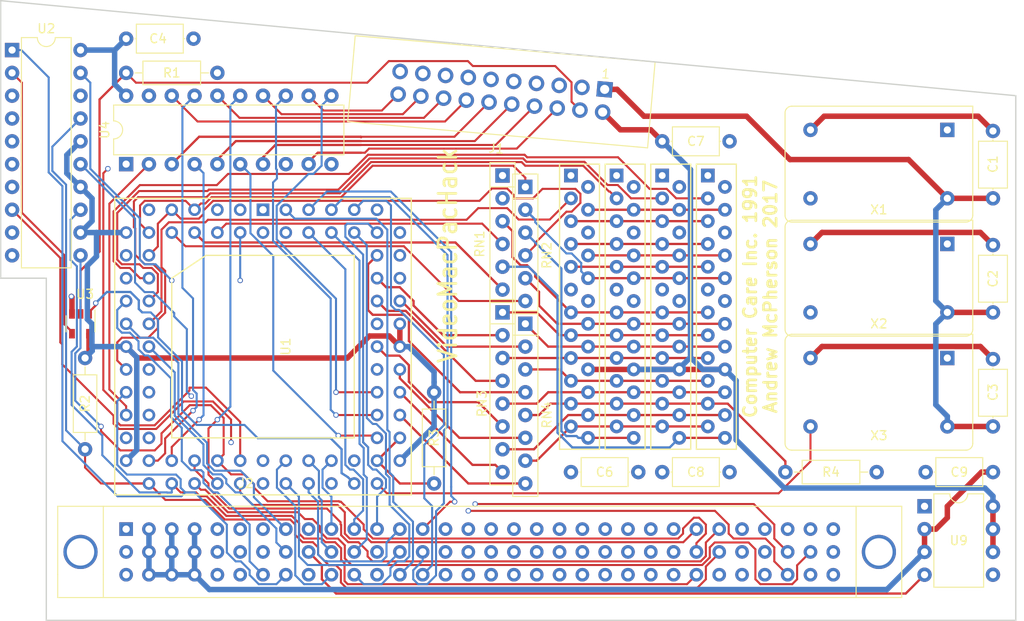
<source format=kicad_pcb>
(kicad_pcb (version 4) (host pcbnew 4.0.6)
  (title_block (title VideoMacPac))
  (layers (0 F.Cu signal) (1 In1.Cu signal) (2 In2.Cu signal) (31 B.Cu signal) (35 F.Paste user) (37 F.SilkS user) (38 B.Mask user) (39 F.Mask user) (44 Edge.Cuts user))
  (net 0 "")
  (net 1 "Net-(RN1-Pad1)")
  (net 2 "Net-(RN1-Pad2)")
  (net 3 /RN_A3)
  (net 4 "Net-(RN1-Pad4)")
  (net 5 /RN_A5)
  (net 6 "Net-(RN1-Pad6)")
  (net 7 "Net-(RN2-Pad1)")
  (net 8 /RN_B2)
  (net 9 /RN_B3)
  (net 10 "Net-(RN2-Pad4)")
  (net 11 /RN_B5)
  (net 12 "Net-(RN2-Pad6)")
  (net 13 /RN_C1)
  (net 14 "Net-(RN3-Pad2)")
  (net 15 /RN_C3)
  (net 16 "Net-(RN3-Pad4)")
  (net 17 /RN_C5)
  (net 18 "Net-(RN3-Pad6)")
  (net 19 /RN_C7)
  (net 20 "Net-(RN3-Pad8)")
  (net 21 /RN_D1)
  (net 22 "Net-(RN4-Pad2)")
  (net 23 /RN_D3)
  (net 24 /RN_D4)
  (net 25 /RN_D5)
  (net 26 "Net-(RN4-Pad6)")
  (net 27 /RN_D7)
  (net 28 "Net-(RN4-Pad8)")
  (net 29 "Net-(X1-Pad1)")
  (net 30 /VCC_OSC)
  (net 31 /36MHz)
  (net 32 GND)
  (net 33 "Net-(X2-Pad1)")
  (net 34 /50MHz)
  (net 35 "Net-(X3-Pad1)")
  (net 36 /57MHz)
  (net 37 VCC)
  (net 38 /5V_IN)
  (net 39 /SENSE)
  (net 40 "Net-(J1-Pad6)")
  (net 41 "Net-(J1-Pad8)")
  (net 42 "Net-(J1-Pad10)")
  (net 43 "Net-(J1-Pad12)")
  (net 44 "Net-(J1-Pad14)")
  (net 45 "Net-(J1-Pad16)")
  (net 46 "Net-(J1-Pad18)")
  (net 47 "Net-(J1-Pad20)")
  (net 48 "Net-(J2-PadA5)")
  (net 49 "Net-(J2-PadA6)")
  (net 50 "Net-(J2-PadA7)")
  (net 51 //LDS)
  (net 52 /A2)
  (net 53 /A5)
  (net 54 /A8)
  (net 55 /A11)
  (net 56 /A14)
  (net 57 /A17)
  (net 58 "Net-(J2-PadA16)")
  (net 59 "Net-(J2-PadA17)")
  (net 60 "Net-(J2-PadA18)")
  (net 61 "Net-(J2-PadA19)")
  (net 62 /D1)
  (net 63 /D4)
  (net 64 /D7)
  (net 65 /D10)
  (net 66 /D13)
  (net 67 "Net-(J2-PadA25)")
  (net 68 /A19)
  (net 69 /A22)
  (net 70 "Net-(J2-PadA28)")
  (net 71 "Net-(J2-PadA29)")
  (net 72 "Net-(J2-PadA30)")
  (net 73 "Net-(J2-PadB5)")
  (net 74 "Net-(J2-PadB6)")
  (net 75 //DTACK)
  (net 76 //UDS)
  (net 77 /5/0V)
  (net 78 /A3)
  (net 79 /A6)
  (net 80 /A9)
  (net 81 /A12)
  (net 82 /A15)
  (net 83 /A18)
  (net 84 "Net-(J2-PadB16)")
  (net 85 "Net-(J2-PadB17)")
  (net 86 "Net-(J2-PadB18)")
  (net 87 "Net-(J2-PadB19)")
  (net 88 /D2)
  (net 89 /D5)
  (net 90 /D8)
  (net 91 /D11)
  (net 92 /D14)
  (net 93 "Net-(J2-PadB25)")
  (net 94 /A20)
  (net 95 /A23)
  (net 96 "Net-(J2-PadB28)")
  (net 97 "Net-(J2-PadB29)")
  (net 98 //EXT.DTACK)
  (net 99 /16MHz)
  (net 100 "Net-(J2-PadC5)")
  (net 101 "Net-(J2-PadC6)")
  (net 102 /R/W)
  (net 103 //AS)
  (net 104 /A1)
  (net 105 /A4)
  (net 106 /A7)
  (net 107 /A10)
  (net 108 /A13)
  (net 109 /A16)
  (net 110 "Net-(J2-PadC15)")
  (net 111 "Net-(J2-PadC16)")
  (net 112 "Net-(J2-PadC17)")
  (net 113 "Net-(J2-PadC18)")
  (net 114 /D0)
  (net 115 /D3)
  (net 116 /D6)
  (net 117 /D9)
  (net 118 /D12)
  (net 119 /D15)
  (net 120 /A21)
  (net 121 "Net-(J2-PadC27)")
  (net 122 "Net-(J2-PadC28)")
  (net 123 "Net-(J2-PadC29)")
  (net 124 //SYS.RST)
  (net 125 /DONE/PR)
  (net 126 "Net-(U1-Pad3)")
  (net 127 /XC_16)
  (net 128 /XC_17)
  (net 129 /XC_19)
  (net 130 /XC_21)
  (net 131 /XC_24)
  (net 132 /XC_25)
  (net 133 /XC_27)
  (net 134 "Net-(U1-Pad28)")
  (net 135 /XC_29)
  (net 136 /XC_30)
  (net 137 "Net-(U1-Pad34)")
  (net 138 "Net-(U1-Pad36)")
  (net 139 "Net-(U1-Pad39)")
  (net 140 /XC_57)
  (net 141 /XC_59)
  (net 142 /XC_61)
  (net 143 "Net-(U1-Pad70)")
  (net 144 "Net-(U1-Pad74)")
  (net 145 "Net-(U2-Pad2)")
  (net 146 "Net-(U9-Pad5)")
  (module VideoMacPac:SIP24 (layer F.Cu) (at 189.23 99.06)
    (fp_text reference U5 hide)
    (fp_text value 42C4064)
    (pad 1 thru_hole rect (at -1.27 3.81) (size 1.524 1.524) (drill 0.762) (layers *.Cu *.Mask) (net 88 /D2))
    (pad 2 thru_hole circle (at 0.635 5.08) (size 1.524 1.524) (drill 0.762) (layers *.Cu *.Mask) (net 115 /D3))
    (pad 3 thru_hole circle (at -1.27 6.35) (size 1.524 1.524) (drill 0.762) (layers *.Cu *.Mask) (net 131 /XC_24))
    (pad 4 thru_hole circle (at 0.635 7.62) (size 1.524 1.524) (drill 0.762) (layers *.Cu *.Mask) (net 135 /XC_29))
    (pad 5 thru_hole circle (at -1.27 8.89) (size 1.524 1.524) (drill 0.762) (layers *.Cu *.Mask) (net 136 /XC_30))
    (pad 6 thru_hole circle (at 0.635 10.16) (size 1.524 1.524) (drill 0.762) (layers *.Cu *.Mask) (net 32 GND))
    (pad 7 thru_hole circle (at -1.27 11.43) (size 1.524 1.524) (drill 0.762) (layers *.Cu *.Mask) (net 127 /XC_16))
    (pad 8 thru_hole circle (at 0.635 12.7) (size 1.524 1.524) (drill 0.762) (layers *.Cu *.Mask) (net 132 /XC_25))
    (pad 9 thru_hole circle (at -1.27 13.97) (size 1.524 1.524) (drill 0.762) (layers *.Cu *.Mask) (net 133 /XC_27))
    (pad 10 thru_hole circle (at 0.635 15.24) (size 1.524 1.524) (drill 0.762) (layers *.Cu *.Mask) (net 8 /RN_B2))
    (pad 11 thru_hole circle (at -1.27 16.51) (size 1.524 1.524) (drill 0.762) (layers *.Cu *.Mask) (net 114 /D0))
    (pad 12 thru_hole circle (at 0.635 17.78) (size 1.524 1.524) (drill 0.762) (layers *.Cu *.Mask) (net 62 /D1))
    (pad 13 thru_hole circle (at -1.27 19.05) (size 1.524 1.524) (drill 0.762) (layers *.Cu *.Mask) (net 3 /RN_A3))
    (pad 14 thru_hole circle (at 0.635 20.32) (size 1.524 1.524) (drill 0.762) (layers *.Cu *.Mask) (net 11 /RN_B5))
    (pad 15 thru_hole circle (at -1.27 21.59) (size 1.524 1.524) (drill 0.762) (layers *.Cu *.Mask) (net 13 /RN_C1))
    (pad 16 thru_hole circle (at 0.635 22.86) (size 1.524 1.524) (drill 0.762) (layers *.Cu *.Mask) (net 21 /RN_D1))
    (pad 17 thru_hole circle (at -1.27 24.13) (size 1.524 1.524) (drill 0.762) (layers *.Cu *.Mask) (net 15 /RN_C3))
    (pad 18 thru_hole circle (at 0.635 25.4) (size 1.524 1.524) (drill 0.762) (layers *.Cu *.Mask) (net 37 VCC))
    (pad 19 thru_hole circle (at -1.27 26.67) (size 1.524 1.524) (drill 0.762) (layers *.Cu *.Mask) (net 23 /RN_D3))
    (pad 20 thru_hole circle (at 0.635 27.94) (size 1.524 1.524) (drill 0.762) (layers *.Cu *.Mask) (net 17 /RN_C5))
    (pad 21 thru_hole circle (at -1.27 29.21) (size 1.524 1.524) (drill 0.762) (layers *.Cu *.Mask) (net 25 /RN_D5))
    (pad 22 thru_hole circle (at 0.635 30.48) (size 1.524 1.524) (drill 0.762) (layers *.Cu *.Mask) (net 19 /RN_C7))
    (pad 23 thru_hole circle (at -1.27 31.75) (size 1.524 1.524) (drill 0.762) (layers *.Cu *.Mask) (net 27 /RN_D7))
    (pad 24 thru_hole circle (at 0.635 33.02) (size 1.524 1.524) (drill 0.762) (layers *.Cu *.Mask) (net 9 /RN_B3))
  )
  (module VideoMacPac:SIP24 (layer F.Cu) (at 199.39 99.06)
    (fp_text reference U7 hide)
    (fp_text value 42C4064)
    (pad 1 thru_hole rect (at -1.27 3.81) (size 1.524 1.524) (drill 0.762) (layers *.Cu *.Mask) (net 65 /D10))
    (pad 2 thru_hole circle (at 0.635 5.08) (size 1.524 1.524) (drill 0.762) (layers *.Cu *.Mask) (net 91 /D11))
    (pad 3 thru_hole circle (at -1.27 6.35) (size 1.524 1.524) (drill 0.762) (layers *.Cu *.Mask) (net 129 /XC_19))
    (pad 4 thru_hole circle (at 0.635 7.62) (size 1.524 1.524) (drill 0.762) (layers *.Cu *.Mask) (net 135 /XC_29))
    (pad 5 thru_hole circle (at -1.27 8.89) (size 1.524 1.524) (drill 0.762) (layers *.Cu *.Mask) (net 136 /XC_30))
    (pad 6 thru_hole circle (at 0.635 10.16) (size 1.524 1.524) (drill 0.762) (layers *.Cu *.Mask) (net 32 GND))
    (pad 7 thru_hole circle (at -1.27 11.43) (size 1.524 1.524) (drill 0.762) (layers *.Cu *.Mask) (net 127 /XC_16))
    (pad 8 thru_hole circle (at 0.635 12.7) (size 1.524 1.524) (drill 0.762) (layers *.Cu *.Mask) (net 132 /XC_25))
    (pad 9 thru_hole circle (at -1.27 13.97) (size 1.524 1.524) (drill 0.762) (layers *.Cu *.Mask) (net 133 /XC_27))
    (pad 10 thru_hole circle (at 0.635 15.24) (size 1.524 1.524) (drill 0.762) (layers *.Cu *.Mask) (net 8 /RN_B2))
    (pad 11 thru_hole circle (at -1.27 16.51) (size 1.524 1.524) (drill 0.762) (layers *.Cu *.Mask) (net 90 /D8))
    (pad 12 thru_hole circle (at 0.635 17.78) (size 1.524 1.524) (drill 0.762) (layers *.Cu *.Mask) (net 117 /D9))
    (pad 13 thru_hole circle (at -1.27 19.05) (size 1.524 1.524) (drill 0.762) (layers *.Cu *.Mask) (net 3 /RN_A3))
    (pad 14 thru_hole circle (at 0.635 20.32) (size 1.524 1.524) (drill 0.762) (layers *.Cu *.Mask) (net 11 /RN_B5))
    (pad 15 thru_hole circle (at -1.27 21.59) (size 1.524 1.524) (drill 0.762) (layers *.Cu *.Mask) (net 13 /RN_C1))
    (pad 16 thru_hole circle (at 0.635 22.86) (size 1.524 1.524) (drill 0.762) (layers *.Cu *.Mask) (net 21 /RN_D1))
    (pad 17 thru_hole circle (at -1.27 24.13) (size 1.524 1.524) (drill 0.762) (layers *.Cu *.Mask) (net 15 /RN_C3))
    (pad 18 thru_hole circle (at 0.635 25.4) (size 1.524 1.524) (drill 0.762) (layers *.Cu *.Mask) (net 37 VCC))
    (pad 19 thru_hole circle (at -1.27 26.67) (size 1.524 1.524) (drill 0.762) (layers *.Cu *.Mask) (net 23 /RN_D3))
    (pad 20 thru_hole circle (at 0.635 27.94) (size 1.524 1.524) (drill 0.762) (layers *.Cu *.Mask) (net 17 /RN_C5))
    (pad 21 thru_hole circle (at -1.27 29.21) (size 1.524 1.524) (drill 0.762) (layers *.Cu *.Mask) (net 25 /RN_D5))
    (pad 22 thru_hole circle (at 0.635 30.48) (size 1.524 1.524) (drill 0.762) (layers *.Cu *.Mask) (net 19 /RN_C7))
    (pad 23 thru_hole circle (at -1.27 31.75) (size 1.524 1.524) (drill 0.762) (layers *.Cu *.Mask) (net 27 /RN_D7))
    (pad 24 thru_hole circle (at 0.635 33.02) (size 1.524 1.524) (drill 0.762) (layers *.Cu *.Mask) (net 5 /RN_A5))
  )
  (module VideoMacPac:SIP24 (layer F.Cu) (at 204.47 99.06)
    (fp_text reference U8 hide)
    (fp_text value 42C4064)
    (pad 1 thru_hole rect (at -1.27 3.81) (size 1.524 1.524) (drill 0.762) (layers *.Cu *.Mask) (net 92 /D14))
    (pad 2 thru_hole circle (at 0.635 5.08) (size 1.524 1.524) (drill 0.762) (layers *.Cu *.Mask) (net 119 /D15))
    (pad 3 thru_hole circle (at -1.27 6.35) (size 1.524 1.524) (drill 0.762) (layers *.Cu *.Mask) (net 128 /XC_17))
    (pad 4 thru_hole circle (at 0.635 7.62) (size 1.524 1.524) (drill 0.762) (layers *.Cu *.Mask) (net 135 /XC_29))
    (pad 5 thru_hole circle (at -1.27 8.89) (size 1.524 1.524) (drill 0.762) (layers *.Cu *.Mask) (net 136 /XC_30))
    (pad 6 thru_hole circle (at 0.635 10.16) (size 1.524 1.524) (drill 0.762) (layers *.Cu *.Mask) (net 32 GND))
    (pad 7 thru_hole circle (at -1.27 11.43) (size 1.524 1.524) (drill 0.762) (layers *.Cu *.Mask) (net 127 /XC_16))
    (pad 8 thru_hole circle (at 0.635 12.7) (size 1.524 1.524) (drill 0.762) (layers *.Cu *.Mask) (net 132 /XC_25))
    (pad 9 thru_hole circle (at -1.27 13.97) (size 1.524 1.524) (drill 0.762) (layers *.Cu *.Mask) (net 133 /XC_27))
    (pad 10 thru_hole circle (at 0.635 15.24) (size 1.524 1.524) (drill 0.762) (layers *.Cu *.Mask) (net 8 /RN_B2))
    (pad 11 thru_hole circle (at -1.27 16.51) (size 1.524 1.524) (drill 0.762) (layers *.Cu *.Mask) (net 118 /D12))
    (pad 12 thru_hole circle (at 0.635 17.78) (size 1.524 1.524) (drill 0.762) (layers *.Cu *.Mask) (net 66 /D13))
    (pad 13 thru_hole circle (at -1.27 19.05) (size 1.524 1.524) (drill 0.762) (layers *.Cu *.Mask) (net 3 /RN_A3))
    (pad 14 thru_hole circle (at 0.635 20.32) (size 1.524 1.524) (drill 0.762) (layers *.Cu *.Mask) (net 11 /RN_B5))
    (pad 15 thru_hole circle (at -1.27 21.59) (size 1.524 1.524) (drill 0.762) (layers *.Cu *.Mask) (net 13 /RN_C1))
    (pad 16 thru_hole circle (at 0.635 22.86) (size 1.524 1.524) (drill 0.762) (layers *.Cu *.Mask) (net 21 /RN_D1))
    (pad 17 thru_hole circle (at -1.27 24.13) (size 1.524 1.524) (drill 0.762) (layers *.Cu *.Mask) (net 15 /RN_C3))
    (pad 18 thru_hole circle (at 0.635 25.4) (size 1.524 1.524) (drill 0.762) (layers *.Cu *.Mask) (net 37 VCC))
    (pad 19 thru_hole circle (at -1.27 26.67) (size 1.524 1.524) (drill 0.762) (layers *.Cu *.Mask) (net 23 /RN_D3))
    (pad 20 thru_hole circle (at 0.635 27.94) (size 1.524 1.524) (drill 0.762) (layers *.Cu *.Mask) (net 17 /RN_C5))
    (pad 21 thru_hole circle (at -1.27 29.21) (size 1.524 1.524) (drill 0.762) (layers *.Cu *.Mask) (net 25 /RN_D5))
    (pad 22 thru_hole circle (at 0.635 30.48) (size 1.524 1.524) (drill 0.762) (layers *.Cu *.Mask) (net 19 /RN_C7))
    (pad 23 thru_hole circle (at -1.27 31.75) (size 1.524 1.524) (drill 0.762) (layers *.Cu *.Mask) (net 27 /RN_D7))
    (pad 24 thru_hole circle (at 0.635 33.02) (size 1.524 1.524) (drill 0.762) (layers *.Cu *.Mask) (net 5 /RN_A5))
  )
  (module Connectors:C96ABCMD (layer F.Cu) (at 138.43 142.24)
    (fp_text reference J2 (at 13.33 -5.08) (layer F.SilkS))
    (fp_text value C96ABC)
    (pad 65 thru_hole circle (at -5.08 2.54) (size 3.81 3.81) (drill 3.05) (layers *.Cu *.Mask))
    (pad 66 thru_hole circle (at 83.82 2.54) (size 3.81 3.81) (drill 3.05) (layers *.Cu *.Mask))
    (pad A3 thru_hole circle (at 5.08 0) (size 1.52 1.52) (drill 0.81) (layers *.Cu *.Mask) (net 38 /5V_IN))
    (pad A4 thru_hole circle (at 7.62 0) (size 1.52 1.52) (drill 0.81) (layers *.Cu *.Mask) (net 38 /5V_IN))
    (pad A5 thru_hole circle (at 10.16 0) (size 1.52 1.52) (drill 0.81) (layers *.Cu *.Mask) (net 48 "Net-(J2-PadA5)"))
    (pad A6 thru_hole circle (at 12.7 0) (size 1.52 1.52) (drill 0.81) (layers *.Cu *.Mask) (net 49 "Net-(J2-PadA6)"))
    (pad A7 thru_hole circle (at 15.24 0) (size 1.52 1.52) (drill 0.81) (layers *.Cu *.Mask) (net 50 "Net-(J2-PadA7)"))
    (pad A8 thru_hole circle (at 17.78 0) (size 1.52 1.52) (drill 0.81) (layers *.Cu *.Mask) (net 51 //LDS))
    (pad A9 thru_hole circle (at 20.32 0) (size 1.52 1.52) (drill 0.81) (layers *.Cu *.Mask) (net 32 GND))
    (pad A10 thru_hole circle (at 22.86 0) (size 1.52 1.52) (drill 0.81) (layers *.Cu *.Mask) (net 52 /A2))
    (pad A11 thru_hole circle (at 25.4 0) (size 1.52 1.52) (drill 0.81) (layers *.Cu *.Mask) (net 53 /A5))
    (pad A12 thru_hole circle (at 27.94 0) (size 1.52 1.52) (drill 0.81) (layers *.Cu *.Mask) (net 54 /A8))
    (pad A13 thru_hole circle (at 30.48 0) (size 1.52 1.52) (drill 0.81) (layers *.Cu *.Mask) (net 55 /A11))
    (pad A14 thru_hole circle (at 33.02 0) (size 1.52 1.52) (drill 0.81) (layers *.Cu *.Mask) (net 56 /A14))
    (pad A15 thru_hole circle (at 35.56 0) (size 1.52 1.52) (drill 0.81) (layers *.Cu *.Mask) (net 57 /A17))
    (pad A16 thru_hole circle (at 38.1 0) (size 1.52 1.52) (drill 0.81) (layers *.Cu *.Mask) (net 58 "Net-(J2-PadA16)"))
    (pad A17 thru_hole circle (at 40.64 0) (size 1.52 1.52) (drill 0.81) (layers *.Cu *.Mask) (net 59 "Net-(J2-PadA17)"))
    (pad A18 thru_hole circle (at 43.18 0) (size 1.52 1.52) (drill 0.81) (layers *.Cu *.Mask) (net 60 "Net-(J2-PadA18)"))
    (pad A19 thru_hole circle (at 45.72 0) (size 1.52 1.52) (drill 0.81) (layers *.Cu *.Mask) (net 61 "Net-(J2-PadA19)"))
    (pad A20 thru_hole circle (at 48.26 0) (size 1.52 1.52) (drill 0.81) (layers *.Cu *.Mask) (net 62 /D1))
    (pad A21 thru_hole circle (at 50.8 0) (size 1.52 1.52) (drill 0.81) (layers *.Cu *.Mask) (net 63 /D4))
    (pad A22 thru_hole circle (at 53.34 0) (size 1.52 1.52) (drill 0.81) (layers *.Cu *.Mask) (net 64 /D7))
    (pad A23 thru_hole circle (at 55.88 0) (size 1.52 1.52) (drill 0.81) (layers *.Cu *.Mask) (net 65 /D10))
    (pad A24 thru_hole circle (at 58.42 0) (size 1.52 1.52) (drill 0.81) (layers *.Cu *.Mask) (net 66 /D13))
    (pad A25 thru_hole circle (at 60.96 0) (size 1.52 1.52) (drill 0.81) (layers *.Cu *.Mask) (net 67 "Net-(J2-PadA25)"))
    (pad A26 thru_hole circle (at 63.5 0) (size 1.52 1.52) (drill 0.81) (layers *.Cu *.Mask) (net 68 /A19))
    (pad A27 thru_hole circle (at 66.04 0) (size 1.52 1.52) (drill 0.81) (layers *.Cu *.Mask) (net 69 /A22))
    (pad A28 thru_hole circle (at 68.58 0) (size 1.52 1.52) (drill 0.81) (layers *.Cu *.Mask) (net 70 "Net-(J2-PadA28)"))
    (pad A29 thru_hole circle (at 71.12 0) (size 1.52 1.52) (drill 0.81) (layers *.Cu *.Mask) (net 71 "Net-(J2-PadA29)"))
    (pad A30 thru_hole circle (at 73.66 0) (size 1.52 1.52) (drill 0.81) (layers *.Cu *.Mask) (net 72 "Net-(J2-PadA30)"))
    (pad A31 thru_hole circle (at 76.2 0) (size 1.52 1.52) (drill 0.81) (layers *.Cu *.Mask) (net 32 GND))
    (pad A32 thru_hole circle (at 78.74 0) (size 1.52 1.52) (drill 0.81) (layers *.Cu *.Mask) (net 32 GND))
    (pad A2 thru_hole circle (at 2.54 0) (size 1.52 1.52) (drill 0.81) (layers *.Cu *.Mask) (net 38 /5V_IN))
    (pad A1 thru_hole rect (at 0 0) (size 1.52 1.52) (drill 0.81) (layers *.Cu *.Mask) (net 32 GND))
    (pad B1 thru_hole circle (at 0 2.54) (size 1.52 1.52) (drill 0.81) (layers *.Cu *.Mask) (net 32 GND))
    (pad B2 thru_hole circle (at 2.54 2.54) (size 1.52 1.52) (drill 0.81) (layers *.Cu *.Mask) (net 38 /5V_IN))
    (pad B3 thru_hole circle (at 5.08 2.54) (size 1.52 1.52) (drill 0.81) (layers *.Cu *.Mask) (net 38 /5V_IN))
    (pad B4 thru_hole circle (at 7.62 2.54) (size 1.52 1.52) (drill 0.81) (layers *.Cu *.Mask) (net 38 /5V_IN))
    (pad B5 thru_hole circle (at 10.16 2.54) (size 1.52 1.52) (drill 0.81) (layers *.Cu *.Mask) (net 73 "Net-(J2-PadB5)"))
    (pad B6 thru_hole circle (at 12.7 2.54) (size 1.52 1.52) (drill 0.81) (layers *.Cu *.Mask) (net 74 "Net-(J2-PadB6)"))
    (pad B7 thru_hole circle (at 15.24 2.54) (size 1.52 1.52) (drill 0.81) (layers *.Cu *.Mask) (net 75 //DTACK))
    (pad B8 thru_hole circle (at 17.78 2.54) (size 1.52 1.52) (drill 0.81) (layers *.Cu *.Mask) (net 76 //UDS))
    (pad B9 thru_hole circle (at 20.32 2.54) (size 1.52 1.52) (drill 0.81) (layers *.Cu *.Mask) (net 77 /5/0V))
    (pad B10 thru_hole circle (at 22.86 2.54) (size 1.52 1.52) (drill 0.81) (layers *.Cu *.Mask) (net 78 /A3))
    (pad B11 thru_hole circle (at 25.4 2.54) (size 1.52 1.52) (drill 0.81) (layers *.Cu *.Mask) (net 79 /A6))
    (pad B12 thru_hole circle (at 27.94 2.54) (size 1.52 1.52) (drill 0.81) (layers *.Cu *.Mask) (net 80 /A9))
    (pad B13 thru_hole circle (at 30.48 2.54) (size 1.52 1.52) (drill 0.81) (layers *.Cu *.Mask) (net 81 /A12))
    (pad B14 thru_hole circle (at 33.02 2.54) (size 1.52 1.52) (drill 0.81) (layers *.Cu *.Mask) (net 82 /A15))
    (pad B15 thru_hole circle (at 35.56 2.54) (size 1.52 1.52) (drill 0.81) (layers *.Cu *.Mask) (net 83 /A18))
    (pad B16 thru_hole circle (at 38.1 2.54) (size 1.52 1.52) (drill 0.81) (layers *.Cu *.Mask) (net 84 "Net-(J2-PadB16)"))
    (pad B17 thru_hole circle (at 40.64 2.54) (size 1.52 1.52) (drill 0.81) (layers *.Cu *.Mask) (net 85 "Net-(J2-PadB17)"))
    (pad B18 thru_hole circle (at 43.18 2.54) (size 1.52 1.52) (drill 0.81) (layers *.Cu *.Mask) (net 86 "Net-(J2-PadB18)"))
    (pad B19 thru_hole circle (at 45.72 2.54) (size 1.52 1.52) (drill 0.81) (layers *.Cu *.Mask) (net 87 "Net-(J2-PadB19)"))
    (pad B20 thru_hole circle (at 48.26 2.54) (size 1.52 1.52) (drill 0.81) (layers *.Cu *.Mask) (net 88 /D2))
    (pad B21 thru_hole circle (at 50.8 2.54) (size 1.52 1.52) (drill 0.81) (layers *.Cu *.Mask) (net 89 /D5))
    (pad B22 thru_hole circle (at 53.34 2.54) (size 1.52 1.52) (drill 0.81) (layers *.Cu *.Mask) (net 90 /D8))
    (pad B23 thru_hole circle (at 55.88 2.54) (size 1.52 1.52) (drill 0.81) (layers *.Cu *.Mask) (net 91 /D11))
    (pad B24 thru_hole circle (at 58.42 2.54) (size 1.52 1.52) (drill 0.81) (layers *.Cu *.Mask) (net 92 /D14))
    (pad B25 thru_hole circle (at 60.96 2.54) (size 1.52 1.52) (drill 0.81) (layers *.Cu *.Mask) (net 93 "Net-(J2-PadB25)"))
    (pad B26 thru_hole circle (at 63.5 2.54) (size 1.52 1.52) (drill 0.81) (layers *.Cu *.Mask) (net 94 /A20))
    (pad B27 thru_hole circle (at 66.04 2.54) (size 1.52 1.52) (drill 0.81) (layers *.Cu *.Mask) (net 95 /A23))
    (pad B28 thru_hole circle (at 68.58 2.54) (size 1.52 1.52) (drill 0.81) (layers *.Cu *.Mask) (net 96 "Net-(J2-PadB28)"))
    (pad B29 thru_hole circle (at 71.12 2.54) (size 1.52 1.52) (drill 0.81) (layers *.Cu *.Mask) (net 97 "Net-(J2-PadB29)"))
    (pad B30 thru_hole circle (at 73.66 2.54) (size 1.52 1.52) (drill 0.81) (layers *.Cu *.Mask) (net 98 //EXT.DTACK))
    (pad B31 thru_hole circle (at 76.2 2.54) (size 1.52 1.52) (drill 0.81) (layers *.Cu *.Mask) (net 99 /16MHz))
    (pad B32 thru_hole circle (at 78.74 2.54) (size 1.52 1.52) (drill 0.81) (layers *.Cu *.Mask) (net 32 GND))
    (pad C1 thru_hole circle (at 0 5.08) (size 1.52 1.52) (drill 0.81) (layers *.Cu *.Mask) (net 32 GND))
    (pad C2 thru_hole circle (at 2.54 5.08) (size 1.52 1.52) (drill 0.81) (layers *.Cu *.Mask) (net 38 /5V_IN))
    (pad C3 thru_hole circle (at 5.08 5.08) (size 1.52 1.52) (drill 0.81) (layers *.Cu *.Mask) (net 38 /5V_IN))
    (pad C4 thru_hole circle (at 7.62 5.08) (size 1.52 1.52) (drill 0.81) (layers *.Cu *.Mask) (net 38 /5V_IN))
    (pad C5 thru_hole circle (at 10.16 5.08) (size 1.52 1.52) (drill 0.81) (layers *.Cu *.Mask) (net 100 "Net-(J2-PadC5)"))
    (pad C6 thru_hole circle (at 12.7 5.08) (size 1.52 1.52) (drill 0.81) (layers *.Cu *.Mask) (net 101 "Net-(J2-PadC6)"))
    (pad C7 thru_hole circle (at 15.24 5.08) (size 1.52 1.52) (drill 0.81) (layers *.Cu *.Mask) (net 102 /R/W))
    (pad C8 thru_hole circle (at 17.78 5.08) (size 1.52 1.52) (drill 0.81) (layers *.Cu *.Mask) (net 103 //AS))
    (pad C9 thru_hole circle (at 20.32 5.08) (size 1.52 1.52) (drill 0.81) (layers *.Cu *.Mask) (net 104 /A1))
    (pad C10 thru_hole circle (at 22.86 5.08) (size 1.52 1.52) (drill 0.81) (layers *.Cu *.Mask) (net 105 /A4))
    (pad C11 thru_hole circle (at 25.4 5.08) (size 1.52 1.52) (drill 0.81) (layers *.Cu *.Mask) (net 106 /A7))
    (pad C12 thru_hole circle (at 27.94 5.08) (size 1.52 1.52) (drill 0.81) (layers *.Cu *.Mask) (net 107 /A10))
    (pad C13 thru_hole circle (at 30.48 5.08) (size 1.52 1.52) (drill 0.81) (layers *.Cu *.Mask) (net 108 /A13))
    (pad C14 thru_hole circle (at 33.02 5.08) (size 1.52 1.52) (drill 0.81) (layers *.Cu *.Mask) (net 109 /A16))
    (pad C15 thru_hole circle (at 35.56 5.08) (size 1.52 1.52) (drill 0.81) (layers *.Cu *.Mask) (net 110 "Net-(J2-PadC15)"))
    (pad C16 thru_hole circle (at 38.1 5.08) (size 1.52 1.52) (drill 0.81) (layers *.Cu *.Mask) (net 111 "Net-(J2-PadC16)"))
    (pad C17 thru_hole circle (at 40.64 5.08) (size 1.52 1.52) (drill 0.81) (layers *.Cu *.Mask) (net 112 "Net-(J2-PadC17)"))
    (pad C18 thru_hole circle (at 43.18 5.08) (size 1.52 1.52) (drill 0.81) (layers *.Cu *.Mask) (net 113 "Net-(J2-PadC18)"))
    (pad C19 thru_hole circle (at 45.72 5.08) (size 1.52 1.52) (drill 0.81) (layers *.Cu *.Mask) (net 114 /D0))
    (pad C20 thru_hole circle (at 48.26 5.08) (size 1.52 1.52) (drill 0.81) (layers *.Cu *.Mask) (net 115 /D3))
    (pad C21 thru_hole circle (at 50.8 5.08) (size 1.52 1.52) (drill 0.81) (layers *.Cu *.Mask) (net 116 /D6))
    (pad C22 thru_hole circle (at 53.34 5.08) (size 1.52 1.52) (drill 0.81) (layers *.Cu *.Mask) (net 117 /D9))
    (pad C23 thru_hole circle (at 55.88 5.08) (size 1.52 1.52) (drill 0.81) (layers *.Cu *.Mask) (net 118 /D12))
    (pad C24 thru_hole circle (at 58.42 5.08) (size 1.52 1.52) (drill 0.81) (layers *.Cu *.Mask) (net 119 /D15))
    (pad C25 thru_hole circle (at 60.96 5.08) (size 1.52 1.52) (drill 0.81) (layers *.Cu *.Mask) (net 32 GND))
    (pad C26 thru_hole circle (at 63.5 5.08) (size 1.52 1.52) (drill 0.81) (layers *.Cu *.Mask) (net 120 /A21))
    (pad C27 thru_hole circle (at 66.04 5.08) (size 1.52 1.52) (drill 0.81) (layers *.Cu *.Mask) (net 121 "Net-(J2-PadC27)"))
    (pad C28 thru_hole circle (at 68.58 5.08) (size 1.52 1.52) (drill 0.81) (layers *.Cu *.Mask) (net 122 "Net-(J2-PadC28)"))
    (pad C29 thru_hole circle (at 71.12 5.08) (size 1.52 1.52) (drill 0.81) (layers *.Cu *.Mask) (net 123 "Net-(J2-PadC29)"))
    (pad C30 thru_hole circle (at 73.66 5.08) (size 1.52 1.52) (drill 0.81) (layers *.Cu *.Mask) (net 124 //SYS.RST))
    (pad C31 thru_hole circle (at 76.2 5.08) (size 1.52 1.52) (drill 0.81) (layers *.Cu *.Mask) (net 32 GND))
    (pad C32 thru_hole circle (at 78.74 5.08) (size 1.52 1.52) (drill 0.81) (layers *.Cu *.Mask) (net 32 GND))
  )
  (module Resistors_THT:R_Array_SIP6 (layer F.Cu) (at 182.88 104.14 270)
    (fp_text reference RN2 (at 7.62 -2.4 270) (layer F.SilkS))
    (fp_text value 47x3)
    (pad 1 thru_hole rect (at 0 0 270) (size 1.6 1.6) (drill 0.8) (layers *.Cu *.Mask) (net 7 "Net-(RN2-Pad1)"))
    (pad 2 thru_hole oval (at 2.54 0 270) (size 1.6 1.6) (drill 0.8) (layers *.Cu *.Mask) (net 8 /RN_B2))
    (pad 3 thru_hole oval (at 5.08 0 270) (size 1.6 1.6) (drill 0.8) (layers *.Cu *.Mask) (net 9 /RN_B3))
    (pad 4 thru_hole oval (at 7.62 0 270) (size 1.6 1.6) (drill 0.8) (layers *.Cu *.Mask) (net 10 "Net-(RN2-Pad4)"))
    (pad 5 thru_hole oval (at 10.16 0 270) (size 1.6 1.6) (drill 0.8) (layers *.Cu *.Mask) (net 11 /RN_B5))
    (pad 6 thru_hole oval (at 12.7 0 270) (size 1.6 1.6) (drill 0.8) (layers *.Cu *.Mask) (net 12 "Net-(RN2-Pad6)"))
  )
  (module Resistors_THT:R_Array_SIP6 (layer F.Cu) (at 180.34 102.87 270)
    (fp_text reference RN1 (at 7.62 2.54 270) (layer F.SilkS))
    (fp_text value 47x3)
    (pad 1 thru_hole rect (at 0 0 270) (size 1.6 1.6) (drill 0.8) (layers *.Cu *.Mask) (net 1 "Net-(RN1-Pad1)"))
    (pad 2 thru_hole oval (at 2.54 0 270) (size 1.6 1.6) (drill 0.8) (layers *.Cu *.Mask) (net 2 "Net-(RN1-Pad2)"))
    (pad 3 thru_hole oval (at 5.08 0 270) (size 1.6 1.6) (drill 0.8) (layers *.Cu *.Mask) (net 3 /RN_A3))
    (pad 4 thru_hole oval (at 7.62 0 270) (size 1.6 1.6) (drill 0.8) (layers *.Cu *.Mask) (net 4 "Net-(RN1-Pad4)"))
    (pad 5 thru_hole oval (at 10.16 0 270) (size 1.6 1.6) (drill 0.8) (layers *.Cu *.Mask) (net 5 /RN_A5))
    (pad 6 thru_hole oval (at 12.7 0 270) (size 1.6 1.6) (drill 0.8) (layers *.Cu *.Mask) (net 6 "Net-(RN1-Pad6)"))
  )
  (module Resistors_THT:R_Array_SIP8 (layer F.Cu) (at 180.34 118.11 270)
    (fp_text reference RN3 (at 10.16 2.286 270) (layer F.SilkS))
    (fp_text value 47x4)
    (pad 1 thru_hole rect (at 0 0 270) (size 1.6 1.6) (drill 0.8) (layers *.Cu *.Mask) (net 13 /RN_C1))
    (pad 2 thru_hole oval (at 2.54 0 270) (size 1.6 1.6) (drill 0.8) (layers *.Cu *.Mask) (net 14 "Net-(RN3-Pad2)"))
    (pad 3 thru_hole oval (at 5.08 0 270) (size 1.6 1.6) (drill 0.8) (layers *.Cu *.Mask) (net 15 /RN_C3))
    (pad 4 thru_hole oval (at 7.62 0 270) (size 1.6 1.6) (drill 0.8) (layers *.Cu *.Mask) (net 16 "Net-(RN3-Pad4)"))
    (pad 5 thru_hole oval (at 10.16 0 270) (size 1.6 1.6) (drill 0.8) (layers *.Cu *.Mask) (net 17 /RN_C5))
    (pad 6 thru_hole oval (at 12.7 0 270) (size 1.6 1.6) (drill 0.8) (layers *.Cu *.Mask) (net 18 "Net-(RN3-Pad6)"))
    (pad 7 thru_hole oval (at 15.24 0 270) (size 1.6 1.6) (drill 0.8) (layers *.Cu *.Mask) (net 19 /RN_C7))
    (pad 8 thru_hole oval (at 17.78 0 270) (size 1.6 1.6) (drill 0.8) (layers *.Cu *.Mask) (net 20 "Net-(RN3-Pad8)"))
  )
  (module Resistors_THT:R_Array_SIP8 (layer F.Cu) (at 182.88 119.38 270)
    (fp_text reference RN4 (at 10.16 -2.4 270) (layer F.SilkS))
    (fp_text value 47x4)
    (pad 1 thru_hole rect (at 0 0 270) (size 1.6 1.6) (drill 0.8) (layers *.Cu *.Mask) (net 21 /RN_D1))
    (pad 2 thru_hole oval (at 2.54 0 270) (size 1.6 1.6) (drill 0.8) (layers *.Cu *.Mask) (net 22 "Net-(RN4-Pad2)"))
    (pad 3 thru_hole oval (at 5.08 0 270) (size 1.6 1.6) (drill 0.8) (layers *.Cu *.Mask) (net 23 /RN_D3))
    (pad 4 thru_hole oval (at 7.62 0 270) (size 1.6 1.6) (drill 0.8) (layers *.Cu *.Mask) (net 24 /RN_D4))
    (pad 5 thru_hole oval (at 10.16 0 270) (size 1.6 1.6) (drill 0.8) (layers *.Cu *.Mask) (net 25 /RN_D5))
    (pad 6 thru_hole oval (at 12.7 0 270) (size 1.6 1.6) (drill 0.8) (layers *.Cu *.Mask) (net 26 "Net-(RN4-Pad6)"))
    (pad 7 thru_hole oval (at 15.24 0 270) (size 1.6 1.6) (drill 0.8) (layers *.Cu *.Mask) (net 27 /RN_D7))
    (pad 8 thru_hole oval (at 17.78 0 270) (size 1.6 1.6) (drill 0.8) (layers *.Cu *.Mask) (net 28 "Net-(RN4-Pad8)"))
  )
  (module Oscillators:Oscillator_DIP-14 (layer F.Cu) (at 229.87 97.79 180)
    (fp_text reference X1 (at 7.62 -8.89 180) (layer F.SilkS))
    (fp_text value ACO-36MHz)
    (pad 1 thru_hole rect (at 0 0 180) (size 1.6 1.6) (drill 0.8) (layers *.Cu *.Mask) (net 29 "Net-(X1-Pad1)"))
    (pad 14 thru_hole circle (at 0 -7.62 180) (size 1.6 1.6) (drill 0.8) (layers *.Cu *.Mask) (net 30 /VCC_OSC))
    (pad 8 thru_hole circle (at 15.24 -7.62 180) (size 1.6 1.6) (drill 0.8) (layers *.Cu *.Mask) (net 31 /36MHz))
    (pad 7 thru_hole circle (at 15.24 0 180) (size 1.6 1.6) (drill 0.8) (layers *.Cu *.Mask) (net 32 GND))
  )
  (module Oscillators:Oscillator_DIP-14 (layer F.Cu) (at 229.87 110.49 180)
    (fp_text reference X2 (at 7.62 -8.89 180) (layer F.SilkS))
    (fp_text value ACO-50.35MHz)
    (pad 1 thru_hole rect (at 0 0 180) (size 1.6 1.6) (drill 0.8) (layers *.Cu *.Mask) (net 33 "Net-(X2-Pad1)"))
    (pad 14 thru_hole circle (at 0 -7.62 180) (size 1.6 1.6) (drill 0.8) (layers *.Cu *.Mask) (net 30 /VCC_OSC))
    (pad 8 thru_hole circle (at 15.24 -7.62 180) (size 1.6 1.6) (drill 0.8) (layers *.Cu *.Mask) (net 34 /50MHz))
    (pad 7 thru_hole circle (at 15.24 0 180) (size 1.6 1.6) (drill 0.8) (layers *.Cu *.Mask) (net 32 GND))
  )
  (module Oscillators:Oscillator_DIP-14 (layer F.Cu) (at 229.87 123.19 180)
    (fp_text reference X3 (at 7.62 -8.636 180) (layer F.SilkS))
    (fp_text value ACO-57.2832MHz)
    (pad 1 thru_hole rect (at 0 0 180) (size 1.6 1.6) (drill 0.8) (layers *.Cu *.Mask) (net 35 "Net-(X3-Pad1)"))
    (pad 14 thru_hole circle (at 0 -7.62 180) (size 1.6 1.6) (drill 0.8) (layers *.Cu *.Mask) (net 30 /VCC_OSC))
    (pad 8 thru_hole circle (at 15.24 -7.62 180) (size 1.6 1.6) (drill 0.8) (layers *.Cu *.Mask) (net 36 /57MHz))
    (pad 7 thru_hole circle (at 15.24 0 180) (size 1.6 1.6) (drill 0.8) (layers *.Cu *.Mask) (net 32 GND))
  )
  (module Capacitors_THT:C_Axial_L5.1mm_D3.1mm_P7.50mm_Horizontal (layer F.Cu) (at 234.95 105.41 90)
    (fp_text reference C1 (at 3.81 0 90) (layer F.SilkS))
    (fp_text value 0.1uF)
    (pad 1 thru_hole circle (at 0 0 90) (size 1.6 1.6) (drill 0.8) (layers *.Cu *.Mask) (net 30 /VCC_OSC))
    (pad 2 thru_hole oval (at 7.5 0 90) (size 1.6 1.6) (drill 0.8) (layers *.Cu *.Mask) (net 32 GND))
  )
  (module Capacitors_THT:C_Axial_L5.1mm_D3.1mm_P7.50mm_Horizontal (layer F.Cu) (at 234.95 118.11 90)
    (fp_text reference C2 (at 3.75 0 90) (layer F.SilkS))
    (fp_text value 0.1uF)
    (pad 1 thru_hole circle (at 0 0 90) (size 1.6 1.6) (drill 0.8) (layers *.Cu *.Mask) (net 30 /VCC_OSC))
    (pad 2 thru_hole oval (at 7.5 0 90) (size 1.6 1.6) (drill 0.8) (layers *.Cu *.Mask) (net 32 GND))
  )
  (module Capacitors_THT:C_Axial_L5.1mm_D3.1mm_P7.50mm_Horizontal (layer F.Cu) (at 234.95 130.81 90)
    (fp_text reference C3 (at 3.81 0 90) (layer F.SilkS))
    (fp_text value 0.1uF)
    (pad 1 thru_hole circle (at 0 0 90) (size 1.6 1.6) (drill 0.8) (layers *.Cu *.Mask) (net 30 /VCC_OSC))
    (pad 2 thru_hole oval (at 7.5 0 90) (size 1.6 1.6) (drill 0.8) (layers *.Cu *.Mask) (net 32 GND))
  )
  (module Capacitors_THT:C_Axial_L5.1mm_D3.1mm_P7.50mm_Horizontal (layer F.Cu) (at 138.43 87.63)
    (fp_text reference C4 (at 3.556 0) (layer F.SilkS))
    (fp_text value 0.1uF)
    (pad 1 thru_hole circle (at 0 0) (size 1.6 1.6) (drill 0.8) (layers *.Cu *.Mask) (net 37 VCC))
    (pad 2 thru_hole oval (at 7.5 0) (size 1.6 1.6) (drill 0.8) (layers *.Cu *.Mask) (net 32 GND))
  )
  (module Capacitors_THT:C_Axial_L5.1mm_D3.1mm_P7.50mm_Horizontal (layer F.Cu) (at 187.96 135.89)
    (fp_text reference C6 (at 3.75 0) (layer F.SilkS))
    (fp_text value 0.1uF)
    (pad 1 thru_hole circle (at 0 0) (size 1.6 1.6) (drill 0.8) (layers *.Cu *.Mask) (net 37 VCC))
    (pad 2 thru_hole oval (at 7.5 0) (size 1.6 1.6) (drill 0.8) (layers *.Cu *.Mask) (net 32 GND))
  )
  (module Capacitors_THT:C_Axial_L5.1mm_D3.1mm_P7.50mm_Horizontal (layer F.Cu) (at 198.12 99.06)
    (fp_text reference C7 (at 3.75 0) (layer F.SilkS))
    (fp_text value 0.1uF)
    (pad 1 thru_hole circle (at 0 0) (size 1.6 1.6) (drill 0.8) (layers *.Cu *.Mask) (net 37 VCC))
    (pad 2 thru_hole oval (at 7.5 0) (size 1.6 1.6) (drill 0.8) (layers *.Cu *.Mask) (net 32 GND))
  )
  (module Capacitors_THT:C_Axial_L5.1mm_D3.1mm_P7.50mm_Horizontal (layer F.Cu) (at 198.12 135.89)
    (fp_text reference C8 (at 3.75 0) (layer F.SilkS))
    (fp_text value 0.1uF)
    (pad 1 thru_hole circle (at 0 0) (size 1.6 1.6) (drill 0.8) (layers *.Cu *.Mask) (net 37 VCC))
    (pad 2 thru_hole oval (at 7.5 0) (size 1.6 1.6) (drill 0.8) (layers *.Cu *.Mask) (net 32 GND))
  )
  (module Capacitors_THT:C_Axial_L5.1mm_D3.1mm_P7.50mm_Horizontal (layer F.Cu) (at 234.95 135.89 180)
    (fp_text reference C9 (at 3.75 0 180) (layer F.SilkS))
    (fp_text value 0.1uF)
    (pad 1 thru_hole circle (at 0 0 180) (size 1.6 1.6) (drill 0.8) (layers *.Cu *.Mask) (net 38 /5V_IN))
    (pad 2 thru_hole oval (at 7.5 0 180) (size 1.6 1.6) (drill 0.8) (layers *.Cu *.Mask) (net 32 GND))
  )
  (module Connectors:IDC_Header_Straight_20pins (layer F.Cu) (at 191.712007 93.276254 175)
    (fp_text reference J1 (at 11.43 -7.62 175) (layer F.SilkS))
    (fp_text value CONN_02X10)
    (fp_text user 1 (at 0.02 1.72 175) (layer F.SilkS) (effects (font (thickness 0.12))))
    (pad 1 thru_hole rect (at 0 0 175) (size 1.7272 1.7272) (drill 1.016) (layers *.Cu *.Mask) (net 30 /VCC_OSC))
    (pad 2 thru_hole oval (at 0 -2.54 175) (size 1.7272 1.7272) (drill 1.016) (layers *.Cu *.Mask) (net 37 VCC))
    (pad 3 thru_hole oval (at 2.54 0 175) (size 1.7272 1.7272) (drill 1.016) (layers *.Cu *.Mask) (net 32 GND))
    (pad 4 thru_hole oval (at 2.54 -2.54 175) (size 1.7272 1.7272) (drill 1.016) (layers *.Cu *.Mask) (net 39 /SENSE))
    (pad 5 thru_hole oval (at 5.08 0 175) (size 1.7272 1.7272) (drill 1.016) (layers *.Cu *.Mask) (net 32 GND))
    (pad 6 thru_hole oval (at 5.08 -2.54 175) (size 1.7272 1.7272) (drill 1.016) (layers *.Cu *.Mask) (net 40 "Net-(J1-Pad6)"))
    (pad 7 thru_hole oval (at 7.62 0 175) (size 1.7272 1.7272) (drill 1.016) (layers *.Cu *.Mask) (net 32 GND))
    (pad 8 thru_hole oval (at 7.62 -2.54 175) (size 1.7272 1.7272) (drill 1.016) (layers *.Cu *.Mask) (net 41 "Net-(J1-Pad8)"))
    (pad 9 thru_hole oval (at 10.16 0 175) (size 1.7272 1.7272) (drill 1.016) (layers *.Cu *.Mask) (net 32 GND))
    (pad 10 thru_hole oval (at 10.16 -2.54 175) (size 1.7272 1.7272) (drill 1.016) (layers *.Cu *.Mask) (net 42 "Net-(J1-Pad10)"))
    (pad 11 thru_hole oval (at 12.7 0 175) (size 1.7272 1.7272) (drill 1.016) (layers *.Cu *.Mask) (net 32 GND))
    (pad 12 thru_hole oval (at 12.7 -2.54 175) (size 1.7272 1.7272) (drill 1.016) (layers *.Cu *.Mask) (net 43 "Net-(J1-Pad12)"))
    (pad 13 thru_hole oval (at 15.24 0 175) (size 1.7272 1.7272) (drill 1.016) (layers *.Cu *.Mask) (net 32 GND))
    (pad 14 thru_hole oval (at 15.24 -2.54 175) (size 1.7272 1.7272) (drill 1.016) (layers *.Cu *.Mask) (net 44 "Net-(J1-Pad14)"))
    (pad 15 thru_hole oval (at 17.78 0 175) (size 1.7272 1.7272) (drill 1.016) (layers *.Cu *.Mask) (net 32 GND))
    (pad 16 thru_hole oval (at 17.78 -2.54 175) (size 1.7272 1.7272) (drill 1.016) (layers *.Cu *.Mask) (net 45 "Net-(J1-Pad16)"))
    (pad 17 thru_hole oval (at 20.32 0 175) (size 1.7272 1.7272) (drill 1.016) (layers *.Cu *.Mask) (net 32 GND))
    (pad 18 thru_hole oval (at 20.32 -2.54 175) (size 1.7272 1.7272) (drill 1.016) (layers *.Cu *.Mask) (net 46 "Net-(J1-Pad18)"))
    (pad 19 thru_hole oval (at 22.86 0 175) (size 1.7272 1.7272) (drill 1.016) (layers *.Cu *.Mask) (net 32 GND))
    (pad 20 thru_hole oval (at 22.86 -2.54 175) (size 1.7272 1.7272) (drill 1.016) (layers *.Cu *.Mask) (net 47 "Net-(J1-Pad20)"))
  )
  (module Resistors_THT:R_Axial_DIN0207_L6.3mm_D2.5mm_P10.16mm_Horizontal (layer F.Cu) (at 148.59 91.44 180)
    (fp_text reference R1 (at 5.08 0 180) (layer F.SilkS))
    (fp_text value 4.7k)
    (pad 1 thru_hole circle (at 0 0 180) (size 1.6 1.6) (drill 0.8) (layers *.Cu *.Mask) (net 32 GND))
    (pad 2 thru_hole oval (at 10.16 0 180) (size 1.6 1.6) (drill 0.8) (layers *.Cu *.Mask) (net 39 /SENSE))
  )
  (module Resistors_THT:R_Axial_DIN0207_L6.3mm_D2.5mm_P10.16mm_Horizontal (layer F.Cu) (at 133.858 123.19 270)
    (fp_text reference R2 (at 5.08 0 270) (layer F.SilkS))
    (fp_text value 4.7k)
    (pad 1 thru_hole circle (at 0 0 270) (size 1.6 1.6) (drill 0.8) (layers *.Cu *.Mask) (net 37 VCC))
    (pad 2 thru_hole oval (at 10.16 0 270) (size 1.6 1.6) (drill 0.8) (layers *.Cu *.Mask) (net 95 /A23))
  )
  (module Resistors_THT:R_Axial_DIN0207_L6.3mm_D2.5mm_P10.16mm_Horizontal (layer F.Cu) (at 172.72 137.16 90)
    (fp_text reference R3 (at 5.08 0 90) (layer F.SilkS))
    (fp_text value 4.7k)
    (pad 1 thru_hole circle (at 0 0 90) (size 1.6 1.6) (drill 0.8) (layers *.Cu *.Mask) (net 125 /DONE/PR))
    (pad 2 thru_hole oval (at 10.16 0 90) (size 1.6 1.6) (drill 0.8) (layers *.Cu *.Mask) (net 37 VCC))
  )
  (module Resistors_THT:R_Axial_DIN0207_L6.3mm_D2.5mm_P10.16mm_Horizontal (layer F.Cu) (at 211.836 135.89)
    (fp_text reference R4 (at 5.08 0) (layer F.SilkS))
    (fp_text value 4.7k)
    (pad 1 thru_hole circle (at 0 0) (size 1.6 1.6) (drill 0.8) (layers *.Cu *.Mask) (net 25 /RN_D5))
    (pad 2 thru_hole oval (at 10.16 0) (size 1.6 1.6) (drill 0.8) (layers *.Cu *.Mask) (net 32 GND))
  )
  (module Sockets:PLCC84 (layer F.Cu) (at 153.67 121.92 270)
    (fp_text reference U1 (at 0 -2.54 270) (layer F.SilkS))
    (fp_text value XC2018-PC84)
    (pad 1 thru_hole rect (at -15.24 0 270) (size 1.397 1.397) (drill 0.8128) (layers *.Cu *.Mask) (net 32 GND))
    (pad 2 thru_hole circle (at -12.7 0 270) (size 1.397 1.397) (drill 0.8128) (layers *.Cu *.Mask) (net 31 /36MHz))
    (pad 3 thru_hole circle (at -15.24 2.54 270) (size 1.397 1.397) (drill 0.8128) (layers *.Cu *.Mask) (net 126 "Net-(U1-Pad3)"))
    (pad 4 thru_hole circle (at -12.7 2.54 270) (size 1.397 1.397) (drill 0.8128) (layers *.Cu *.Mask) (net 98 //EXT.DTACK))
    (pad 5 thru_hole circle (at -15.24 5.08 270) (size 1.397 1.397) (drill 0.8128) (layers *.Cu *.Mask) (net 75 //DTACK))
    (pad 6 thru_hole circle (at -12.7 5.08 270) (size 1.397 1.397) (drill 0.8128) (layers *.Cu *.Mask) (net 4 "Net-(RN1-Pad4)"))
    (pad 7 thru_hole circle (at -15.24 7.62 270) (size 1.397 1.397) (drill 0.8128) (layers *.Cu *.Mask) (net 7 "Net-(RN2-Pad1)"))
    (pad 8 thru_hole circle (at -12.7 7.62 270) (size 1.397 1.397) (drill 0.8128) (layers *.Cu *.Mask) (net 6 "Net-(RN1-Pad6)"))
    (pad 9 thru_hole circle (at -15.24 10.16 270) (size 1.397 1.397) (drill 0.8128) (layers *.Cu *.Mask) (net 10 "Net-(RN2-Pad4)"))
    (pad 10 thru_hole circle (at -12.7 10.16 270) (size 1.397 1.397) (drill 0.8128) (layers *.Cu *.Mask) (net 12 "Net-(RN2-Pad6)"))
    (pad 11 thru_hole circle (at -15.24 12.7 270) (size 1.397 1.397) (drill 0.8128) (layers *.Cu *.Mask) (net 6 "Net-(RN1-Pad6)"))
    (pad 12 thru_hole circle (at -12.7 15.24 270) (size 1.397 1.397) (drill 0.8128) (layers *.Cu *.Mask) (net 37 VCC))
    (pad 13 thru_hole circle (at -12.7 12.7 270) (size 1.397 1.397) (drill 0.8128) (layers *.Cu *.Mask) (net 7 "Net-(RN2-Pad1)"))
    (pad 14 thru_hole circle (at -10.16 15.24 270) (size 1.397 1.397) (drill 0.8128) (layers *.Cu *.Mask) (net 12 "Net-(RN2-Pad6)"))
    (pad 15 thru_hole circle (at -10.16 12.7 270) (size 1.397 1.397) (drill 0.8128) (layers *.Cu *.Mask) (net 10 "Net-(RN2-Pad4)"))
    (pad 16 thru_hole circle (at -7.62 15.24 270) (size 1.397 1.397) (drill 0.8128) (layers *.Cu *.Mask) (net 127 /XC_16))
    (pad 17 thru_hole circle (at -7.62 12.7 270) (size 1.397 1.397) (drill 0.8128) (layers *.Cu *.Mask) (net 128 /XC_17))
    (pad 18 thru_hole circle (at -5.08 15.24 270) (size 1.397 1.397) (drill 0.8128) (layers *.Cu *.Mask) (net 102 /R/W))
    (pad 19 thru_hole circle (at -5.08 12.7 270) (size 1.397 1.397) (drill 0.8128) (layers *.Cu *.Mask) (net 129 /XC_19))
    (pad 20 thru_hole circle (at -2.54 15.24 270) (size 1.397 1.397) (drill 0.8128) (layers *.Cu *.Mask) (net 51 //LDS))
    (pad 21 thru_hole circle (at -2.54 12.7 270) (size 1.397 1.397) (drill 0.8128) (layers *.Cu *.Mask) (net 130 /XC_21))
    (pad 22 thru_hole circle (at 0 15.24 270) (size 1.397 1.397) (drill 0.8128) (layers *.Cu *.Mask) (net 37 VCC))
    (pad 23 thru_hole circle (at 0 12.7 270) (size 1.397 1.397) (drill 0.8128) (layers *.Cu *.Mask) (net 76 //UDS))
    (pad 24 thru_hole circle (at 2.54 15.24 270) (size 1.397 1.397) (drill 0.8128) (layers *.Cu *.Mask) (net 131 /XC_24))
    (pad 25 thru_hole circle (at 2.54 12.7 270) (size 1.397 1.397) (drill 0.8128) (layers *.Cu *.Mask) (net 132 /XC_25))
    (pad 26 thru_hole circle (at 5.08 15.24 270) (size 1.397 1.397) (drill 0.8128) (layers *.Cu *.Mask) (net 103 //AS))
    (pad 27 thru_hole circle (at 5.08 12.7 270) (size 1.397 1.397) (drill 0.8128) (layers *.Cu *.Mask) (net 133 /XC_27))
    (pad 28 thru_hole circle (at 7.62 15.24 270) (size 1.397 1.397) (drill 0.8128) (layers *.Cu *.Mask) (net 134 "Net-(U1-Pad28)"))
    (pad 29 thru_hole circle (at 7.62 12.7 270) (size 1.397 1.397) (drill 0.8128) (layers *.Cu *.Mask) (net 135 /XC_29))
    (pad 30 thru_hole circle (at 10.16 15.24 270) (size 1.397 1.397) (drill 0.8128) (layers *.Cu *.Mask) (net 136 /XC_30))
    (pad 31 thru_hole circle (at 10.16 12.7 270) (size 1.397 1.397) (drill 0.8128) (layers *.Cu *.Mask) (net 32 GND))
    (pad 32 thru_hole circle (at 12.7 15.24 270) (size 1.397 1.397) (drill 0.8128) (layers *.Cu *.Mask) (net 37 VCC))
    (pad 33 thru_hole circle (at 15.24 12.7 270) (size 1.397 1.397) (drill 0.8128) (layers *.Cu *.Mask) (net 95 /A23))
    (pad 34 thru_hole circle (at 12.7 12.7 270) (size 1.397 1.397) (drill 0.8128) (layers *.Cu *.Mask) (net 137 "Net-(U1-Pad34)"))
    (pad 35 thru_hole circle (at 15.24 10.16 270) (size 1.397 1.397) (drill 0.8128) (layers *.Cu *.Mask) (net 120 /A21))
    (pad 36 thru_hole circle (at 12.7 10.16 270) (size 1.397 1.397) (drill 0.8128) (layers *.Cu *.Mask) (net 138 "Net-(U1-Pad36)"))
    (pad 37 thru_hole circle (at 15.24 7.62 270) (size 1.397 1.397) (drill 0.8128) (layers *.Cu *.Mask) (net 99 /16MHz))
    (pad 38 thru_hole circle (at 12.7 7.62 270) (size 1.397 1.397) (drill 0.8128) (layers *.Cu *.Mask) (net 69 /A22))
    (pad 39 thru_hole circle (at 15.24 5.08 270) (size 1.397 1.397) (drill 0.8128) (layers *.Cu *.Mask) (net 139 "Net-(U1-Pad39)"))
    (pad 40 thru_hole circle (at 12.7 5.08 270) (size 1.397 1.397) (drill 0.8128) (layers *.Cu *.Mask) (net 94 /A20))
    (pad 41 thru_hole circle (at 15.24 2.54 270) (size 1.397 1.397) (drill 0.8128) (layers *.Cu *.Mask) (net 68 /A19))
    (pad 42 thru_hole circle (at 12.7 2.54 270) (size 1.397 1.397) (drill 0.8128) (layers *.Cu *.Mask) (net 83 /A18))
    (pad 43 thru_hole circle (at 15.24 0 270) (size 1.397 1.397) (drill 0.8128) (layers *.Cu *.Mask) (net 32 GND))
    (pad 44 thru_hole circle (at 12.7 0 270) (size 1.397 1.397) (drill 0.8128) (layers *.Cu *.Mask) (net 57 /A17))
    (pad 45 thru_hole circle (at 15.24 -2.54 270) (size 1.397 1.397) (drill 0.8128) (layers *.Cu *.Mask) (net 81 /A12))
    (pad 46 thru_hole circle (at 12.7 -2.54 270) (size 1.397 1.397) (drill 0.8128) (layers *.Cu *.Mask) (net 105 /A4))
    (pad 47 thru_hole circle (at 15.24 -5.08 270) (size 1.397 1.397) (drill 0.8128) (layers *.Cu *.Mask) (net 55 /A11))
    (pad 48 thru_hole circle (at 12.7 -5.08 270) (size 1.397 1.397) (drill 0.8128) (layers *.Cu *.Mask) (net 78 /A3))
    (pad 49 thru_hole circle (at 15.24 -7.62 270) (size 1.397 1.397) (drill 0.8128) (layers *.Cu *.Mask) (net 107 /A10))
    (pad 50 thru_hole circle (at 12.7 -7.62 270) (size 1.397 1.397) (drill 0.8128) (layers *.Cu *.Mask) (net 52 /A2))
    (pad 51 thru_hole circle (at 15.24 -10.16 270) (size 1.397 1.397) (drill 0.8128) (layers *.Cu *.Mask) (net 80 /A9))
    (pad 52 thru_hole circle (at 12.7 -10.16 270) (size 1.397 1.397) (drill 0.8128) (layers *.Cu *.Mask) (net 104 /A1))
    (pad 53 thru_hole circle (at 15.24 -12.7 270) (size 1.397 1.397) (drill 0.8128) (layers *.Cu *.Mask) (net 36 /57MHz))
    (pad 54 thru_hole circle (at 12.7 -15.24 270) (size 1.397 1.397) (drill 0.8128) (layers *.Cu *.Mask) (net 37 VCC))
    (pad 55 thru_hole circle (at 12.7 -12.7 270) (size 1.397 1.397) (drill 0.8128) (layers *.Cu *.Mask) (net 125 /DONE/PR))
    (pad 56 thru_hole circle (at 10.16 -15.24 270) (size 1.397 1.397) (drill 0.8128) (layers *.Cu *.Mask) (net 125 /DONE/PR))
    (pad 57 thru_hole circle (at 10.16 -12.7 270) (size 1.397 1.397) (drill 0.8128) (layers *.Cu *.Mask) (net 140 /XC_57))
    (pad 58 thru_hole circle (at 7.62 -15.24 270) (size 1.397 1.397) (drill 0.8128) (layers *.Cu *.Mask) (net 28 "Net-(RN4-Pad8)"))
    (pad 59 thru_hole circle (at 7.62 -12.7 270) (size 1.397 1.397) (drill 0.8128) (layers *.Cu *.Mask) (net 141 /XC_59))
    (pad 60 thru_hole circle (at 5.08 -15.24 270) (size 1.397 1.397) (drill 0.8128) (layers *.Cu *.Mask) (net 20 "Net-(RN3-Pad8)"))
    (pad 61 thru_hole circle (at 5.08 -12.7 270) (size 1.397 1.397) (drill 0.8128) (layers *.Cu *.Mask) (net 142 /XC_61))
    (pad 62 thru_hole circle (at 2.54 -15.24 270) (size 1.397 1.397) (drill 0.8128) (layers *.Cu *.Mask) (net 26 "Net-(RN4-Pad6)"))
    (pad 63 thru_hole circle (at 2.54 -12.7 270) (size 1.397 1.397) (drill 0.8128) (layers *.Cu *.Mask) (net 32 GND))
    (pad 64 thru_hole circle (at 0 -15.24 270) (size 1.397 1.397) (drill 0.8128) (layers *.Cu *.Mask) (net 37 VCC))
    (pad 65 thru_hole circle (at 0 -12.7 270) (size 1.397 1.397) (drill 0.8128) (layers *.Cu *.Mask) (net 18 "Net-(RN3-Pad6)"))
    (pad 66 thru_hole circle (at -2.54 -15.24 270) (size 1.397 1.397) (drill 0.8128) (layers *.Cu *.Mask) (net 37 VCC))
    (pad 67 thru_hole circle (at -2.54 -12.7 270) (size 1.397 1.397) (drill 0.8128) (layers *.Cu *.Mask) (net 124 //SYS.RST))
    (pad 68 thru_hole circle (at -5.08 -15.24 270) (size 1.397 1.397) (drill 0.8128) (layers *.Cu *.Mask) (net 22 "Net-(RN4-Pad2)"))
    (pad 69 thru_hole circle (at -5.08 -12.7 270) (size 1.397 1.397) (drill 0.8128) (layers *.Cu *.Mask) (net 16 "Net-(RN3-Pad4)"))
    (pad 70 thru_hole circle (at -7.62 -15.24 270) (size 1.397 1.397) (drill 0.8128) (layers *.Cu *.Mask) (net 143 "Net-(U1-Pad70)"))
    (pad 71 thru_hole circle (at -7.62 -12.7 270) (size 1.397 1.397) (drill 0.8128) (layers *.Cu *.Mask) (net 14 "Net-(RN3-Pad2)"))
    (pad 72 thru_hole circle (at -10.16 -15.24 270) (size 1.397 1.397) (drill 0.8128) (layers *.Cu *.Mask) (net 114 /D0))
    (pad 73 thru_hole circle (at -10.16 -12.7 270) (size 1.397 1.397) (drill 0.8128) (layers *.Cu *.Mask) (net 24 /RN_D4))
    (pad 74 thru_hole circle (at -12.7 -15.24 270) (size 1.397 1.397) (drill 0.8128) (layers *.Cu *.Mask) (net 144 "Net-(U1-Pad74)"))
    (pad 75 thru_hole circle (at -15.24 -12.7 270) (size 1.397 1.397) (drill 0.8128) (layers *.Cu *.Mask) (net 34 /50MHz))
    (pad 76 thru_hole circle (at -12.7 -12.7 270) (size 1.397 1.397) (drill 0.8128) (layers *.Cu *.Mask) (net 54 /A8))
    (pad 77 thru_hole circle (at -15.24 -10.16 270) (size 1.397 1.397) (drill 0.8128) (layers *.Cu *.Mask) (net 109 /A16))
    (pad 78 thru_hole circle (at -12.7 -10.16 270) (size 1.397 1.397) (drill 0.8128) (layers *.Cu *.Mask) (net 106 /A7))
    (pad 79 thru_hole circle (at -15.24 -7.62 270) (size 1.397 1.397) (drill 0.8128) (layers *.Cu *.Mask) (net 82 /A15))
    (pad 80 thru_hole circle (at -12.7 -7.62 270) (size 1.397 1.397) (drill 0.8128) (layers *.Cu *.Mask) (net 79 /A6))
    (pad 81 thru_hole circle (at -15.24 -5.08 270) (size 1.397 1.397) (drill 0.8128) (layers *.Cu *.Mask) (net 56 /A14))
    (pad 82 thru_hole circle (at -12.7 -5.08 270) (size 1.397 1.397) (drill 0.8128) (layers *.Cu *.Mask) (net 53 /A5))
    (pad 83 thru_hole circle (at -15.24 -2.54 270) (size 1.397 1.397) (drill 0.8128) (layers *.Cu *.Mask) (net 108 /A13))
    (pad 84 thru_hole circle (at -12.7 -2.54 270) (size 1.397 1.397) (drill 0.8128) (layers *.Cu *.Mask) (net 31 /36MHz))
  )
  (module Housings_DIP:DIP-20_W7.62mm (layer F.Cu) (at 125.73 88.9)
    (fp_text reference U2 (at 3.81 -2.39) (layer F.SilkS))
    (fp_text value 74F521)
    (pad 1 thru_hole rect (at 0 0) (size 1.6 1.6) (drill 0.8) (layers *.Cu *.Mask) (net 103 //AS))
    (pad 11 thru_hole oval (at 7.62 22.86) (size 1.6 1.6) (drill 0.8) (layers *.Cu *.Mask) (net 94 /A20))
    (pad 2 thru_hole oval (at 0 2.54) (size 1.6 1.6) (drill 0.8) (layers *.Cu *.Mask) (net 145 "Net-(U2-Pad2)"))
    (pad 12 thru_hole oval (at 7.62 20.32) (size 1.6 1.6) (drill 0.8) (layers *.Cu *.Mask) (net 37 VCC))
    (pad 3 thru_hole oval (at 0 5.08) (size 1.6 1.6) (drill 0.8) (layers *.Cu *.Mask) (net 32 GND))
    (pad 13 thru_hole oval (at 7.62 17.78) (size 1.6 1.6) (drill 0.8) (layers *.Cu *.Mask) (net 120 /A21))
    (pad 4 thru_hole oval (at 0 7.62) (size 1.6 1.6) (drill 0.8) (layers *.Cu *.Mask) (net 57 /A17))
    (pad 14 thru_hole oval (at 7.62 15.24) (size 1.6 1.6) (drill 0.8) (layers *.Cu *.Mask) (net 37 VCC))
    (pad 5 thru_hole oval (at 0 10.16) (size 1.6 1.6) (drill 0.8) (layers *.Cu *.Mask) (net 32 GND))
    (pad 15 thru_hole oval (at 7.62 12.7) (size 1.6 1.6) (drill 0.8) (layers *.Cu *.Mask) (net 69 /A22))
    (pad 6 thru_hole oval (at 0 12.7) (size 1.6 1.6) (drill 0.8) (layers *.Cu *.Mask) (net 83 /A18))
    (pad 16 thru_hole oval (at 7.62 10.16) (size 1.6 1.6) (drill 0.8) (layers *.Cu *.Mask) (net 37 VCC))
    (pad 7 thru_hole oval (at 0 15.24) (size 1.6 1.6) (drill 0.8) (layers *.Cu *.Mask) (net 37 VCC))
    (pad 17 thru_hole oval (at 7.62 7.62) (size 1.6 1.6) (drill 0.8) (layers *.Cu *.Mask) (net 95 /A23))
    (pad 8 thru_hole oval (at 0 17.78) (size 1.6 1.6) (drill 0.8) (layers *.Cu *.Mask) (net 68 /A19))
    (pad 18 thru_hole oval (at 7.62 5.08) (size 1.6 1.6) (drill 0.8) (layers *.Cu *.Mask) (net 32 GND))
    (pad 9 thru_hole oval (at 0 20.32) (size 1.6 1.6) (drill 0.8) (layers *.Cu *.Mask) (net 32 GND))
    (pad 19 thru_hole oval (at 7.62 2.54) (size 1.6 1.6) (drill 0.8) (layers *.Cu *.Mask) (net 143 "Net-(U1-Pad70)"))
    (pad 10 thru_hole oval (at 0 22.86) (size 1.6 1.6) (drill 0.8) (layers *.Cu *.Mask) (net 32 GND))
    (pad 20 thru_hole oval (at 7.62 0) (size 1.6 1.6) (drill 0.8) (layers *.Cu *.Mask) (net 37 VCC))
  )
  (module TO_SOT_Packages_SMD:SOT-23-5 (layer F.Cu) (at 133.35 119.38 270)
    (fp_text reference U3 (at -3.302 -0.508 360) (layer F.SilkS))
    (fp_text value 74AHCT1G00)
    (pad 1 smd rect (at -1.1 -0.95 270) (size 1.06 0.65) (layers F.Cu F.Paste F.Mask) (net 80 /A9))
    (pad 2 smd rect (at -1.1 0 270) (size 1.06 0.65) (layers F.Cu F.Paste F.Mask) (net 39 /SENSE))
    (pad 3 smd rect (at -1.1 0.95 270) (size 1.06 0.65) (layers F.Cu F.Paste F.Mask) (net 32 GND))
    (pad 4 smd rect (at 1.1 0.95 270) (size 1.06 0.65) (layers F.Cu F.Paste F.Mask) (net 145 "Net-(U2-Pad2)"))
    (pad 5 smd rect (at 1.1 -0.95 270) (size 1.06 0.65) (layers F.Cu F.Paste F.Mask) (net 37 VCC))
  )
  (module Housings_DIP:DIP-20_W7.62mm (layer F.Cu) (at 138.43 101.6 90)
    (fp_text reference U4 (at 3.81 -2.39 90) (layer F.SilkS))
    (fp_text value 74LS244)
    (pad 1 thru_hole rect (at 0 0 90) (size 1.6 1.6) (drill 0.8) (layers *.Cu *.Mask) (net 32 GND))
    (pad 11 thru_hole oval (at 7.62 22.86 90) (size 1.6 1.6) (drill 0.8) (layers *.Cu *.Mask) (net 142 /XC_61))
    (pad 2 thru_hole oval (at 0 2.54 90) (size 1.6 1.6) (drill 0.8) (layers *.Cu *.Mask) (net 134 "Net-(U1-Pad28)"))
    (pad 12 thru_hole oval (at 7.62 20.32 90) (size 1.6 1.6) (drill 0.8) (layers *.Cu *.Mask) (net 47 "Net-(J1-Pad20)"))
    (pad 3 thru_hole oval (at 0 5.08 90) (size 1.6 1.6) (drill 0.8) (layers *.Cu *.Mask) (net 43 "Net-(J1-Pad12)"))
    (pad 13 thru_hole oval (at 7.62 17.78 90) (size 1.6 1.6) (drill 0.8) (layers *.Cu *.Mask) (net 141 /XC_59))
    (pad 4 thru_hole oval (at 0 7.62 90) (size 1.6 1.6) (drill 0.8) (layers *.Cu *.Mask) (net 138 "Net-(U1-Pad36)"))
    (pad 14 thru_hole oval (at 7.62 15.24 90) (size 1.6 1.6) (drill 0.8) (layers *.Cu *.Mask) (net 46 "Net-(J1-Pad18)"))
    (pad 5 thru_hole oval (at 0 10.16 90) (size 1.6 1.6) (drill 0.8) (layers *.Cu *.Mask) (net 42 "Net-(J1-Pad10)"))
    (pad 15 thru_hole oval (at 7.62 12.7 90) (size 1.6 1.6) (drill 0.8) (layers *.Cu *.Mask) (net 139 "Net-(U1-Pad39)"))
    (pad 6 thru_hole oval (at 0 12.7 90) (size 1.6 1.6) (drill 0.8) (layers *.Cu *.Mask) (net 140 /XC_57))
    (pad 16 thru_hole oval (at 7.62 10.16 90) (size 1.6 1.6) (drill 0.8) (layers *.Cu *.Mask) (net 45 "Net-(J1-Pad16)"))
    (pad 7 thru_hole oval (at 0 15.24 90) (size 1.6 1.6) (drill 0.8) (layers *.Cu *.Mask) (net 41 "Net-(J1-Pad8)"))
    (pad 17 thru_hole oval (at 7.62 7.62 90) (size 1.6 1.6) (drill 0.8) (layers *.Cu *.Mask) (net 137 "Net-(U1-Pad34)"))
    (pad 8 thru_hole oval (at 0 17.78 90) (size 1.6 1.6) (drill 0.8) (layers *.Cu *.Mask) (net 126 "Net-(U1-Pad3)"))
    (pad 18 thru_hole oval (at 7.62 5.08 90) (size 1.6 1.6) (drill 0.8) (layers *.Cu *.Mask) (net 44 "Net-(J1-Pad14)"))
    (pad 9 thru_hole oval (at 0 20.32 90) (size 1.6 1.6) (drill 0.8) (layers *.Cu *.Mask) (net 40 "Net-(J1-Pad6)"))
    (pad 19 thru_hole oval (at 7.62 2.54 90) (size 1.6 1.6) (drill 0.8) (layers *.Cu *.Mask) (net 32 GND))
    (pad 10 thru_hole oval (at 0 22.86 90) (size 1.6 1.6) (drill 0.8) (layers *.Cu *.Mask) (net 32 GND))
    (pad 20 thru_hole oval (at 7.62 0 90) (size 1.6 1.6) (drill 0.8) (layers *.Cu *.Mask) (net 37 VCC))
  )
  (module Housings_DIP:DIP-8_W7.62mm (layer F.Cu) (at 227.33 139.7)
    (fp_text reference U9 (at 3.81 3.81) (layer F.SilkS))
    (fp_text value TPS2030)
    (pad 1 thru_hole rect (at 0 0) (size 1.6 1.6) (drill 0.8) (layers *.Cu *.Mask) (net 32 GND))
    (pad 5 thru_hole oval (at 7.62 7.62) (size 1.6 1.6) (drill 0.8) (layers *.Cu *.Mask) (net 146 "Net-(U9-Pad5)"))
    (pad 2 thru_hole oval (at 0 2.54) (size 1.6 1.6) (drill 0.8) (layers *.Cu *.Mask) (net 38 /5V_IN))
    (pad 6 thru_hole oval (at 7.62 5.08) (size 1.6 1.6) (drill 0.8) (layers *.Cu *.Mask) (net 37 VCC))
    (pad 3 thru_hole oval (at 0 5.08) (size 1.6 1.6) (drill 0.8) (layers *.Cu *.Mask) (net 38 /5V_IN))
    (pad 7 thru_hole oval (at 7.62 2.54) (size 1.6 1.6) (drill 0.8) (layers *.Cu *.Mask) (net 37 VCC))
    (pad 4 thru_hole oval (at 0 7.62) (size 1.6 1.6) (drill 0.8) (layers *.Cu *.Mask) (net 77 /5/0V))
    (pad 8 thru_hole oval (at 7.62 0) (size 1.6 1.6) (drill 0.8) (layers *.Cu *.Mask) (net 37 VCC))
  )
  (module VideoMacPac:SIP24 (layer F.Cu) (at 194.31 99.06)
    (fp_text reference U6 hide)
    (fp_text value 42C4064)
    (pad 1 thru_hole rect (at -1.27 3.81) (size 1.524 1.524) (drill 0.762) (layers *.Cu *.Mask) (net 116 /D6))
    (pad 2 thru_hole circle (at 0.635 5.08) (size 1.524 1.524) (drill 0.762) (layers *.Cu *.Mask) (net 64 /D7))
    (pad 3 thru_hole circle (at -1.27 6.35) (size 1.524 1.524) (drill 0.762) (layers *.Cu *.Mask) (net 130 /XC_21))
    (pad 4 thru_hole circle (at 0.635 7.62) (size 1.524 1.524) (drill 0.762) (layers *.Cu *.Mask) (net 135 /XC_29))
    (pad 5 thru_hole circle (at -1.27 8.89) (size 1.524 1.524) (drill 0.762) (layers *.Cu *.Mask) (net 136 /XC_30))
    (pad 6 thru_hole circle (at 0.635 10.16) (size 1.524 1.524) (drill 0.762) (layers *.Cu *.Mask) (net 32 GND))
    (pad 7 thru_hole circle (at -1.27 11.43) (size 1.524 1.524) (drill 0.762) (layers *.Cu *.Mask) (net 127 /XC_16))
    (pad 8 thru_hole circle (at 0.635 12.7) (size 1.524 1.524) (drill 0.762) (layers *.Cu *.Mask) (net 132 /XC_25))
    (pad 9 thru_hole circle (at -1.27 13.97) (size 1.524 1.524) (drill 0.762) (layers *.Cu *.Mask) (net 133 /XC_27))
    (pad 10 thru_hole circle (at 0.635 15.24) (size 1.524 1.524) (drill 0.762) (layers *.Cu *.Mask) (net 8 /RN_B2))
    (pad 11 thru_hole circle (at -1.27 16.51) (size 1.524 1.524) (drill 0.762) (layers *.Cu *.Mask) (net 63 /D4))
    (pad 12 thru_hole circle (at 0.635 17.78) (size 1.524 1.524) (drill 0.762) (layers *.Cu *.Mask) (net 89 /D5))
    (pad 13 thru_hole circle (at -1.27 19.05) (size 1.524 1.524) (drill 0.762) (layers *.Cu *.Mask) (net 3 /RN_A3))
    (pad 14 thru_hole circle (at 0.635 20.32) (size 1.524 1.524) (drill 0.762) (layers *.Cu *.Mask) (net 11 /RN_B5))
    (pad 15 thru_hole circle (at -1.27 21.59) (size 1.524 1.524) (drill 0.762) (layers *.Cu *.Mask) (net 13 /RN_C1))
    (pad 16 thru_hole circle (at 0.635 22.86) (size 1.524 1.524) (drill 0.762) (layers *.Cu *.Mask) (net 21 /RN_D1))
    (pad 17 thru_hole circle (at -1.27 24.13) (size 1.524 1.524) (drill 0.762) (layers *.Cu *.Mask) (net 15 /RN_C3))
    (pad 18 thru_hole circle (at 0.635 25.4) (size 1.524 1.524) (drill 0.762) (layers *.Cu *.Mask) (net 37 VCC))
    (pad 19 thru_hole circle (at -1.27 26.67) (size 1.524 1.524) (drill 0.762) (layers *.Cu *.Mask) (net 23 /RN_D3))
    (pad 20 thru_hole circle (at 0.635 27.94) (size 1.524 1.524) (drill 0.762) (layers *.Cu *.Mask) (net 17 /RN_C5))
    (pad 21 thru_hole circle (at -1.27 29.21) (size 1.524 1.524) (drill 0.762) (layers *.Cu *.Mask) (net 25 /RN_D5))
    (pad 22 thru_hole circle (at 0.635 30.48) (size 1.524 1.524) (drill 0.762) (layers *.Cu *.Mask) (net 19 /RN_C7))
    (pad 23 thru_hole circle (at -1.27 31.75) (size 1.524 1.524) (drill 0.762) (layers *.Cu *.Mask) (net 27 /RN_D7))
    (pad 24 thru_hole circle (at 0.635 33.02) (size 1.524 1.524) (drill 0.762) (layers *.Cu *.Mask) (net 9 /RN_B3))
  )
  (gr_text "Computer Care Inc. 1991\nAndrew McPherson 2017" (at 209.042 116.332 90) (layer F.SilkS) (effects (font (size 1.4 1.4) (thickness 0.3))))
  (gr_text VideoMacPacHack (at 174.244 111.76 90) (layer F.SilkS) (effects (font (size 2 1.8) (thickness 0.3))))
  (gr_line (start 129.54 114.3) (end 129.54 152.4) (layer Edge.Cuts) (width 0.15))
  (gr_line (start 124.46 114.3) (end 129.54 114.3) (layer Edge.Cuts) (width 0.15))
  (gr_line (start 124.46 83.4) (end 124.46 114.3) (layer Edge.Cuts) (width 0.15))
  (gr_line (start 237.49 93.98) (end 124.46 83.4) (layer Edge.Cuts) (width 0.15))
  (gr_line (start 237.49 152.4) (end 237.49 93.98) (layer Edge.Cuts) (width 0.15))
  (gr_line (start 129.54 152.4) (end 237.49 152.4) (layer Edge.Cuts) (width 0.15))
  (segment (start 181.444801 109.054801) (end 181.139999 108.749999) (width 0.254) (layer F.Cu) (net 3))
  (segment (start 181.139999 108.749999) (end 180.34 107.95) (width 0.254) (layer F.Cu) (net 3))
  (segment (start 181.444801 111.959907) (end 181.444801 109.054801) (width 0.254) (layer F.Cu) (net 3))
  (segment (start 182.349695 112.864801) (end 181.444801 111.959907) (width 0.254) (layer F.Cu) (net 3))
  (segment (start 183.079907 112.864801) (end 182.349695 112.864801) (width 0.254) (layer F.Cu) (net 3))
  (segment (start 183.984801 113.769695) (end 183.079907 112.864801) (width 0.254) (layer F.Cu) (net 3))
  (segment (start 183.984801 114.134801) (end 183.984801 113.769695) (width 0.254) (layer F.Cu) (net 3))
  (segment (start 187.96 118.11) (end 183.984801 114.134801) (width 0.254) (layer F.Cu) (net 3))
  (segment (start 198.12 118.11) (end 203.2 118.11) (width 0.254) (layer F.Cu) (net 3))
  (segment (start 193.04 118.11) (end 198.12 118.11) (width 0.254) (layer F.Cu) (net 3))
  (segment (start 187.96 118.11) (end 193.04 118.11) (width 0.254) (layer F.Cu) (net 3))
  (segment (start 148.59 109.22) (end 149.580601 108.229399) (width 0.2286) (layer F.Cu) (net 4))
  (segment (start 149.580601 108.229399) (end 178.079399 108.229399) (width 0.2286) (layer F.Cu) (net 4))
  (segment (start 178.079399 108.229399) (end 179.540001 109.690001) (width 0.2286) (layer F.Cu) (net 4))
  (segment (start 179.540001 109.690001) (end 180.34 110.49) (width 0.2286) (layer F.Cu) (net 4))
  (segment (start 200.025 132.08) (end 198.958199 133.146801) (width 0.254) (layer B.Cu) (net 5))
  (segment (start 186.461388 116.246282) (end 183.245106 113.03) (width 0.254) (layer B.Cu) (net 5))
  (segment (start 198.958199 133.146801) (end 188.107263 133.146801) (width 0.254) (layer B.Cu) (net 5))
  (segment (start 188.107263 133.146801) (end 186.461388 131.500926) (width 0.254) (layer B.Cu) (net 5))
  (segment (start 186.461388 131.500926) (end 186.461388 116.246282) (width 0.254) (layer B.Cu) (net 5))
  (segment (start 183.245106 113.03) (end 181.47137 113.03) (width 0.254) (layer B.Cu) (net 5))
  (segment (start 181.47137 113.03) (end 180.34 113.03) (width 0.254) (layer B.Cu) (net 5))
  (segment (start 200.025 132.08) (end 205.105 132.08) (width 0.254) (layer F.Cu) (net 5))
  (segment (start 146.748499 109.918499) (end 146.05 109.22) (width 0.254) (layer F.Cu) (net 6))
  (segment (start 147.154889 110.324889) (end 146.748499 109.918499) (width 0.254) (layer F.Cu) (net 6))
  (segment (start 175.09489 110.32489) (end 147.154889 110.324889) (width 0.254) (layer F.Cu) (net 6))
  (segment (start 180.34 115.57) (end 175.09489 110.32489) (width 0.254) (layer F.Cu) (net 6))
  (segment (start 147.247658 105.981501) (end 146.748499 105.981501) (width 0.2286) (layer F.Cu) (net 7))
  (segment (start 146.748499 105.981501) (end 146.05 106.68) (width 0.2286) (layer F.Cu) (net 7))
  (segment (start 147.946171 105.282988) (end 147.247658 105.981501) (width 0.2286) (layer F.Cu) (net 7))
  (segment (start 162.366262 105.282988) (end 147.946171 105.282988) (width 0.2286) (layer F.Cu) (net 7))
  (segment (start 165.871351 101.777899) (end 162.366262 105.282988) (width 0.2286) (layer F.Cu) (net 7))
  (segment (start 182.88 104.14) (end 182.88 103.1114) (width 0.2286) (layer F.Cu) (net 7))
  (segment (start 182.88 103.1114) (end 181.546499 101.777899) (width 0.2286) (layer F.Cu) (net 7))
  (segment (start 181.546499 101.777899) (end 165.871351 101.777899) (width 0.2286) (layer F.Cu) (net 7))
  (segment (start 145.059399 105.689399) (end 140.494511 105.689399) (width 0.2286) (layer F.Cu) (net 7))
  (segment (start 140.494511 105.689399) (end 139.979399 106.204511) (width 0.2286) (layer F.Cu) (net 7))
  (segment (start 139.979399 106.204511) (end 139.979399 108.229399) (width 0.2286) (layer F.Cu) (net 7))
  (segment (start 139.979399 108.229399) (end 140.271501 108.521501) (width 0.2286) (layer F.Cu) (net 7))
  (segment (start 140.271501 108.521501) (end 140.97 109.22) (width 0.2286) (layer F.Cu) (net 7))
  (segment (start 146.05 106.68) (end 145.059399 105.689399) (width 0.2286) (layer F.Cu) (net 7))
  (segment (start 183.984801 107.784801) (end 183.984801 108.074871) (width 0.2286) (layer B.Cu) (net 8))
  (segment (start 183.984801 108.074871) (end 187.454031 111.544101) (width 0.2286) (layer B.Cu) (net 8))
  (segment (start 187.454031 111.544101) (end 188.034171 111.544101) (width 0.2286) (layer B.Cu) (net 8))
  (segment (start 188.034171 111.544101) (end 189.103001 112.612931) (width 0.2286) (layer B.Cu) (net 8))
  (segment (start 189.103001 112.612931) (end 189.103001 113.538001) (width 0.2286) (layer B.Cu) (net 8))
  (segment (start 189.103001 113.538001) (end 189.865 114.3) (width 0.2286) (layer B.Cu) (net 8))
  (segment (start 183.984801 107.784801) (end 183.679999 107.479999) (width 0.254) (layer B.Cu) (net 8))
  (segment (start 183.679999 107.479999) (end 182.88 106.68) (width 0.254) (layer B.Cu) (net 8))
  (segment (start 200.025 114.3) (end 205.105 114.3) (width 0.254) (layer F.Cu) (net 8))
  (segment (start 194.945 114.3) (end 200.025 114.3) (width 0.254) (layer F.Cu) (net 8))
  (segment (start 189.865 114.3) (end 194.945 114.3) (width 0.254) (layer F.Cu) (net 8))
  (segment (start 188.78737 132.08) (end 189.865 132.08) (width 0.254) (layer B.Cu) (net 9))
  (segment (start 188.584171 131.876801) (end 188.78737 132.08) (width 0.254) (layer B.Cu) (net 9))
  (segment (start 186.893199 131.322065) (end 187.447935 131.876801) (width 0.254) (layer B.Cu) (net 9))
  (segment (start 186.893199 113.233199) (end 186.893199 131.322065) (width 0.254) (layer B.Cu) (net 9))
  (segment (start 182.88 109.22) (end 186.893199 113.233199) (width 0.254) (layer B.Cu) (net 9))
  (segment (start 187.447935 131.876801) (end 188.584171 131.876801) (width 0.254) (layer B.Cu) (net 9))
  (segment (start 189.865 132.08) (end 194.945 132.08) (width 0.254) (layer F.Cu) (net 9))
  (segment (start 140.97 111.76) (end 141.960601 110.769399) (width 0.2286) (layer F.Cu) (net 10))
  (segment (start 141.960601 110.769399) (end 141.960601 108.229399) (width 0.2286) (layer F.Cu) (net 10))
  (segment (start 141.960601 108.229399) (end 142.811501 107.378499) (width 0.2286) (layer F.Cu) (net 10))
  (segment (start 142.811501 107.378499) (end 143.51 106.68) (width 0.2286) (layer F.Cu) (net 10))
  (segment (start 179.146101 104.317899) (end 177.774601 105.689399) (width 0.2286) (layer F.Cu) (net 10))
  (segment (start 144.500601 107.670601) (end 144.208499 107.378499) (width 0.2286) (layer F.Cu) (net 10))
  (segment (start 147.040601 107.155489) (end 146.525489 107.670601) (width 0.2286) (layer F.Cu) (net 10))
  (segment (start 146.525489 107.670601) (end 144.500601 107.670601) (width 0.2286) (layer F.Cu) (net 10))
  (segment (start 148.114511 105.689399) (end 147.040601 106.763309) (width 0.2286) (layer F.Cu) (net 10))
  (segment (start 177.774601 105.689399) (end 148.114511 105.689399) (width 0.2286) (layer F.Cu) (net 10))
  (segment (start 147.040601 106.763309) (end 147.040601 107.155489) (width 0.2286) (layer F.Cu) (net 10))
  (segment (start 144.208499 107.378499) (end 143.51 106.68) (width 0.2286) (layer F.Cu) (net 10))
  (segment (start 181.61 105.41) (end 181.61 105.06369) (width 0.2286) (layer F.Cu) (net 10))
  (segment (start 181.61 105.06369) (end 180.864209 104.317899) (width 0.2286) (layer F.Cu) (net 10))
  (segment (start 180.864209 104.317899) (end 179.146101 104.317899) (width 0.2286) (layer F.Cu) (net 10))
  (segment (start 183.735782 105.41) (end 181.61 105.41) (width 0.2286) (layer F.Cu) (net 10))
  (segment (start 183.972101 110.377829) (end 187.454031 106.895899) (width 0.2286) (layer F.Cu) (net 10))
  (segment (start 187.454031 106.895899) (end 188.034171 106.895899) (width 0.2286) (layer F.Cu) (net 10))
  (segment (start 183.972101 110.667899) (end 183.972101 110.377829) (width 0.2286) (layer F.Cu) (net 10))
  (segment (start 182.88 111.76) (end 183.972101 110.667899) (width 0.2286) (layer F.Cu) (net 10))
  (segment (start 188.034171 106.895899) (end 189.014101 105.915969) (width 0.2286) (layer F.Cu) (net 10))
  (segment (start 189.014101 105.915969) (end 189.014101 104.904031) (width 0.2286) (layer F.Cu) (net 10))
  (segment (start 189.014101 104.904031) (end 188.465969 104.355899) (width 0.2286) (layer F.Cu) (net 10))
  (segment (start 188.465969 104.355899) (end 184.789883 104.355899) (width 0.2286) (layer F.Cu) (net 10))
  (segment (start 184.789883 104.355899) (end 183.735782 105.41) (width 0.2286) (layer F.Cu) (net 10))
  (segment (start 184.404 117.348) (end 184.404 115.824) (width 0.254) (layer F.Cu) (net 11))
  (segment (start 184.404 115.824) (end 182.88 114.3) (width 0.254) (layer F.Cu) (net 11))
  (segment (start 186.436 119.38) (end 184.404 117.348) (width 0.254) (layer F.Cu) (net 11))
  (segment (start 189.865 119.38) (end 186.436 119.38) (width 0.254) (layer F.Cu) (net 11))
  (segment (start 200.025 119.38) (end 205.105 119.38) (width 0.254) (layer F.Cu) (net 11))
  (segment (start 194.945 119.38) (end 200.025 119.38) (width 0.254) (layer F.Cu) (net 11))
  (segment (start 189.865 119.38) (end 194.945 119.38) (width 0.254) (layer F.Cu) (net 11))
  (segment (start 169.36009 110.744) (end 145.034 110.744) (width 0.2286) (layer F.Cu) (net 12))
  (segment (start 145.034 110.744) (end 143.51 109.22) (width 0.2286) (layer F.Cu) (net 12))
  (segment (start 182.88 116.84) (end 175.45609 116.84) (width 0.2286) (layer F.Cu) (net 12))
  (segment (start 175.45609 116.84) (end 169.36009 110.744) (width 0.2286) (layer F.Cu) (net 12))
  (segment (start 186.69 120.65) (end 184.15 118.11) (width 0.254) (layer F.Cu) (net 13))
  (segment (start 184.15 118.11) (end 180.34 118.11) (width 0.254) (layer F.Cu) (net 13))
  (segment (start 187.96 120.65) (end 186.69 120.65) (width 0.254) (layer F.Cu) (net 13))
  (segment (start 198.12 120.65) (end 203.2 120.65) (width 0.254) (layer F.Cu) (net 13))
  (segment (start 193.04 120.65) (end 198.12 120.65) (width 0.254) (layer F.Cu) (net 13))
  (segment (start 187.96 120.65) (end 193.04 120.65) (width 0.254) (layer F.Cu) (net 13))
  (segment (start 170.434 117.348) (end 170.434 116.84) (width 0.254) (layer F.Cu) (net 14))
  (segment (start 168.897301 115.303301) (end 167.373301 115.303301) (width 0.254) (layer F.Cu) (net 14))
  (segment (start 170.434 116.84) (end 168.897301 115.303301) (width 0.254) (layer F.Cu) (net 14))
  (segment (start 167.373301 115.303301) (end 167.068499 114.998499) (width 0.254) (layer F.Cu) (net 14))
  (segment (start 167.068499 114.998499) (end 166.37 114.3) (width 0.254) (layer F.Cu) (net 14))
  (segment (start 173.736 120.65) (end 170.434 117.348) (width 0.254) (layer F.Cu) (net 14))
  (segment (start 180.34 120.65) (end 173.736 120.65) (width 0.254) (layer F.Cu) (net 14))
  (segment (start 187.96 123.19) (end 180.34 123.19) (width 0.254) (layer F.Cu) (net 15))
  (segment (start 198.12 123.19) (end 203.2 123.19) (width 0.254) (layer F.Cu) (net 15))
  (segment (start 193.04 123.19) (end 198.12 123.19) (width 0.254) (layer F.Cu) (net 15))
  (segment (start 187.96 123.19) (end 193.04 123.19) (width 0.254) (layer F.Cu) (net 15))
  (segment (start 180.34 125.73) (end 177.355558 125.73) (width 0.254) (layer F.Cu) (net 16))
  (segment (start 177.355558 125.73) (end 169.570446 117.944888) (width 0.254) (layer F.Cu) (net 16))
  (segment (start 169.570446 117.944888) (end 167.474888 117.944888) (width 0.254) (layer F.Cu) (net 16))
  (segment (start 167.474888 117.944888) (end 167.068499 117.538499) (width 0.254) (layer F.Cu) (net 16))
  (segment (start 167.068499 117.538499) (end 166.37 116.84) (width 0.254) (layer F.Cu) (net 16))
  (segment (start 185.42 127) (end 184.15 128.27) (width 0.254) (layer F.Cu) (net 17))
  (segment (start 184.15 128.27) (end 180.34 128.27) (width 0.254) (layer F.Cu) (net 17))
  (segment (start 189.865 127) (end 185.42 127) (width 0.254) (layer F.Cu) (net 17))
  (segment (start 200.025 127) (end 205.105 127) (width 0.254) (layer F.Cu) (net 17))
  (segment (start 194.945 127) (end 200.025 127) (width 0.254) (layer F.Cu) (net 17))
  (segment (start 189.865 127) (end 194.945 127) (width 0.254) (layer F.Cu) (net 17))
  (segment (start 180.34 130.81) (end 177.634801 128.104801) (width 0.254) (layer F.Cu) (net 18))
  (segment (start 169.913301 123.978415) (end 168.858187 122.923301) (width 0.254) (layer F.Cu) (net 18))
  (segment (start 177.634801 128.104801) (end 172.189695 128.104801) (width 0.254) (layer F.Cu) (net 18))
  (segment (start 168.858187 122.923301) (end 167.373301 122.923301) (width 0.254) (layer F.Cu) (net 18))
  (segment (start 167.068499 122.618499) (end 166.37 121.92) (width 0.254) (layer F.Cu) (net 18))
  (segment (start 172.189695 128.104801) (end 169.913301 125.828407) (width 0.254) (layer F.Cu) (net 18))
  (segment (start 169.913301 125.828407) (end 169.913301 123.978415) (width 0.254) (layer F.Cu) (net 18))
  (segment (start 167.373301 122.923301) (end 167.068499 122.618499) (width 0.254) (layer F.Cu) (net 18))
  (segment (start 189.865 129.54) (end 187.651134 129.54) (width 0.254) (layer F.Cu) (net 19))
  (segment (start 183.841134 133.35) (end 181.47137 133.35) (width 0.254) (layer F.Cu) (net 19))
  (segment (start 187.651134 129.54) (end 183.841134 133.35) (width 0.254) (layer F.Cu) (net 19))
  (segment (start 181.47137 133.35) (end 180.34 133.35) (width 0.254) (layer F.Cu) (net 19))
  (segment (start 200.025 129.54) (end 205.105 129.54) (width 0.254) (layer F.Cu) (net 19))
  (segment (start 194.945 129.54) (end 200.025 129.54) (width 0.254) (layer F.Cu) (net 19))
  (segment (start 189.865 129.54) (end 194.945 129.54) (width 0.254) (layer F.Cu) (net 19))
  (segment (start 180.34 135.89) (end 179.540001 135.090001) (width 0.254) (layer F.Cu) (net 20))
  (segment (start 179.540001 135.090001) (end 177.000001 135.090001) (width 0.254) (layer F.Cu) (net 20))
  (segment (start 177.000001 135.090001) (end 169.608499 127.698499) (width 0.254) (layer F.Cu) (net 20))
  (segment (start 169.608499 127.698499) (end 168.91 127) (width 0.254) (layer F.Cu) (net 20))
  (segment (start 189.865 121.92) (end 185.42 121.92) (width 0.254) (layer F.Cu) (net 21))
  (segment (start 185.42 121.92) (end 182.88 119.38) (width 0.254) (layer F.Cu) (net 21))
  (segment (start 200.025 121.92) (end 205.105 121.92) (width 0.254) (layer F.Cu) (net 21))
  (segment (start 194.945 121.92) (end 200.025 121.92) (width 0.254) (layer F.Cu) (net 21))
  (segment (start 189.865 121.92) (end 194.945 121.92) (width 0.254) (layer F.Cu) (net 21))
  (segment (start 169.07623 116.84) (end 168.91 116.84) (width 0.254) (layer F.Cu) (net 22))
  (segment (start 174.15623 121.92) (end 169.07623 116.84) (width 0.254) (layer F.Cu) (net 22))
  (segment (start 182.88 121.92) (end 174.15623 121.92) (width 0.254) (layer F.Cu) (net 22))
  (segment (start 186.69 124.46) (end 182.88 124.46) (width 0.254) (layer F.Cu) (net 23))
  (segment (start 187.96 125.73) (end 186.69 124.46) (width 0.254) (layer F.Cu) (net 23))
  (segment (start 198.12 125.73) (end 203.2 125.73) (width 0.254) (layer F.Cu) (net 23))
  (segment (start 193.04 125.73) (end 198.12 125.73) (width 0.254) (layer F.Cu) (net 23))
  (segment (start 187.96 125.73) (end 193.04 125.73) (width 0.254) (layer F.Cu) (net 23))
  (segment (start 169.913301 118.898415) (end 169.391585 118.376699) (width 0.254) (layer F.Cu) (net 24))
  (segment (start 169.391585 118.376699) (end 165.888415 118.376699) (width 0.254) (layer F.Cu) (net 24))
  (segment (start 175.61412 127) (end 169.913301 121.299181) (width 0.254) (layer F.Cu) (net 24))
  (segment (start 169.913301 121.299181) (end 169.913301 118.898415) (width 0.254) (layer F.Cu) (net 24))
  (segment (start 165.888415 118.376699) (end 165.366699 117.854983) (width 0.254) (layer F.Cu) (net 24))
  (segment (start 165.366699 117.854983) (end 165.366699 112.763301) (width 0.254) (layer F.Cu) (net 24))
  (segment (start 165.366699 112.763301) (end 165.671501 112.458499) (width 0.254) (layer F.Cu) (net 24))
  (segment (start 165.671501 112.458499) (end 166.37 111.76) (width 0.254) (layer F.Cu) (net 24))
  (segment (start 182.88 127) (end 175.61412 127) (width 0.254) (layer F.Cu) (net 24))
  (segment (start 203.2 128.27) (end 205.413866 128.27) (width 0.254) (layer F.Cu) (net 25))
  (segment (start 205.413866 128.27) (end 211.836 134.692134) (width 0.254) (layer F.Cu) (net 25))
  (segment (start 211.836 134.692134) (end 211.836 134.75863) (width 0.254) (layer F.Cu) (net 25))
  (segment (start 211.836 134.75863) (end 211.836 135.89) (width 0.254) (layer F.Cu) (net 25))
  (segment (start 185.674 128.27) (end 184.404 129.54) (width 0.254) (layer F.Cu) (net 25))
  (segment (start 184.404 129.54) (end 182.88 129.54) (width 0.254) (layer F.Cu) (net 25))
  (segment (start 187.96 128.27) (end 185.674 128.27) (width 0.254) (layer F.Cu) (net 25))
  (segment (start 198.12 128.27) (end 203.2 128.27) (width 0.254) (layer F.Cu) (net 25))
  (segment (start 193.04 128.27) (end 198.12 128.27) (width 0.254) (layer F.Cu) (net 25))
  (segment (start 187.96 128.27) (end 193.04 128.27) (width 0.254) (layer F.Cu) (net 25))
  (segment (start 182.88 132.08) (end 175.542172 132.08) (width 0.254) (layer F.Cu) (net 26))
  (segment (start 175.542172 132.08) (end 168.91 125.447828) (width 0.254) (layer F.Cu) (net 26))
  (segment (start 168.91 125.447828) (end 168.91 124.46) (width 0.254) (layer F.Cu) (net 26))
  (segment (start 187.96 130.81) (end 184.15 134.62) (width 0.254) (layer F.Cu) (net 27))
  (segment (start 184.15 134.62) (end 182.88 134.62) (width 0.254) (layer F.Cu) (net 27))
  (segment (start 198.12 130.81) (end 203.2 130.81) (width 0.254) (layer F.Cu) (net 27))
  (segment (start 193.04 130.81) (end 198.12 130.81) (width 0.254) (layer F.Cu) (net 27))
  (segment (start 187.96 130.81) (end 193.04 130.81) (width 0.254) (layer F.Cu) (net 27))
  (segment (start 182.88 137.16) (end 176.53 137.16) (width 0.254) (layer F.Cu) (net 28))
  (segment (start 176.53 137.16) (end 168.91 129.54) (width 0.254) (layer F.Cu) (net 28))
  (segment (start 196.088 96.266) (end 207.518 96.266) (width 0.6096) (layer F.Cu) (net 30))
  (segment (start 207.518 96.266) (end 212.344 101.092) (width 0.6096) (layer F.Cu) (net 30))
  (segment (start 212.344 101.092) (end 225.552 101.092) (width 0.6096) (layer F.Cu) (net 30))
  (segment (start 225.552 101.092) (end 229.87 105.41) (width 0.6096) (layer F.Cu) (net 30))
  (segment (start 193.098254 93.276254) (end 196.088 96.266) (width 0.6096) (layer F.Cu) (net 30))
  (segment (start 191.712007 93.276254) (end 193.098254 93.276254) (width 0.6096) (layer F.Cu) (net 30))
  (segment (start 229.87 118.11) (end 228.587399 116.827399) (width 0.6096) (layer B.Cu) (net 30))
  (segment (start 228.587399 116.827399) (end 228.587399 106.692601) (width 0.6096) (layer B.Cu) (net 30))
  (segment (start 228.587399 106.692601) (end 229.070001 106.209999) (width 0.6096) (layer B.Cu) (net 30))
  (segment (start 229.070001 106.209999) (end 229.87 105.41) (width 0.6096) (layer B.Cu) (net 30))
  (segment (start 229.87 130.81) (end 229.87 129.67863) (width 0.6096) (layer B.Cu) (net 30))
  (segment (start 229.87 129.67863) (end 228.587399 128.396029) (width 0.6096) (layer B.Cu) (net 30))
  (segment (start 228.587399 128.396029) (end 228.587399 119.392601) (width 0.6096) (layer B.Cu) (net 30))
  (segment (start 228.587399 119.392601) (end 229.070001 118.909999) (width 0.6096) (layer B.Cu) (net 30))
  (segment (start 229.070001 118.909999) (end 229.87 118.11) (width 0.6096) (layer B.Cu) (net 30))
  (segment (start 234.95 130.81) (end 229.87 130.81) (width 0.6096) (layer F.Cu) (net 30))
  (segment (start 234.95 118.11) (end 229.87 118.11) (width 0.6096) (layer F.Cu) (net 30))
  (segment (start 234.95 105.41) (end 229.87 105.41) (width 0.6096) (layer F.Cu) (net 30))
  (segment (start 132.4 118.28) (end 132.4 116.398) (width 0.6096) (layer F.Cu) (net 32))
  (segment (start 132.4 116.398) (end 132.334 116.332) (width 0.6096) (layer F.Cu) (net 32))
  (via (at 132.334 116.332) (size 0.6) (drill 0.4) (layers F.Cu B.Cu) (net 32))
  (segment (start 234.95 123.31) (end 233.547399 121.907399) (width 0.6096) (layer F.Cu) (net 32))
  (segment (start 233.547399 121.907399) (end 215.912601 121.907399) (width 0.6096) (layer F.Cu) (net 32))
  (segment (start 215.912601 121.907399) (end 215.429999 122.390001) (width 0.6096) (layer F.Cu) (net 32))
  (segment (start 215.429999 122.390001) (end 214.63 123.19) (width 0.6096) (layer F.Cu) (net 32))
  (segment (start 234.95 110.61) (end 233.547399 109.207399) (width 0.6096) (layer F.Cu) (net 32))
  (segment (start 233.547399 109.207399) (end 215.912601 109.207399) (width 0.6096) (layer F.Cu) (net 32))
  (segment (start 215.912601 109.207399) (end 215.429999 109.690001) (width 0.6096) (layer F.Cu) (net 32))
  (segment (start 215.429999 109.690001) (end 214.63 110.49) (width 0.6096) (layer F.Cu) (net 32))
  (segment (start 234.95 97.91) (end 233.306 96.266) (width 0.6096) (layer F.Cu) (net 32))
  (segment (start 233.306 96.266) (end 216.154 96.266) (width 0.6096) (layer F.Cu) (net 32))
  (segment (start 216.154 96.266) (end 215.429999 96.990001) (width 0.6096) (layer F.Cu) (net 32))
  (segment (start 215.429999 96.990001) (end 214.63 97.79) (width 0.6096) (layer F.Cu) (net 32))
  (segment (start 166.37 137.16) (end 167.462101 138.252101) (width 0.2286) (layer F.Cu) (net 36))
  (segment (start 167.462101 138.252101) (end 211.090209 138.252101) (width 0.2286) (layer F.Cu) (net 36))
  (segment (start 211.090209 138.252101) (end 214.63 134.71231) (width 0.2286) (layer F.Cu) (net 36))
  (segment (start 214.63 134.71231) (end 214.63 130.81) (width 0.2286) (layer F.Cu) (net 36))
  (segment (start 133.35 88.9) (end 137.134798 88.9) (width 0.6096) (layer B.Cu) (net 37))
  (segment (start 137.134798 88.9) (end 137.147399 88.912601) (width 0.6096) (layer B.Cu) (net 37))
  (segment (start 194.945 124.46) (end 199.911212 124.46) (width 0.6096) (layer B.Cu) (net 37))
  (segment (start 199.911212 124.46) (end 201.269601 123.101611) (width 0.6096) (layer B.Cu) (net 37))
  (segment (start 191.490631 95.806589) (end 193.461441 97.777399) (width 0.6096) (layer F.Cu) (net 37))
  (segment (start 193.461441 97.777399) (end 196.837399 97.777399) (width 0.6096) (layer F.Cu) (net 37))
  (segment (start 196.837399 97.777399) (end 197.320001 98.260001) (width 0.6096) (layer F.Cu) (net 37))
  (segment (start 197.320001 98.260001) (end 198.12 99.06) (width 0.6096) (layer F.Cu) (net 37))
  (segment (start 234.04937 137.668) (end 211.71575 137.668) (width 0.6096) (layer B.Cu) (net 37))
  (segment (start 211.71575 137.668) (end 206.349601 132.301851) (width 0.6096) (layer B.Cu) (net 37))
  (segment (start 206.349601 132.301851) (end 206.349601 125.704601) (width 0.6096) (layer B.Cu) (net 37))
  (segment (start 206.349601 125.704601) (end 205.866999 125.221999) (width 0.6096) (layer B.Cu) (net 37))
  (segment (start 205.866999 125.221999) (end 205.105 124.46) (width 0.6096) (layer B.Cu) (net 37))
  (segment (start 234.95 139.7) (end 234.95 138.56863) (width 0.6096) (layer B.Cu) (net 37))
  (segment (start 234.95 138.56863) (end 234.04937 137.668) (width 0.6096) (layer B.Cu) (net 37))
  (segment (start 168.91 121.92) (end 168.91 119.38) (width 0.6096) (layer F.Cu) (net 37))
  (segment (start 163.068 123.19) (end 165.519101 120.738899) (width 0.6096) (layer F.Cu) (net 37))
  (segment (start 165.519101 120.738899) (end 167.728899 120.738899) (width 0.6096) (layer F.Cu) (net 37))
  (segment (start 167.728899 120.738899) (end 168.211501 121.221501) (width 0.6096) (layer F.Cu) (net 37))
  (segment (start 168.211501 121.221501) (end 168.91 121.92) (width 0.6096) (layer F.Cu) (net 37))
  (segment (start 139.7 123.19) (end 163.068 123.19) (width 0.6096) (layer F.Cu) (net 37))
  (segment (start 138.43 121.92) (end 139.7 123.19) (width 0.6096) (layer F.Cu) (net 37))
  (segment (start 131.826 102.616) (end 131.826 100.584) (width 0.6096) (layer B.Cu) (net 37))
  (segment (start 131.826 100.584) (end 133.35 99.06) (width 0.6096) (layer B.Cu) (net 37))
  (segment (start 133.35 104.14) (end 131.826 102.616) (width 0.6096) (layer B.Cu) (net 37))
  (segment (start 133.35 109.22) (end 134.632601 107.937399) (width 0.6096) (layer B.Cu) (net 37))
  (segment (start 134.632601 107.937399) (end 134.632601 105.422601) (width 0.6096) (layer B.Cu) (net 37))
  (segment (start 134.632601 105.422601) (end 134.149999 104.939999) (width 0.6096) (layer B.Cu) (net 37))
  (segment (start 134.149999 104.939999) (end 133.35 104.14) (width 0.6096) (layer B.Cu) (net 37))
  (segment (start 133.35 109.22) (end 135.128 109.22) (width 0.6096) (layer B.Cu) (net 37))
  (segment (start 135.128 109.22) (end 138.43 109.22) (width 0.6096) (layer B.Cu) (net 37))
  (segment (start 134.112 118.872) (end 134.112 112.89625) (width 0.6096) (layer B.Cu) (net 37))
  (segment (start 134.62 121.92) (end 134.62 119.38) (width 0.6096) (layer B.Cu) (net 37))
  (segment (start 134.62 119.38) (end 134.112 118.872) (width 0.6096) (layer B.Cu) (net 37))
  (segment (start 134.112 112.89625) (end 135.128 111.88025) (width 0.6096) (layer B.Cu) (net 37))
  (segment (start 135.128 111.88025) (end 135.128 109.22) (width 0.6096) (layer B.Cu) (net 37))
  (segment (start 133.858 123.19) (end 134.657999 122.390001) (width 0.6096) (layer B.Cu) (net 37))
  (segment (start 134.657999 122.390001) (end 134.657999 121.957999) (width 0.6096) (layer B.Cu) (net 37))
  (segment (start 134.657999 121.957999) (end 134.62 121.92) (width 0.6096) (layer B.Cu) (net 37))
  (segment (start 138.43 134.62) (end 139.611101 133.438899) (width 0.6096) (layer B.Cu) (net 37))
  (segment (start 139.611101 133.438899) (end 139.611101 123.101101) (width 0.6096) (layer B.Cu) (net 37))
  (segment (start 139.611101 123.101101) (end 139.128499 122.618499) (width 0.6096) (layer B.Cu) (net 37))
  (segment (start 139.128499 122.618499) (end 138.43 121.92) (width 0.6096) (layer B.Cu) (net 37))
  (segment (start 134.3 120.48) (end 134.3 122.748) (width 0.6096) (layer F.Cu) (net 37))
  (segment (start 134.3 122.748) (end 133.858 123.19) (width 0.6096) (layer F.Cu) (net 37))
  (segment (start 138.43 121.92) (end 134.62 121.92) (width 0.6096) (layer B.Cu) (net 37))
  (segment (start 138.43 87.63) (end 137.147399 88.912601) (width 0.6096) (layer B.Cu) (net 37))
  (segment (start 137.147399 88.912601) (end 137.147399 92.697399) (width 0.6096) (layer B.Cu) (net 37))
  (segment (start 137.147399 92.697399) (end 137.630001 93.180001) (width 0.6096) (layer B.Cu) (net 37))
  (segment (start 137.630001 93.180001) (end 138.43 93.98) (width 0.6096) (layer B.Cu) (net 37))
  (segment (start 168.91 134.62) (end 172.72 130.81) (width 0.6096) (layer B.Cu) (net 37))
  (segment (start 172.72 130.81) (end 172.72 127) (width 0.6096) (layer B.Cu) (net 37))
  (segment (start 168.91 121.92) (end 169.897828 121.92) (width 0.6096) (layer B.Cu) (net 37))
  (segment (start 169.897828 121.92) (end 172.72 124.742172) (width 0.6096) (layer B.Cu) (net 37))
  (segment (start 172.72 124.742172) (end 172.72 125.86863) (width 0.6096) (layer B.Cu) (net 37))
  (segment (start 172.72 125.86863) (end 172.72 127) (width 0.6096) (layer B.Cu) (net 37))
  (segment (start 234.95 142.24) (end 234.95 144.78) (width 0.6096) (layer F.Cu) (net 37))
  (segment (start 234.95 139.7) (end 234.95 142.24) (width 0.6096) (layer F.Cu) (net 37))
  (segment (start 198.12 99.06) (end 201.269601 102.209601) (width 0.6096) (layer B.Cu) (net 37))
  (segment (start 201.269601 102.209601) (end 201.269601 123.101611) (width 0.6096) (layer B.Cu) (net 37))
  (segment (start 204.02737 124.46) (end 205.105 124.46) (width 0.6096) (layer B.Cu) (net 37))
  (segment (start 201.269601 123.101611) (end 202.62799 124.46) (width 0.6096) (layer B.Cu) (net 37))
  (segment (start 202.62799 124.46) (end 204.02737 124.46) (width 0.6096) (layer B.Cu) (net 37))
  (segment (start 200.025 124.46) (end 205.105 124.46) (width 0.6096) (layer F.Cu) (net 37))
  (segment (start 194.945 124.46) (end 200.025 124.46) (width 0.6096) (layer F.Cu) (net 37))
  (segment (start 189.865 124.46) (end 194.945 124.46) (width 0.6096) (layer F.Cu) (net 37))
  (segment (start 134.3 120.48) (end 134.45 120.48) (width 0.6096) (layer F.Cu) (net 37))
  (segment (start 223.140988 148.969012) (end 226.530001 145.579999) (width 0.6096) (layer B.Cu) (net 38))
  (segment (start 146.05 147.32) (end 147.699012 148.969012) (width 0.6096) (layer B.Cu) (net 38))
  (segment (start 147.699012 148.969012) (end 223.140988 148.969012) (width 0.6096) (layer B.Cu) (net 38))
  (segment (start 226.530001 145.579999) (end 227.33 144.78) (width 0.6096) (layer B.Cu) (net 38))
  (segment (start 143.51 147.32) (end 146.05 147.32) (width 0.6096) (layer B.Cu) (net 38))
  (segment (start 140.97 147.32) (end 143.51 147.32) (width 0.6096) (layer B.Cu) (net 38))
  (segment (start 143.51 144.78) (end 143.51 147.32) (width 0.6096) (layer B.Cu) (net 38))
  (segment (start 146.05 144.78) (end 146.05 147.32) (width 0.6096) (layer B.Cu) (net 38))
  (segment (start 146.05 142.24) (end 146.05 144.78) (width 0.6096) (layer B.Cu) (net 38))
  (segment (start 143.51 142.24) (end 143.51 144.78) (width 0.6096) (layer B.Cu) (net 38))
  (segment (start 140.97 144.78) (end 140.97 147.32) (width 0.6096) (layer B.Cu) (net 38))
  (segment (start 140.97 142.24) (end 140.97 144.78) (width 0.6096) (layer B.Cu) (net 38))
  (segment (start 227.33 142.24) (end 227.33 144.78) (width 0.6096) (layer F.Cu) (net 38))
  (segment (start 228.6 142.24) (end 227.33 142.24) (width 0.6096) (layer F.Cu) (net 38))
  (segment (start 229.87 140.97) (end 228.6 142.24) (width 0.6096) (layer F.Cu) (net 38))
  (segment (start 229.87 139.7) (end 229.87 140.97) (width 0.6096) (layer F.Cu) (net 38))
  (segment (start 234.95 135.89) (end 233.68 135.89) (width 0.6096) (layer F.Cu) (net 38))
  (segment (start 233.68 135.89) (end 229.87 139.7) (width 0.6096) (layer F.Cu) (net 38))
  (segment (start 138.43 91.44) (end 139.522101 92.532101) (width 0.2286) (layer F.Cu) (net 39))
  (segment (start 139.522101 92.532101) (end 165.277899 92.532101) (width 0.2286) (layer F.Cu) (net 39))
  (segment (start 165.277899 92.532101) (end 167.681827 90.128173) (width 0.2286) (layer F.Cu) (net 39))
  (segment (start 176.488173 90.128173) (end 177.038 90.678) (width 0.2286) (layer F.Cu) (net 39))
  (segment (start 177.038 90.678) (end 186.206273 90.678) (width 0.2286) (layer F.Cu) (net 39))
  (segment (start 188.025971 92.497698) (end 188.025971 94.650887) (width 0.2286) (layer F.Cu) (net 39))
  (segment (start 167.681827 90.128173) (end 176.488173 90.128173) (width 0.2286) (layer F.Cu) (net 39))
  (segment (start 186.206273 90.678) (end 188.025971 92.497698) (width 0.2286) (layer F.Cu) (net 39))
  (segment (start 188.025971 94.650887) (end 188.096698 94.721614) (width 0.2286) (layer F.Cu) (net 39))
  (segment (start 188.096698 94.721614) (end 188.960297 95.585213) (width 0.2286) (layer F.Cu) (net 39))
  (segment (start 133.35 117.496) (end 133.35 118.28) (width 0.254) (layer F.Cu) (net 39))
  (segment (start 135.470889 94.399111) (end 135.470889 111.332399) (width 0.254) (layer F.Cu) (net 39))
  (segment (start 138.43 91.44) (end 135.470889 94.399111) (width 0.254) (layer F.Cu) (net 39))
  (segment (start 133.35 113.453288) (end 133.35 117.496) (width 0.254) (layer F.Cu) (net 39))
  (segment (start 135.470889 111.332399) (end 133.35 113.453288) (width 0.254) (layer F.Cu) (net 39))
  (segment (start 164.592 100.33) (end 165.020246 100.33) (width 0.2286) (layer F.Cu) (net 40))
  (segment (start 165.020246 100.33) (end 165.47744 99.872806) (width 0.2286) (layer F.Cu) (net 40))
  (segment (start 185.566363 96.227436) (end 186.429962 95.363837) (width 0.2286) (layer F.Cu) (net 40))
  (segment (start 165.47744 99.872806) (end 181.920993 99.872806) (width 0.2286) (layer F.Cu) (net 40))
  (segment (start 181.920993 99.872806) (end 185.566363 96.227436) (width 0.2286) (layer F.Cu) (net 40))
  (segment (start 159.766 100.33) (end 164.592 100.33) (width 0.254) (layer F.Cu) (net 40))
  (segment (start 158.75 101.346) (end 159.766 100.33) (width 0.254) (layer F.Cu) (net 40))
  (segment (start 158.75 101.6) (end 158.75 101.346) (width 0.254) (layer F.Cu) (net 40))
  (segment (start 164.592 99.466396) (end 179.575694 99.466396) (width 0.2286) (layer F.Cu) (net 41))
  (segment (start 179.575694 99.466396) (end 183.899628 95.142462) (width 0.2286) (layer F.Cu) (net 41))
  (segment (start 153.67 101.6) (end 153.67 100.838) (width 0.254) (layer F.Cu) (net 41))
  (segment (start 153.67 100.838) (end 155.041604 99.466396) (width 0.254) (layer F.Cu) (net 41))
  (segment (start 155.041604 99.466396) (end 164.592 99.466396) (width 0.254) (layer F.Cu) (net 41))
  (segment (start 164.592 99.034594) (end 177.255785 99.034594) (width 0.2286) (layer F.Cu) (net 42))
  (segment (start 177.255785 99.034594) (end 181.369293 94.921086) (width 0.2286) (layer F.Cu) (net 42))
  (segment (start 148.59 101.6) (end 148.59 101.092) (width 0.254) (layer F.Cu) (net 42))
  (segment (start 148.59 101.092) (end 150.647406 99.034594) (width 0.254) (layer F.Cu) (net 42))
  (segment (start 150.647406 99.034594) (end 164.592 99.034594) (width 0.254) (layer F.Cu) (net 42))
  (segment (start 164.541208 98.552) (end 174.98667 98.552) (width 0.2286) (layer F.Cu) (net 43))
  (segment (start 174.98667 98.552) (end 178.838959 94.699711) (width 0.2286) (layer F.Cu) (net 43))
  (segment (start 164.541208 98.552) (end 164.592 98.602792) (width 0.254) (layer F.Cu) (net 43))
  (segment (start 143.51 101.6) (end 146.304 98.806) (width 0.254) (layer F.Cu) (net 43))
  (segment (start 146.304 98.806) (end 146.558 98.552) (width 0.254) (layer F.Cu) (net 43))
  (segment (start 146.558 98.552) (end 164.541208 98.552) (width 0.254) (layer F.Cu) (net 43))
  (segment (start 143.51 93.98) (end 146.383265 96.853265) (width 0.2286) (layer F.Cu) (net 44))
  (segment (start 175.445025 95.341934) (end 176.308624 94.478335) (width 0.2286) (layer F.Cu) (net 44))
  (segment (start 146.383265 96.853265) (end 173.933694 96.853265) (width 0.2286) (layer F.Cu) (net 44))
  (segment (start 173.933694 96.853265) (end 175.445025 95.341934) (width 0.2286) (layer F.Cu) (net 44))
  (segment (start 148.59 93.98) (end 151.056856 96.446856) (width 0.2286) (layer F.Cu) (net 45))
  (segment (start 151.056856 96.446856) (end 171.588393 96.446856) (width 0.2286) (layer F.Cu) (net 45))
  (segment (start 171.588393 96.446856) (end 173.77829 94.256959) (width 0.2286) (layer F.Cu) (net 45))
  (segment (start 153.67 93.98) (end 155.730446 96.040446) (width 0.2286) (layer F.Cu) (net 46))
  (segment (start 155.730446 96.040446) (end 169.243093 96.040446) (width 0.2286) (layer F.Cu) (net 46))
  (segment (start 169.243093 96.040446) (end 170.384356 94.899183) (width 0.2286) (layer F.Cu) (net 46))
  (segment (start 170.384356 94.899183) (end 171.247955 94.035584) (width 0.2286) (layer F.Cu) (net 46))
  (segment (start 158.75 93.98) (end 160.404036 95.634036) (width 0.2286) (layer F.Cu) (net 47))
  (segment (start 160.404036 95.634036) (end 166.897793 95.634036) (width 0.2286) (layer F.Cu) (net 47))
  (segment (start 166.897793 95.634036) (end 167.854022 94.677807) (width 0.2286) (layer F.Cu) (net 47))
  (segment (start 167.854022 94.677807) (end 168.717621 93.814208) (width 0.2286) (layer F.Cu) (net 47))
  (segment (start 151.173679 135.737589) (end 148.257452 135.737589) (width 0.2286) (layer B.Cu) (net 51))
  (segment (start 152.654 137.21791) (end 151.173679 135.737589) (width 0.2286) (layer B.Cu) (net 51))
  (segment (start 139.128499 120.078499) (end 138.43 119.38) (width 0.2286) (layer B.Cu) (net 51))
  (segment (start 139.979399 120.929399) (end 139.128499 120.078499) (width 0.2286) (layer B.Cu) (net 51))
  (segment (start 148.257452 135.737589) (end 147.447012 134.927149) (width 0.2286) (layer B.Cu) (net 51))
  (segment (start 141.445489 120.929399) (end 139.979399 120.929399) (width 0.2286) (layer B.Cu) (net 51))
  (segment (start 144.246577 123.730487) (end 141.445489 120.929399) (width 0.2286) (layer B.Cu) (net 51))
  (segment (start 144.246577 129.44164) (end 144.246577 123.730487) (width 0.2286) (layer B.Cu) (net 51))
  (segment (start 147.447012 132.642075) (end 144.246577 129.44164) (width 0.2286) (layer B.Cu) (net 51))
  (segment (start 147.447012 134.927149) (end 147.447012 132.642075) (width 0.2286) (layer B.Cu) (net 51))
  (segment (start 152.654 138.684) (end 152.654 137.21791) (width 0.2286) (layer B.Cu) (net 51))
  (segment (start 156.21 142.24) (end 152.654 138.684) (width 0.2286) (layer B.Cu) (net 51))
  (segment (start 161.29 142.24) (end 161.29 138.62609) (width 0.2286) (layer B.Cu) (net 52))
  (segment (start 161.29 138.62609) (end 160.299399 137.635489) (width 0.2286) (layer B.Cu) (net 52))
  (segment (start 160.299399 137.635489) (end 160.299399 135.610601) (width 0.2286) (layer B.Cu) (net 52))
  (segment (start 160.299399 135.610601) (end 160.591501 135.318499) (width 0.2286) (layer B.Cu) (net 52))
  (segment (start 160.591501 135.318499) (end 161.29 134.62) (width 0.2286) (layer B.Cu) (net 52))
  (segment (start 163.83 142.24) (end 163.83 141.165198) (width 0.2286) (layer B.Cu) (net 53))
  (segment (start 163.83 141.165198) (end 164.820601 140.174597) (width 0.2286) (layer B.Cu) (net 53))
  (segment (start 164.820601 140.174597) (end 164.820601 136.684511) (width 0.2286) (layer B.Cu) (net 53))
  (segment (start 164.820601 136.684511) (end 163.746691 135.610601) (width 0.2286) (layer B.Cu) (net 53))
  (segment (start 163.746691 135.610601) (end 163.354511 135.610601) (width 0.2286) (layer B.Cu) (net 53))
  (segment (start 163.354511 135.610601) (end 162.839399 135.095489) (width 0.2286) (layer B.Cu) (net 53))
  (segment (start 162.839399 135.095489) (end 162.839399 113.309399) (width 0.2286) (layer B.Cu) (net 53))
  (segment (start 162.839399 113.309399) (end 159.448499 109.918499) (width 0.2286) (layer B.Cu) (net 53))
  (segment (start 159.448499 109.918499) (end 158.75 109.22) (width 0.2286) (layer B.Cu) (net 53))
  (segment (start 167.360601 136.684511) (end 166.286691 135.610601) (width 0.2286) (layer B.Cu) (net 54))
  (segment (start 166.286691 135.610601) (end 165.894511 135.610601) (width 0.2286) (layer B.Cu) (net 54))
  (segment (start 166.37 142.24) (end 166.37 138.62609) (width 0.2286) (layer B.Cu) (net 54))
  (segment (start 167.360601 137.635489) (end 167.360601 136.684511) (width 0.2286) (layer B.Cu) (net 54))
  (segment (start 165.894511 135.610601) (end 165.379399 135.095489) (width 0.2286) (layer B.Cu) (net 54))
  (segment (start 166.37 138.62609) (end 167.360601 137.635489) (width 0.2286) (layer B.Cu) (net 54))
  (segment (start 165.379399 135.095489) (end 165.379399 133.130241) (width 0.2286) (layer B.Cu) (net 54))
  (segment (start 165.379399 133.130241) (end 164.820601 132.571443) (width 0.2286) (layer B.Cu) (net 54))
  (segment (start 165.288512 133.039353) (end 164.820601 132.571443) (width 0.2286) (layer B.Cu) (net 54))
  (segment (start 164.820601 132.571443) (end 164.820601 111.676691) (width 0.2286) (layer B.Cu) (net 54))
  (segment (start 164.820601 111.676691) (end 162.839399 109.695489) (width 0.2286) (layer B.Cu) (net 54))
  (segment (start 162.839399 108.432601) (end 163.042601 108.229399) (width 0.2286) (layer B.Cu) (net 54))
  (segment (start 162.839399 109.695489) (end 162.839399 108.432601) (width 0.2286) (layer B.Cu) (net 54))
  (segment (start 163.042601 108.229399) (end 165.379399 108.229399) (width 0.2286) (layer B.Cu) (net 54))
  (segment (start 165.671501 108.521501) (end 166.37 109.22) (width 0.2286) (layer B.Cu) (net 54))
  (segment (start 165.379399 108.229399) (end 165.671501 108.521501) (width 0.2286) (layer B.Cu) (net 54))
  (segment (start 160.528 145.796) (end 160.74889 145.796) (width 0.2286) (layer B.Cu) (net 55))
  (segment (start 167.422101 143.727899) (end 168.150001 142.999999) (width 0.2286) (layer B.Cu) (net 55))
  (segment (start 168.150001 142.999999) (end 168.91 142.24) (width 0.2286) (layer B.Cu) (net 55))
  (segment (start 160.74889 145.796) (end 160.784991 145.832101) (width 0.2286) (layer B.Cu) (net 55))
  (segment (start 167.422101 145.285009) (end 167.422101 143.727899) (width 0.2286) (layer B.Cu) (net 55))
  (segment (start 160.784991 145.832101) (end 166.875009 145.832101) (width 0.2286) (layer B.Cu) (net 55))
  (segment (start 166.875009 145.832101) (end 167.422101 145.285009) (width 0.2286) (layer B.Cu) (net 55))
  (segment (start 159.802101 145.070101) (end 160.528 145.796) (width 0.2286) (layer B.Cu) (net 55))
  (segment (start 158.75 137.16) (end 158.75 138.147828) (width 0.2286) (layer B.Cu) (net 55))
  (segment (start 158.75 138.147828) (end 159.802101 139.199929) (width 0.2286) (layer B.Cu) (net 55))
  (segment (start 159.802101 139.199929) (end 159.802101 145.070101) (width 0.2286) (layer B.Cu) (net 55))
  (segment (start 175.006 139.192) (end 174.498 139.192) (width 0.2286) (layer F.Cu) (net 56))
  (segment (start 174.498 139.192) (end 171.45 142.24) (width 0.2286) (layer F.Cu) (net 56))
  (segment (start 174.624923 138.556923) (end 175.006 138.938) (width 0.2286) (layer B.Cu) (net 56))
  (segment (start 175.006 138.938) (end 175.006 139.192) (width 0.2286) (layer B.Cu) (net 56))
  (via (at 175.006 139.192) (size 0.6) (drill 0.4) (layers F.Cu B.Cu) (net 56))
  (segment (start 174.624923 137.541077) (end 174.624923 138.556923) (width 0.2286) (layer B.Cu) (net 56))
  (segment (start 160.782 104.648) (end 167.894 104.648) (width 0.2286) (layer B.Cu) (net 56))
  (segment (start 158.75 106.68) (end 160.782 104.648) (width 0.2286) (layer B.Cu) (net 56))
  (segment (start 174.624923 111.378923) (end 174.624923 137.541077) (width 0.2286) (layer B.Cu) (net 56))
  (segment (start 167.894 104.648) (end 174.624923 111.378923) (width 0.2286) (layer B.Cu) (net 56))
  (segment (start 150.114 132.163736) (end 150.114 132.588) (width 0.2286) (layer F.Cu) (net 68))
  (segment (start 150.114 130.048) (end 150.114 132.163736) (width 0.2286) (layer F.Cu) (net 68))
  (segment (start 148.09218 128.02618) (end 150.114 130.048) (width 0.2286) (layer F.Cu) (net 68))
  (segment (start 144.836571 128.02618) (end 148.09218 128.02618) (width 0.2286) (layer F.Cu) (net 68))
  (segment (start 131.318 123.89409) (end 137.032988 129.609078) (width 0.2286) (layer F.Cu) (net 68))
  (segment (start 131.318 121.666) (end 131.318 123.89409) (width 0.2286) (layer F.Cu) (net 68))
  (segment (start 131.097375 121.445375) (end 131.318 121.666) (width 0.2286) (layer F.Cu) (net 68))
  (segment (start 131.097375 112.047375) (end 131.097375 121.445375) (width 0.2286) (layer F.Cu) (net 68))
  (segment (start 125.73 106.68) (end 131.097375 112.047375) (width 0.2286) (layer F.Cu) (net 68))
  (segment (start 141.773352 131.089398) (end 144.836571 128.02618) (width 0.2286) (layer F.Cu) (net 68))
  (segment (start 137.626647 131.089398) (end 141.773352 131.089398) (width 0.2286) (layer F.Cu) (net 68))
  (segment (start 137.032988 130.495739) (end 137.626647 131.089398) (width 0.2286) (layer F.Cu) (net 68))
  (segment (start 137.032988 129.609078) (end 137.032988 130.495739) (width 0.2286) (layer F.Cu) (net 68))
  (via (at 150.114 132.588) (size 0.6) (drill 0.4) (layers F.Cu B.Cu) (net 68))
  (segment (start 163.324991 143.292101) (end 165.323351 143.292101) (width 0.2286) (layer F.Cu) (net 68))
  (segment (start 200.471488 143.698512) (end 201.170001 142.999999) (width 0.2286) (layer F.Cu) (net 68))
  (segment (start 162.777899 140.359148) (end 162.777899 142.745009) (width 0.2286) (layer F.Cu) (net 68))
  (segment (start 162.777899 142.745009) (end 163.324991 143.292101) (width 0.2286) (layer F.Cu) (net 68))
  (segment (start 161.96634 139.547589) (end 162.777899 140.359148) (width 0.2286) (layer F.Cu) (net 68))
  (segment (start 201.170001 142.999999) (end 201.93 142.24) (width 0.2286) (layer F.Cu) (net 68))
  (segment (start 152.529761 139.547589) (end 161.96634 139.547589) (width 0.2286) (layer F.Cu) (net 68))
  (segment (start 151.13 138.147828) (end 152.529761 139.547589) (width 0.2286) (layer F.Cu) (net 68))
  (segment (start 165.729761 143.698512) (end 200.471488 143.698512) (width 0.2286) (layer F.Cu) (net 68))
  (segment (start 165.323351 143.292101) (end 165.729761 143.698512) (width 0.2286) (layer F.Cu) (net 68))
  (segment (start 151.13 137.16) (end 151.13 138.147828) (width 0.2286) (layer F.Cu) (net 68))
  (segment (start 139.420601 114.782601) (end 140.487399 115.849399) (width 0.2286) (layer B.Cu) (net 69))
  (segment (start 143.781488 118.562549) (end 145.188417 119.969478) (width 0.2286) (layer B.Cu) (net 69))
  (segment (start 145.391292 127.13408) (end 145.691291 127.434079) (width 0.2286) (layer B.Cu) (net 69))
  (segment (start 140.487399 115.849399) (end 141.445489 115.849399) (width 0.2286) (layer B.Cu) (net 69))
  (segment (start 145.188417 126.931205) (end 145.391292 127.13408) (width 0.2286) (layer B.Cu) (net 69))
  (segment (start 145.188417 119.969478) (end 145.188417 126.931205) (width 0.2286) (layer B.Cu) (net 69))
  (segment (start 141.445489 115.849399) (end 143.781488 118.185398) (width 0.2286) (layer B.Cu) (net 69))
  (segment (start 143.781488 118.185398) (end 143.781488 118.562549) (width 0.2286) (layer B.Cu) (net 69))
  (segment (start 133.35 101.6) (end 139.420601 107.670601) (width 0.2286) (layer B.Cu) (net 69))
  (via (at 145.691291 127.434079) (size 0.6) (drill 0.4) (layers F.Cu B.Cu) (net 69))
  (segment (start 139.420601 107.670601) (end 139.420601 114.782601) (width 0.2286) (layer B.Cu) (net 69))
  (segment (start 146.05 135.607828) (end 147.599399 137.157227) (width 0.2286) (layer F.Cu) (net 69))
  (segment (start 146.05 134.62) (end 146.05 135.607828) (width 0.2286) (layer F.Cu) (net 69))
  (segment (start 162.371488 142.913349) (end 163.156651 143.698512) (width 0.2286) (layer F.Cu) (net 69))
  (segment (start 162.371488 141.764379) (end 162.371488 142.913349) (width 0.2286) (layer F.Cu) (net 69))
  (segment (start 147.599399 137.157227) (end 147.599399 137.635489) (width 0.2286) (layer F.Cu) (net 69))
  (segment (start 202.982101 145.251899) (end 202.982101 143.727899) (width 0.2286) (layer F.Cu) (net 69))
  (segment (start 149.91791 139.954) (end 160.782 139.954) (width 0.2286) (layer F.Cu) (net 69))
  (segment (start 147.599399 137.635489) (end 149.91791 139.954) (width 0.2286) (layer F.Cu) (net 69))
  (segment (start 160.782 139.954) (end 162.306 141.478) (width 0.2286) (layer F.Cu) (net 69))
  (segment (start 162.306 141.478) (end 162.306 141.69889) (width 0.2286) (layer F.Cu) (net 69))
  (segment (start 162.306 141.69889) (end 162.371488 141.764379) (width 0.2286) (layer F.Cu) (net 69))
  (segment (start 165.317899 145.285009) (end 165.864991 145.832101) (width 0.2286) (layer F.Cu) (net 69))
  (segment (start 165.317899 144.710789) (end 165.317899 145.285009) (width 0.2286) (layer F.Cu) (net 69))
  (segment (start 164.305622 143.698512) (end 165.317899 144.710789) (width 0.2286) (layer F.Cu) (net 69))
  (segment (start 163.156651 143.698512) (end 164.305622 143.698512) (width 0.2286) (layer F.Cu) (net 69))
  (segment (start 202.401899 145.832101) (end 202.982101 145.251899) (width 0.2286) (layer F.Cu) (net 69))
  (segment (start 165.864991 145.832101) (end 202.401899 145.832101) (width 0.2286) (layer F.Cu) (net 69))
  (segment (start 202.982101 143.727899) (end 203.710001 142.999999) (width 0.2286) (layer F.Cu) (net 69))
  (segment (start 203.710001 142.999999) (end 204.47 142.24) (width 0.2286) (layer F.Cu) (net 69))
  (segment (start 141.668499 122.618499) (end 140.97 121.92) (width 0.2286) (layer B.Cu) (net 76))
  (segment (start 147.040601 132.810415) (end 143.840166 129.60998) (width 0.2286) (layer B.Cu) (net 76))
  (segment (start 143.840166 129.60998) (end 143.840166 124.790166) (width 0.2286) (layer B.Cu) (net 76))
  (segment (start 143.840166 124.790166) (end 141.668499 122.618499) (width 0.2286) (layer B.Cu) (net 76))
  (segment (start 155.157899 142.170789) (end 151.137711 138.150601) (width 0.2286) (layer B.Cu) (net 76))
  (segment (start 155.157899 143.727899) (end 155.157899 142.170789) (width 0.2286) (layer B.Cu) (net 76))
  (segment (start 156.21 144.78) (end 155.157899 143.727899) (width 0.2286) (layer B.Cu) (net 76))
  (segment (start 149.04009 136.144) (end 148.073159 136.144) (width 0.2286) (layer B.Cu) (net 76))
  (segment (start 149.580601 136.684511) (end 149.04009 136.144) (width 0.2286) (layer B.Cu) (net 76))
  (segment (start 147.040601 135.111441) (end 147.040601 132.810415) (width 0.2286) (layer B.Cu) (net 76))
  (segment (start 148.073159 136.144) (end 147.040601 135.111441) (width 0.2286) (layer B.Cu) (net 76))
  (segment (start 149.580601 137.134601) (end 149.580601 136.684511) (width 0.2286) (layer B.Cu) (net 76))
  (segment (start 150.596601 138.150601) (end 149.580601 137.134601) (width 0.2286) (layer B.Cu) (net 76))
  (segment (start 151.137711 138.150601) (end 150.596601 138.150601) (width 0.2286) (layer B.Cu) (net 76))
  (segment (start 160.225199 147.831105) (end 160.225199 146.255199) (width 0.254) (layer F.Cu) (net 77))
  (segment (start 160.225199 146.255199) (end 159.509999 145.539999) (width 0.254) (layer F.Cu) (net 77))
  (segment (start 159.509999 145.539999) (end 158.75 144.78) (width 0.254) (layer F.Cu) (net 77))
  (segment (start 227.33 147.32) (end 225.23448 149.41552) (width 0.254) (layer F.Cu) (net 77))
  (segment (start 161.809614 149.41552) (end 160.225199 147.831105) (width 0.254) (layer F.Cu) (net 77))
  (segment (start 225.23448 149.41552) (end 161.809614 149.41552) (width 0.254) (layer F.Cu) (net 77))
  (segment (start 161.29 144.78) (end 160.208512 143.698512) (width 0.2286) (layer B.Cu) (net 78))
  (segment (start 160.208512 143.698512) (end 160.208512 139.031589) (width 0.2286) (layer B.Cu) (net 78))
  (segment (start 160.208512 139.031589) (end 159.892988 138.716065) (width 0.2286) (layer B.Cu) (net 78))
  (segment (start 159.892988 138.716065) (end 159.892988 135.762988) (width 0.2286) (layer B.Cu) (net 78))
  (segment (start 159.892988 135.762988) (end 159.448499 135.318499) (width 0.2286) (layer B.Cu) (net 78))
  (segment (start 159.448499 135.318499) (end 158.75 134.62) (width 0.2286) (layer B.Cu) (net 78))
  (segment (start 164.414191 112.344191) (end 162.814 110.744) (width 0.2286) (layer B.Cu) (net 79))
  (segment (start 164.414191 132.739783) (end 164.414191 112.344191) (width 0.2286) (layer B.Cu) (net 79))
  (segment (start 164.882101 133.207692) (end 164.414191 132.739783) (width 0.2286) (layer B.Cu) (net 79))
  (segment (start 164.882101 136.171261) (end 164.882101 133.207692) (width 0.2286) (layer B.Cu) (net 79))
  (segment (start 165.227012 136.516171) (end 164.882101 136.171261) (width 0.2286) (layer B.Cu) (net 79))
  (segment (start 165.227012 143.382988) (end 165.227012 136.516171) (width 0.2286) (layer B.Cu) (net 79))
  (segment (start 163.83 144.78) (end 165.227012 143.382988) (width 0.2286) (layer B.Cu) (net 79))
  (segment (start 162.814 110.744) (end 161.988499 109.918499) (width 0.2286) (layer B.Cu) (net 79))
  (segment (start 162.839399 110.769399) (end 162.814 110.744) (width 0.2286) (layer B.Cu) (net 79))
  (segment (start 161.988499 109.918499) (end 161.29 109.22) (width 0.2286) (layer B.Cu) (net 79))
  (segment (start 139.839712 117.727996) (end 139.839712 116.764826) (width 0.254) (layer B.Cu) (net 80))
  (segment (start 135.343889 116.776234) (end 135.04389 117.076233) (width 0.254) (layer B.Cu) (net 80))
  (segment (start 135.04389 117.33111) (end 135.04389 117.076233) (width 0.254) (layer F.Cu) (net 80))
  (segment (start 134.3 118.075) (end 135.04389 117.33111) (width 0.254) (layer F.Cu) (net 80))
  (segment (start 134.3 118.28) (end 134.3 118.075) (width 0.254) (layer F.Cu) (net 80))
  (segment (start 136.283424 115.836699) (end 135.343889 116.776234) (width 0.254) (layer B.Cu) (net 80))
  (segment (start 138.911585 115.836699) (end 136.283424 115.836699) (width 0.254) (layer B.Cu) (net 80))
  (segment (start 139.839712 116.764826) (end 138.911585 115.836699) (width 0.254) (layer B.Cu) (net 80))
  (via (at 135.04389 117.076233) (size 0.6) (drill 0.4) (layers F.Cu B.Cu) (net 80))
  (segment (start 140.221716 118.11) (end 139.839712 117.727996) (width 0.254) (layer B.Cu) (net 80))
  (segment (start 144.652988 129.0193) (end 146.27379 130.640102) (width 0.2286) (layer B.Cu) (net 80))
  (segment (start 153.083994 132.116306) (end 161.193198 132.116306) (width 0.2286) (layer B.Cu) (net 80))
  (segment (start 151.60779 130.640102) (end 153.083994 132.116306) (width 0.2286) (layer B.Cu) (net 80))
  (segment (start 146.27379 130.640102) (end 151.60779 130.640102) (width 0.2286) (layer B.Cu) (net 80))
  (segment (start 144.652988 123.562148) (end 144.652988 129.0193) (width 0.2286) (layer B.Cu) (net 80))
  (segment (start 140.221716 118.11) (end 141.16609 118.11) (width 0.2286) (layer B.Cu) (net 80))
  (segment (start 141.16609 118.11) (end 141.986 118.92991) (width 0.2286) (layer B.Cu) (net 80))
  (segment (start 141.986 120.89516) (end 144.652988 123.562148) (width 0.2286) (layer B.Cu) (net 80))
  (segment (start 141.986 118.92991) (end 141.986 120.89516) (width 0.2286) (layer B.Cu) (net 80))
  (segment (start 162.420288 136.004288) (end 163.131501 136.461501) (width 0.254) (layer B.Cu) (net 80))
  (segment (start 163.131501 136.461501) (end 163.83 137.16) (width 0.254) (layer B.Cu) (net 80))
  (segment (start 162.420288 133.343396) (end 162.420288 136.004288) (width 0.254) (layer B.Cu) (net 80))
  (segment (start 161.193198 132.116306) (end 162.420288 133.343396) (width 0.254) (layer B.Cu) (net 80))
  (segment (start 168.150001 145.539999) (end 168.91 144.78) (width 0.2286) (layer B.Cu) (net 81))
  (segment (start 167.451488 146.238512) (end 168.150001 145.539999) (width 0.2286) (layer B.Cu) (net 81))
  (segment (start 158.651402 146.238512) (end 167.451488 146.238512) (width 0.2286) (layer B.Cu) (net 81))
  (segment (start 157.668512 145.255622) (end 158.651402 146.238512) (width 0.2286) (layer B.Cu) (net 81))
  (segment (start 157.668512 138.618512) (end 157.668512 145.255622) (width 0.2286) (layer B.Cu) (net 81))
  (segment (start 156.21 137.16) (end 157.668512 138.618512) (width 0.2286) (layer B.Cu) (net 81))
  (segment (start 174.218512 111.734512) (end 167.766988 105.282988) (width 0.2286) (layer B.Cu) (net 82))
  (segment (start 167.766988 105.282988) (end 162.687012 105.282988) (width 0.2286) (layer B.Cu) (net 82))
  (segment (start 162.687012 105.282988) (end 161.988499 105.981501) (width 0.2286) (layer B.Cu) (net 82))
  (segment (start 161.988499 105.981501) (end 161.29 106.68) (width 0.2286) (layer B.Cu) (net 82))
  (segment (start 173.812101 131.241899) (end 174.218512 130.835488) (width 0.2286) (layer B.Cu) (net 82))
  (segment (start 174.218512 130.835488) (end 174.218512 111.734512) (width 0.2286) (layer B.Cu) (net 82))
  (segment (start 172.937899 140.244101) (end 173.812101 139.369899) (width 0.2286) (layer B.Cu) (net 82))
  (segment (start 173.812101 139.369899) (end 173.812101 131.241899) (width 0.2286) (layer B.Cu) (net 82))
  (segment (start 171.45 144.78) (end 171.45 145.76289) (width 0.2286) (layer B.Cu) (net 82))
  (segment (start 172.937899 147.389211) (end 172.937899 140.244101) (width 0.2286) (layer B.Cu) (net 82))
  (segment (start 171.45 145.76289) (end 170.397899 146.814991) (width 0.2286) (layer B.Cu) (net 82))
  (segment (start 170.397899 146.814991) (end 170.397899 147.825009) (width 0.2286) (layer B.Cu) (net 82))
  (segment (start 170.397899 147.825009) (end 170.944991 148.372101) (width 0.2286) (layer B.Cu) (net 82))
  (segment (start 170.944991 148.372101) (end 171.955009 148.372101) (width 0.2286) (layer B.Cu) (net 82))
  (segment (start 171.955009 148.372101) (end 172.937899 147.389211) (width 0.2286) (layer B.Cu) (net 82))
  (segment (start 135.89 102.616) (end 136.398 102.108) (width 0.2286) (layer F.Cu) (net 83))
  (via (at 136.398 102.108) (size 0.6) (drill 0.4) (layers F.Cu B.Cu) (net 83))
  (segment (start 135.89 126.746) (end 135.89 102.616) (width 0.2286) (layer F.Cu) (net 83))
  (segment (start 137.439399 128.295399) (end 135.89 126.746) (width 0.2286) (layer F.Cu) (net 83))
  (segment (start 137.794988 130.682988) (end 137.439399 130.327399) (width 0.2286) (layer F.Cu) (net 83))
  (segment (start 137.439399 130.327399) (end 137.439399 128.295399) (width 0.2286) (layer F.Cu) (net 83))
  (segment (start 141.605011 130.682988) (end 137.794988 130.682988) (width 0.2286) (layer F.Cu) (net 83))
  (segment (start 145.48409 126.80391) (end 141.605011 130.682988) (width 0.2286) (layer F.Cu) (net 83))
  (segment (start 145.48409 126.492) (end 145.48409 126.80391) (width 0.2286) (layer F.Cu) (net 83))
  (segment (start 147.32 126.492) (end 145.48409 126.492) (width 0.2286) (layer F.Cu) (net 83))
  (segment (start 151.13 130.302) (end 147.32 126.492) (width 0.2286) (layer F.Cu) (net 83))
  (segment (start 151.13 134.62) (end 151.13 130.302) (width 0.2286) (layer F.Cu) (net 83))
  (segment (start 135.636 130.81) (end 135.636 131.326841) (width 0.2286) (layer F.Cu) (net 94))
  (segment (start 147.858209 128.439899) (end 149.288499 129.870189) (width 0.2286) (layer F.Cu) (net 94))
  (segment (start 135.636 131.326841) (end 137.786171 133.477012) (width 0.2286) (layer F.Cu) (net 94))
  (segment (start 149.288499 133.921501) (end 148.59 134.62) (width 0.2286) (layer F.Cu) (net 94))
  (segment (start 137.786171 133.477012) (end 141.613829 133.477012) (width 0.2286) (layer F.Cu) (net 94))
  (segment (start 142.367012 131.584678) (end 145.511791 128.439899) (width 0.2286) (layer F.Cu) (net 94))
  (segment (start 141.613829 133.477012) (end 142.367012 132.723829) (width 0.2286) (layer F.Cu) (net 94))
  (segment (start 142.367012 132.723829) (end 142.367012 131.584678) (width 0.2286) (layer F.Cu) (net 94))
  (segment (start 145.511791 128.439899) (end 147.858209 128.439899) (width 0.2286) (layer F.Cu) (net 94))
  (segment (start 149.288499 129.870189) (end 149.288499 133.921501) (width 0.2286) (layer F.Cu) (net 94))
  (segment (start 133.35 111.76) (end 133.35 122.08169) (width 0.2286) (layer B.Cu) (net 94))
  (segment (start 133.35 122.08169) (end 132.765899 122.665791) (width 0.2286) (layer B.Cu) (net 94))
  (segment (start 132.765899 122.665791) (end 132.765899 127.939899) (width 0.2286) (layer B.Cu) (net 94))
  (segment (start 132.765899 127.939899) (end 135.636 130.81) (width 0.2286) (layer B.Cu) (net 94))
  (via (at 135.636 130.81) (size 0.6) (drill 0.4) (layers F.Cu B.Cu) (net 94))
  (segment (start 199.895009 143.292101) (end 165.898101 143.292101) (width 0.2286) (layer F.Cu) (net 94))
  (segment (start 201.93 144.78) (end 201.93 143.79711) (width 0.2286) (layer F.Cu) (net 94))
  (segment (start 164.882101 141.734991) (end 162.33911 139.192) (width 0.2286) (layer F.Cu) (net 94))
  (segment (start 164.882101 142.276101) (end 164.882101 141.734991) (width 0.2286) (layer F.Cu) (net 94))
  (segment (start 200.442101 142.170789) (end 200.442101 142.745009) (width 0.2286) (layer F.Cu) (net 94))
  (segment (start 201.93 143.79711) (end 202.982101 142.745009) (width 0.2286) (layer F.Cu) (net 94))
  (segment (start 202.982101 142.745009) (end 202.982101 141.734991) (width 0.2286) (layer F.Cu) (net 94))
  (segment (start 152.679399 137.635489) (end 152.679399 137.243309) (width 0.2286) (layer F.Cu) (net 94))
  (segment (start 202.982101 141.734991) (end 202.21711 140.97) (width 0.2286) (layer F.Cu) (net 94))
  (segment (start 202.21711 140.97) (end 201.64289 140.97) (width 0.2286) (layer F.Cu) (net 94))
  (segment (start 201.64289 140.97) (end 200.442101 142.170789) (width 0.2286) (layer F.Cu) (net 94))
  (segment (start 162.185501 139.192) (end 162.13468 139.141179) (width 0.2286) (layer F.Cu) (net 94))
  (segment (start 165.898101 143.292101) (end 164.882101 142.276101) (width 0.2286) (layer F.Cu) (net 94))
  (segment (start 200.442101 142.745009) (end 199.895009 143.292101) (width 0.2286) (layer F.Cu) (net 94))
  (segment (start 162.33911 139.192) (end 162.185501 139.192) (width 0.2286) (layer F.Cu) (net 94))
  (segment (start 154.185089 139.141179) (end 152.679399 137.635489) (width 0.2286) (layer F.Cu) (net 94))
  (segment (start 162.13468 139.141179) (end 154.185089 139.141179) (width 0.2286) (layer F.Cu) (net 94))
  (segment (start 152.679399 137.243309) (end 151.58009 136.144) (width 0.2286) (layer F.Cu) (net 94))
  (segment (start 150.114 136.144) (end 148.59 134.62) (width 0.2286) (layer F.Cu) (net 94))
  (segment (start 151.58009 136.144) (end 150.114 136.144) (width 0.2286) (layer F.Cu) (net 94))
  (segment (start 133.058001 132.550001) (end 133.858 133.35) (width 0.2286) (layer B.Cu) (net 95))
  (segment (start 131.741899 131.233899) (end 133.058001 132.550001) (width 0.2286) (layer B.Cu) (net 95))
  (segment (start 130.213091 99.656909) (end 130.213091 102.355249) (width 0.2286) (layer B.Cu) (net 95))
  (segment (start 131.741899 103.884057) (end 131.741899 131.233899) (width 0.2286) (layer B.Cu) (net 95))
  (segment (start 130.213091 102.355249) (end 131.741899 103.884057) (width 0.2286) (layer B.Cu) (net 95))
  (segment (start 133.35 96.52) (end 130.213091 99.656909) (width 0.2286) (layer B.Cu) (net 95))
  (segment (start 135.636 137.16) (end 133.858 135.382) (width 0.2286) (layer F.Cu) (net 95))
  (segment (start 133.858 135.382) (end 133.858 133.35) (width 0.2286) (layer F.Cu) (net 95))
  (segment (start 135.89 137.16) (end 135.636 137.16) (width 0.2286) (layer F.Cu) (net 95))
  (segment (start 161.795009 146.267899) (end 160.999899 146.267899) (width 0.2286) (layer F.Cu) (net 95))
  (segment (start 160.999899 146.267899) (end 159.802101 145.070101) (width 0.2286) (layer F.Cu) (net 95))
  (segment (start 159.802101 145.070101) (end 159.802101 144.274991) (width 0.2286) (layer F.Cu) (net 95))
  (segment (start 159.802101 144.274991) (end 159.225622 143.698512) (width 0.2286) (layer F.Cu) (net 95))
  (segment (start 162.342101 146.814991) (end 161.795009 146.267899) (width 0.2286) (layer F.Cu) (net 95))
  (segment (start 162.342101 148.184851) (end 162.342101 146.814991) (width 0.2286) (layer F.Cu) (net 95))
  (segment (start 162.93576 148.778511) (end 162.342101 148.184851) (width 0.2286) (layer F.Cu) (net 95))
  (segment (start 202.982101 146.4014) (end 202.982101 147.825009) (width 0.2286) (layer F.Cu) (net 95))
  (segment (start 204.47 144.913501) (end 202.982101 146.4014) (width 0.2286) (layer F.Cu) (net 95))
  (segment (start 157.262101 142.883962) (end 157.262101 141.734991) (width 0.2286) (layer F.Cu) (net 95))
  (segment (start 204.47 144.78) (end 204.47 144.913501) (width 0.2286) (layer F.Cu) (net 95))
  (segment (start 159.225622 143.698512) (end 158.076651 143.698512) (width 0.2286) (layer F.Cu) (net 95))
  (segment (start 158.076651 143.698512) (end 157.262101 142.883962) (width 0.2286) (layer F.Cu) (net 95))
  (segment (start 157.262101 141.734991) (end 156.700345 141.173235) (width 0.2286) (layer F.Cu) (net 95))
  (segment (start 156.700345 141.173235) (end 149.412893 141.173235) (width 0.2286) (layer F.Cu) (net 95))
  (segment (start 141.668499 137.858499) (end 140.97 137.16) (width 0.2286) (layer F.Cu) (net 95))
  (segment (start 142.798822 138.988822) (end 141.668499 137.858499) (width 0.2286) (layer F.Cu) (net 95))
  (segment (start 147.228481 138.988823) (end 142.798822 138.988822) (width 0.2286) (layer F.Cu) (net 95))
  (segment (start 149.412893 141.173235) (end 147.228481 138.988823) (width 0.2286) (layer F.Cu) (net 95))
  (segment (start 202.982101 147.825009) (end 202.028598 148.778512) (width 0.2286) (layer F.Cu) (net 95))
  (segment (start 202.028598 148.778512) (end 162.93576 148.778511) (width 0.2286) (layer F.Cu) (net 95))
  (segment (start 135.89 137.16) (end 140.97 137.16) (width 0.254) (layer F.Cu) (net 95))
  (segment (start 151.13 114.554) (end 151.13 109.22) (width 0.2286) (layer B.Cu) (net 98))
  (via (at 151.13 114.554) (size 0.6) (drill 0.4) (layers F.Cu B.Cu) (net 98))
  (segment (start 212.09 144.78) (end 210.602101 143.292101) (width 0.2286) (layer F.Cu) (net 98))
  (via (at 177.292 139.446) (size 0.6) (drill 0.4) (layers F.Cu B.Cu) (net 98))
  (segment (start 210.602101 143.292101) (end 210.602101 141.734991) (width 0.2286) (layer F.Cu) (net 98))
  (segment (start 208.31311 139.446) (end 177.292 139.446) (width 0.2286) (layer F.Cu) (net 98))
  (segment (start 210.602101 141.734991) (end 208.31311 139.446) (width 0.2286) (layer F.Cu) (net 98))
  (segment (start 203.964991 143.727899) (end 207.735899 143.727899) (width 0.2286) (layer F.Cu) (net 99))
  (segment (start 207.735899 143.727899) (end 208.497899 144.489899) (width 0.2286) (layer F.Cu) (net 99))
  (segment (start 208.497899 144.489899) (end 208.497899 147.825009) (width 0.2286) (layer F.Cu) (net 99))
  (segment (start 208.497899 147.825009) (end 209.044991 148.372101) (width 0.2286) (layer F.Cu) (net 99))
  (segment (start 209.044991 148.372101) (end 212.595009 148.372101) (width 0.2286) (layer F.Cu) (net 99))
  (segment (start 212.595009 148.372101) (end 213.142101 147.825009) (width 0.2286) (layer F.Cu) (net 99))
  (segment (start 213.142101 147.825009) (end 213.142101 146.267899) (width 0.2286) (layer F.Cu) (net 99))
  (segment (start 213.142101 146.267899) (end 213.870001 145.539999) (width 0.2286) (layer F.Cu) (net 99))
  (segment (start 213.870001 145.539999) (end 214.63 144.78) (width 0.2286) (layer F.Cu) (net 99))
  (segment (start 160.784991 143.292101) (end 162.02135 143.292101) (width 0.2286) (layer F.Cu) (net 99))
  (segment (start 159.189519 141.122409) (end 160.02 141.95289) (width 0.2286) (layer F.Cu) (net 99))
  (segment (start 158.327659 141.122409) (end 159.189519 141.122409) (width 0.2286) (layer F.Cu) (net 99))
  (segment (start 160.02 142.52711) (end 160.784991 143.292101) (width 0.2286) (layer F.Cu) (net 99))
  (segment (start 203.417899 144.274991) (end 203.964991 143.727899) (width 0.2286) (layer F.Cu) (net 99))
  (segment (start 160.02 141.95289) (end 160.02 142.52711) (width 0.2286) (layer F.Cu) (net 99))
  (segment (start 147.247658 137.858499) (end 149.749572 140.360413) (width 0.2286) (layer F.Cu) (net 99))
  (segment (start 149.749572 140.360413) (end 157.565663 140.360413) (width 0.2286) (layer F.Cu) (net 99))
  (segment (start 162.02135 143.292101) (end 162.777899 144.04865) (width 0.2286) (layer F.Cu) (net 99))
  (segment (start 146.748499 137.858499) (end 147.247658 137.858499) (width 0.2286) (layer F.Cu) (net 99))
  (segment (start 146.05 137.16) (end 146.748499 137.858499) (width 0.2286) (layer F.Cu) (net 99))
  (segment (start 162.777899 145.505899) (end 163.510512 146.238512) (width 0.2286) (layer F.Cu) (net 99))
  (segment (start 162.777899 144.04865) (end 162.777899 145.505899) (width 0.2286) (layer F.Cu) (net 99))
  (segment (start 157.565663 140.360413) (end 158.327659 141.122409) (width 0.2286) (layer F.Cu) (net 99))
  (segment (start 163.510512 146.238512) (end 202.570239 146.238512) (width 0.2286) (layer F.Cu) (net 99))
  (segment (start 202.570239 146.238512) (end 203.417899 145.390852) (width 0.2286) (layer F.Cu) (net 99))
  (segment (start 203.417899 145.390852) (end 203.417899 144.274991) (width 0.2286) (layer F.Cu) (net 99))
  (segment (start 137.731501 117.538499) (end 138.43 116.84) (width 0.2286) (layer B.Cu) (net 102))
  (segment (start 153.67 147.32) (end 152.182101 145.832101) (width 0.2286) (layer B.Cu) (net 102))
  (segment (start 152.182101 145.832101) (end 152.182101 141.734991) (width 0.2286) (layer B.Cu) (net 102))
  (segment (start 152.182101 141.734991) (end 148.597711 138.150601) (width 0.2286) (layer B.Cu) (net 102))
  (segment (start 148.597711 138.150601) (end 148.114511 138.150601) (width 0.2286) (layer B.Cu) (net 102))
  (segment (start 137.954511 120.370601) (end 137.439399 119.855489) (width 0.2286) (layer B.Cu) (net 102))
  (segment (start 138.845851 120.370601) (end 137.954511 120.370601) (width 0.2286) (layer B.Cu) (net 102))
  (segment (start 137.439399 117.830601) (end 137.731501 117.538499) (width 0.2286) (layer B.Cu) (net 102))
  (segment (start 137.439399 119.855489) (end 137.439399 117.830601) (width 0.2286) (layer B.Cu) (net 102))
  (segment (start 139.811059 122.227149) (end 139.811059 121.33581) (width 0.2286) (layer B.Cu) (net 102))
  (segment (start 139.811059 121.33581) (end 138.845851 120.370601) (width 0.2286) (layer B.Cu) (net 102))
  (segment (start 140.494511 122.910601) (end 139.811059 122.227149) (width 0.2286) (layer B.Cu) (net 102))
  (segment (start 140.884036 122.910601) (end 140.494511 122.910601) (width 0.2286) (layer B.Cu) (net 102))
  (segment (start 147.040601 137.076691) (end 147.040601 135.931351) (width 0.2286) (layer B.Cu) (net 102))
  (segment (start 147.040601 135.931351) (end 146.786601 135.677351) (width 0.2286) (layer B.Cu) (net 102))
  (segment (start 146.786601 135.677351) (end 145.641261 135.677351) (width 0.2286) (layer B.Cu) (net 102))
  (segment (start 145.641261 135.677351) (end 144.627589 134.663679) (width 0.2286) (layer B.Cu) (net 102))
  (segment (start 144.627589 134.663679) (end 144.627589 130.972154) (width 0.2286) (layer B.Cu) (net 102))
  (segment (start 144.627589 130.972154) (end 143.433755 129.77832) (width 0.2286) (layer B.Cu) (net 102))
  (segment (start 143.433755 129.77832) (end 143.433755 125.460321) (width 0.2286) (layer B.Cu) (net 102))
  (segment (start 143.433755 125.460321) (end 140.884036 122.910601) (width 0.2286) (layer B.Cu) (net 102))
  (segment (start 148.114511 138.150601) (end 147.040601 137.076691) (width 0.2286) (layer B.Cu) (net 102))
  (segment (start 144.583904 138.58241) (end 145.015713 138.150601) (width 0.2286) (layer B.Cu) (net 103))
  (segment (start 137.4741 138.58241) (end 144.583904 138.58241) (width 0.2286) (layer B.Cu) (net 103))
  (segment (start 131.335489 132.443799) (end 137.4741 138.58241) (width 0.2286) (layer B.Cu) (net 103))
  (segment (start 131.335488 104.052397) (end 131.335489 132.443799) (width 0.2286) (layer B.Cu) (net 103))
  (segment (start 129.80668 91.94808) (end 129.80668 102.523589) (width 0.2286) (layer B.Cu) (net 103))
  (segment (start 126.7586 88.9) (end 129.80668 91.94808) (width 0.2286) (layer B.Cu) (net 103))
  (segment (start 129.80668 102.523589) (end 131.335488 104.052397) (width 0.2286) (layer B.Cu) (net 103))
  (segment (start 125.73 88.9) (end 126.7586 88.9) (width 0.2286) (layer B.Cu) (net 103))
  (segment (start 137.731501 127.698499) (end 138.43 127) (width 0.2286) (layer B.Cu) (net 103))
  (segment (start 137.439399 135.086648) (end 137.439399 127.990601) (width 0.2286) (layer B.Cu) (net 103))
  (segment (start 137.439399 127.990601) (end 137.731501 127.698499) (width 0.2286) (layer B.Cu) (net 103))
  (segment (start 144.500601 137.635489) (end 144.500601 136.684511) (width 0.2286) (layer B.Cu) (net 103))
  (segment (start 144.500601 136.684511) (end 143.985489 136.169399) (width 0.2286) (layer B.Cu) (net 103))
  (segment (start 146.057711 138.150601) (end 145.015713 138.150601) (width 0.2286) (layer B.Cu) (net 103))
  (segment (start 145.015713 138.150601) (end 144.500601 137.635489) (width 0.2286) (layer B.Cu) (net 103))
  (segment (start 150.624991 145.832101) (end 149.642101 144.849211) (width 0.2286) (layer B.Cu) (net 103))
  (segment (start 149.642101 144.849211) (end 149.642101 141.734991) (width 0.2286) (layer B.Cu) (net 103))
  (segment (start 149.642101 141.734991) (end 146.057711 138.150601) (width 0.2286) (layer B.Cu) (net 103))
  (segment (start 143.985489 136.169399) (end 138.52215 136.169399) (width 0.2286) (layer B.Cu) (net 103))
  (segment (start 138.52215 136.169399) (end 137.439399 135.086648) (width 0.2286) (layer B.Cu) (net 103))
  (segment (start 153.198101 148.372101) (end 152.182101 147.356101) (width 0.2286) (layer B.Cu) (net 103))
  (segment (start 152.182101 147.356101) (end 152.182101 146.814991) (width 0.2286) (layer B.Cu) (net 103))
  (segment (start 152.182101 146.814991) (end 151.199211 145.832101) (width 0.2286) (layer B.Cu) (net 103))
  (segment (start 151.199211 145.832101) (end 150.624991 145.832101) (width 0.2286) (layer B.Cu) (net 103))
  (segment (start 155.157899 148.372101) (end 153.198101 148.372101) (width 0.2286) (layer B.Cu) (net 103))
  (segment (start 156.21 147.32) (end 155.157899 148.372101) (width 0.2286) (layer B.Cu) (net 103))
  (segment (start 161.29 147.32) (end 160.237899 148.372101) (width 0.2286) (layer B.Cu) (net 105))
  (segment (start 160.237899 148.372101) (end 158.244991 148.372101) (width 0.2286) (layer B.Cu) (net 105))
  (segment (start 158.244991 148.372101) (end 157.262101 147.389211) (width 0.2286) (layer B.Cu) (net 105))
  (segment (start 157.262101 147.389211) (end 157.262101 139.678191) (width 0.2286) (layer B.Cu) (net 105))
  (segment (start 157.262101 139.678191) (end 155.219399 137.635489) (width 0.2286) (layer B.Cu) (net 105))
  (segment (start 155.219399 137.635489) (end 155.219399 135.610601) (width 0.2286) (layer B.Cu) (net 105))
  (segment (start 155.219399 135.610601) (end 155.511501 135.318499) (width 0.2286) (layer B.Cu) (net 105))
  (segment (start 155.511501 135.318499) (end 156.21 134.62) (width 0.2286) (layer B.Cu) (net 105))
  (segment (start 165.227012 110.617012) (end 164.528499 109.918499) (width 0.2286) (layer B.Cu) (net 106))
  (segment (start 165.227012 129.863102) (end 165.227012 110.617012) (width 0.2286) (layer B.Cu) (net 106))
  (segment (start 165.894511 130.530601) (end 165.227012 129.863102) (width 0.2286) (layer B.Cu) (net 106))
  (segment (start 166.286691 130.530601) (end 165.894511 130.530601) (width 0.2286) (layer B.Cu) (net 106))
  (segment (start 167.360601 131.604511) (end 166.286691 130.530601) (width 0.2286) (layer B.Cu) (net 106))
  (segment (start 167.767012 136.516171) (end 167.360601 136.109761) (width 0.2286) (layer B.Cu) (net 106))
  (segment (start 167.360601 136.109761) (end 167.360601 131.604511) (width 0.2286) (layer B.Cu) (net 106))
  (segment (start 169.415009 145.832101) (end 169.962101 145.285009) (width 0.2286) (layer B.Cu) (net 106))
  (segment (start 169.962101 145.285009) (end 169.962101 141.734991) (width 0.2286) (layer B.Cu) (net 106))
  (segment (start 167.857899 147.389211) (end 167.857899 146.594101) (width 0.2286) (layer B.Cu) (net 106))
  (segment (start 167.857899 146.594101) (end 168.619899 145.832101) (width 0.2286) (layer B.Cu) (net 106))
  (segment (start 168.619899 145.832101) (end 169.415009 145.832101) (width 0.2286) (layer B.Cu) (net 106))
  (segment (start 169.962101 141.734991) (end 167.767012 139.539902) (width 0.2286) (layer B.Cu) (net 106))
  (segment (start 167.767012 139.539902) (end 167.767012 136.516171) (width 0.2286) (layer B.Cu) (net 106))
  (segment (start 166.875009 148.372101) (end 167.857899 147.389211) (width 0.2286) (layer B.Cu) (net 106))
  (segment (start 164.882101 148.372101) (end 166.875009 148.372101) (width 0.2286) (layer B.Cu) (net 106))
  (segment (start 163.83 147.32) (end 164.882101 148.372101) (width 0.2286) (layer B.Cu) (net 106))
  (segment (start 164.528499 109.918499) (end 163.83 109.22) (width 0.2286) (layer B.Cu) (net 106))
  (segment (start 156.908499 107.378499) (end 156.21 106.68) (width 0.2286) (layer B.Cu) (net 108))
  (segment (start 157.200601 107.670601) (end 156.908499 107.378499) (width 0.2286) (layer B.Cu) (net 108))
  (segment (start 166.286691 107.670601) (end 157.200601 107.670601) (width 0.2286) (layer B.Cu) (net 108))
  (segment (start 167.512988 108.896898) (end 166.286691 107.670601) (width 0.2286) (layer B.Cu) (net 108))
  (segment (start 167.512988 131.182148) (end 167.512988 108.896898) (width 0.2286) (layer B.Cu) (net 108))
  (segment (start 167.767012 131.436171) (end 167.512988 131.182148) (width 0.2286) (layer B.Cu) (net 108))
  (segment (start 168.173423 139.217423) (end 168.173423 136.347831) (width 0.2286) (layer B.Cu) (net 108))
  (segment (start 170.368512 141.412512) (end 168.173423 139.217423) (width 0.2286) (layer B.Cu) (net 108))
  (segment (start 167.767012 135.94142) (end 167.767012 131.436171) (width 0.2286) (layer B.Cu) (net 108))
  (segment (start 168.173423 136.347831) (end 167.767012 135.94142) (width 0.2286) (layer B.Cu) (net 108))
  (segment (start 170.368512 145.861488) (end 170.368512 141.412512) (width 0.2286) (layer B.Cu) (net 108))
  (segment (start 168.91 147.32) (end 170.368512 145.861488) (width 0.2286) (layer B.Cu) (net 108))
  (segment (start 164.528499 105.981501) (end 163.83 106.68) (width 0.2286) (layer B.Cu) (net 109))
  (segment (start 164.820601 105.689399) (end 164.528499 105.981501) (width 0.2286) (layer B.Cu) (net 109))
  (segment (start 167.411399 105.689399) (end 164.820601 105.689399) (width 0.2286) (layer B.Cu) (net 109))
  (segment (start 167.919399 106.197399) (end 167.411399 105.689399) (width 0.2286) (layer B.Cu) (net 109))
  (segment (start 167.919399 117.315489) (end 167.919399 106.197399) (width 0.2286) (layer B.Cu) (net 109))
  (segment (start 168.434511 117.830601) (end 167.919399 117.315489) (width 0.2286) (layer B.Cu) (net 109))
  (segment (start 168.826691 117.830601) (end 168.434511 117.830601) (width 0.2286) (layer B.Cu) (net 109))
  (segment (start 173.812101 122.816011) (end 168.826691 117.830601) (width 0.2286) (layer B.Cu) (net 109))
  (segment (start 173.812101 130.667149) (end 173.812101 122.816011) (width 0.2286) (layer B.Cu) (net 109))
  (segment (start 171.627899 132.851351) (end 173.812101 130.667149) (width 0.2286) (layer B.Cu) (net 109))
  (segment (start 171.627899 138.803989) (end 171.627899 132.851351) (width 0.2286) (layer B.Cu) (net 109))
  (segment (start 172.502101 139.678191) (end 171.627899 138.803989) (width 0.2286) (layer B.Cu) (net 109))
  (segment (start 172.502101 146.267899) (end 172.502101 139.678191) (width 0.2286) (layer B.Cu) (net 109))
  (segment (start 171.45 147.32) (end 172.502101 146.267899) (width 0.2286) (layer B.Cu) (net 109))
  (segment (start 133.35 106.68) (end 132.257899 107.772101) (width 0.2286) (layer B.Cu) (net 120))
  (segment (start 132.257899 107.772101) (end 132.257899 112.284209) (width 0.2286) (layer B.Cu) (net 120))
  (segment (start 132.94359 121.91335) (end 132.359489 122.497451) (width 0.2286) (layer B.Cu) (net 120))
  (segment (start 132.359489 122.497451) (end 132.359489 128.409799) (width 0.2286) (layer B.Cu) (net 120))
  (segment (start 132.359489 128.409799) (end 135.77569 131.826) (width 0.2286) (layer B.Cu) (net 120))
  (segment (start 135.77569 131.826) (end 135.77569 134.00653) (width 0.2286) (layer B.Cu) (net 120))
  (segment (start 135.77569 134.00653) (end 139.919761 138.150601) (width 0.2286) (layer B.Cu) (net 120))
  (segment (start 139.919761 138.150601) (end 142.976601 138.150601) (width 0.2286) (layer B.Cu) (net 120))
  (segment (start 142.976601 138.150601) (end 143.002 138.176) (width 0.2286) (layer B.Cu) (net 120))
  (segment (start 143.002 138.176) (end 143.481828 138.176) (width 0.2286) (layer B.Cu) (net 120))
  (segment (start 143.481828 138.176) (end 143.51 138.147828) (width 0.2286) (layer B.Cu) (net 120))
  (segment (start 143.51 138.147828) (end 143.51 137.16) (width 0.2286) (layer B.Cu) (net 120))
  (segment (start 132.257899 112.284209) (end 132.94359 112.9699) (width 0.2286) (layer B.Cu) (net 120))
  (segment (start 132.94359 112.9699) (end 132.94359 121.91335) (width 0.2286) (layer B.Cu) (net 120))
  (segment (start 147.39682 138.582412) (end 146.643661 138.582411) (width 0.2286) (layer F.Cu) (net 120))
  (segment (start 149.581232 140.766824) (end 147.39682 138.582412) (width 0.2286) (layer F.Cu) (net 120))
  (segment (start 156.868685 140.766824) (end 149.581232 140.766824) (width 0.2286) (layer F.Cu) (net 120))
  (segment (start 157.697899 141.596038) (end 156.868685 140.766824) (width 0.2286) (layer F.Cu) (net 120))
  (segment (start 157.697899 142.745009) (end 157.697899 141.596038) (width 0.2286) (layer F.Cu) (net 120))
  (segment (start 144.208499 137.858499) (end 143.51 137.16) (width 0.2286) (layer F.Cu) (net 120))
  (segment (start 162.371488 144.371129) (end 161.698871 143.698512) (width 0.2286) (layer F.Cu) (net 120))
  (segment (start 162.371488 145.674239) (end 162.371488 144.371129) (width 0.2286) (layer F.Cu) (net 120))
  (segment (start 162.748512 146.051263) (end 162.371488 145.674239) (width 0.2286) (layer F.Cu) (net 120))
  (segment (start 162.748512 148.016511) (end 162.748512 146.051263) (width 0.2286) (layer F.Cu) (net 120))
  (segment (start 163.104101 148.372101) (end 162.748512 148.016511) (width 0.2286) (layer F.Cu) (net 120))
  (segment (start 201.93 147.32) (end 200.877899 148.372101) (width 0.2286) (layer F.Cu) (net 120))
  (segment (start 200.877899 148.372101) (end 163.104101 148.372101) (width 0.2286) (layer F.Cu) (net 120))
  (segment (start 158.244991 143.292101) (end 157.697899 142.745009) (width 0.2286) (layer F.Cu) (net 120))
  (segment (start 144.500601 138.150601) (end 144.208499 137.858499) (width 0.2286) (layer F.Cu) (net 120))
  (segment (start 146.211851 138.150601) (end 144.500601 138.150601) (width 0.2286) (layer F.Cu) (net 120))
  (segment (start 146.643661 138.582411) (end 146.211851 138.150601) (width 0.2286) (layer F.Cu) (net 120))
  (segment (start 161.698871 143.698512) (end 160.616651 143.698512) (width 0.2286) (layer F.Cu) (net 120))
  (segment (start 160.616651 143.698512) (end 160.210241 143.292101) (width 0.2286) (layer F.Cu) (net 120))
  (segment (start 160.210241 143.292101) (end 158.244991 143.292101) (width 0.2286) (layer F.Cu) (net 120))
  (segment (start 212.09 147.32) (end 210.602101 145.832101) (width 0.2286) (layer F.Cu) (net 124))
  (segment (start 210.602101 145.832101) (end 210.602101 144.274991) (width 0.2286) (layer F.Cu) (net 124))
  (segment (start 210.602101 144.274991) (end 209.619211 143.292101) (width 0.2286) (layer F.Cu) (net 124))
  (segment (start 209.619211 143.292101) (end 206.069193 143.292101) (width 0.2286) (layer F.Cu) (net 124))
  (segment (start 206.069193 143.292101) (end 205.522101 142.745009) (width 0.2286) (layer F.Cu) (net 124))
  (segment (start 205.522101 142.745009) (end 205.522101 141.734991) (width 0.2286) (layer F.Cu) (net 124))
  (segment (start 205.522101 141.734991) (end 203.99511 140.208) (width 0.2286) (layer F.Cu) (net 124))
  (segment (start 203.99511 140.208) (end 176.53 140.208) (width 0.2286) (layer F.Cu) (net 124))
  (via (at 176.53 140.208) (size 0.6) (drill 0.4) (layers F.Cu B.Cu) (net 124))
  (segment (start 172.72 137.16) (end 168.91 137.16) (width 0.254) (layer F.Cu) (net 125))
  (segment (start 168.91 137.16) (end 166.37 134.62) (width 0.254) (layer F.Cu) (net 125))
  (segment (start 168.91 132.08) (end 166.37 134.62) (width 0.254) (layer F.Cu) (net 125))
  (segment (start 156.21 101.6) (end 156.21 101.346) (width 0.254) (layer F.Cu) (net 126))
  (segment (start 198.12 110.49) (end 203.2 110.49) (width 0.254) (layer F.Cu) (net 127))
  (segment (start 193.04 110.49) (end 198.12 110.49) (width 0.254) (layer F.Cu) (net 127))
  (segment (start 187.96 110.49) (end 193.04 110.49) (width 0.254) (layer F.Cu) (net 127))
  (segment (start 137.786171 113.157012) (end 137.032988 112.403829) (width 0.2286) (layer F.Cu) (net 128))
  (segment (start 137.032988 112.403829) (end 137.032988 106.86076) (width 0.2286) (layer F.Cu) (net 128))
  (segment (start 137.032988 106.86076) (end 139.956981 103.936767) (width 0.2286) (layer F.Cu) (net 128))
  (segment (start 139.956981 103.936767) (end 148.52623 103.936767) (width 0.2286) (layer F.Cu) (net 128))
  (segment (start 148.52623 103.936767) (end 149.770742 102.692255) (width 0.2286) (layer F.Cu) (net 128))
  (segment (start 202.12237 105.41) (end 203.2 105.41) (width 0.2286) (layer F.Cu) (net 128))
  (segment (start 193.20307 100.838) (end 196.720969 104.355899) (width 0.2286) (layer F.Cu) (net 128))
  (segment (start 183.080252 100.838) (end 193.20307 100.838) (width 0.2286) (layer F.Cu) (net 128))
  (segment (start 182.800919 100.558666) (end 183.080252 100.838) (width 0.2286) (layer F.Cu) (net 128))
  (segment (start 165.36633 100.558666) (end 182.800919 100.558666) (width 0.2286) (layer F.Cu) (net 128))
  (segment (start 139.982172 114.3) (end 138.839184 113.157012) (width 0.2286) (layer F.Cu) (net 128))
  (segment (start 140.97 114.3) (end 139.982172 114.3) (width 0.2286) (layer F.Cu) (net 128))
  (segment (start 163.232741 102.692255) (end 165.36633 100.558666) (width 0.2286) (layer F.Cu) (net 128))
  (segment (start 149.770742 102.692255) (end 163.232741 102.692255) (width 0.2286) (layer F.Cu) (net 128))
  (segment (start 138.839184 113.157012) (end 137.786171 113.157012) (width 0.2286) (layer F.Cu) (net 128))
  (segment (start 199.68007 105.41) (end 202.12237 105.41) (width 0.2286) (layer F.Cu) (net 128))
  (segment (start 198.625969 104.355899) (end 199.68007 105.41) (width 0.2286) (layer F.Cu) (net 128))
  (segment (start 196.720969 104.355899) (end 198.625969 104.355899) (width 0.2286) (layer F.Cu) (net 128))
  (segment (start 140.97 116.84) (end 141.960601 115.849399) (width 0.2286) (layer F.Cu) (net 129))
  (segment (start 140.326171 113.157012) (end 139.91976 112.750601) (width 0.2286) (layer F.Cu) (net 129))
  (segment (start 141.284261 113.157012) (end 140.326171 113.157012) (width 0.2286) (layer F.Cu) (net 129))
  (segment (start 141.960601 113.833352) (end 141.284261 113.157012) (width 0.2286) (layer F.Cu) (net 129))
  (segment (start 141.960601 115.849399) (end 141.960601 113.833352) (width 0.2286) (layer F.Cu) (net 129))
  (segment (start 137.439399 112.235489) (end 137.439399 107.0291) (width 0.2286) (layer F.Cu) (net 129))
  (segment (start 137.954511 112.750601) (end 137.439399 112.235489) (width 0.2286) (layer F.Cu) (net 129))
  (segment (start 139.91976 112.750601) (end 137.954511 112.750601) (width 0.2286) (layer F.Cu) (net 129))
  (segment (start 182.632579 100.965077) (end 183.013501 101.346) (width 0.2286) (layer F.Cu) (net 129))
  (segment (start 165.53467 100.965077) (end 182.632579 100.965077) (width 0.2286) (layer F.Cu) (net 129))
  (segment (start 162.054978 104.444769) (end 165.53467 100.965077) (width 0.2286) (layer F.Cu) (net 129))
  (segment (start 147.634888 104.444769) (end 162.054978 104.444769) (width 0.2286) (layer F.Cu) (net 129))
  (segment (start 147.482479 104.597178) (end 147.634888 104.444769) (width 0.2286) (layer F.Cu) (net 129))
  (segment (start 139.871321 104.597178) (end 147.482479 104.597178) (width 0.2286) (layer F.Cu) (net 129))
  (segment (start 137.439399 107.0291) (end 139.871321 104.597178) (width 0.2286) (layer F.Cu) (net 129))
  (segment (start 183.013501 101.346) (end 189.466218 101.346) (width 0.2286) (layer F.Cu) (net 129))
  (segment (start 189.466218 101.346) (end 192.044319 103.924101) (width 0.2286) (layer F.Cu) (net 129))
  (segment (start 192.044319 103.924101) (end 193.169031 103.924101) (width 0.2286) (layer F.Cu) (net 129))
  (segment (start 193.169031 103.924101) (end 194.65493 105.41) (width 0.2286) (layer F.Cu) (net 129))
  (segment (start 194.65493 105.41) (end 198.12 105.41) (width 0.2286) (layer F.Cu) (net 129))
  (segment (start 139.293591 105.749659) (end 139.293591 108.617501) (width 0.2286) (layer F.Cu) (net 130))
  (segment (start 139.293591 108.617501) (end 139.446 108.76991) (width 0.2286) (layer F.Cu) (net 130))
  (segment (start 141.668499 118.681501) (end 140.97 119.38) (width 0.2286) (layer F.Cu) (net 130))
  (segment (start 192.193469 104.648001) (end 189.323367 101.777899) (width 0.2286) (layer F.Cu) (net 130))
  (segment (start 142.367012 117.982988) (end 141.668499 118.681501) (width 0.2286) (layer F.Cu) (net 130))
  (segment (start 139.446 111.70209) (end 140.494511 112.750601) (width 0.2286) (layer F.Cu) (net 130))
  (segment (start 139.760261 105.282988) (end 139.293591 105.749659) (width 0.2286) (layer F.Cu) (net 130))
  (segment (start 147.803228 104.85118) (end 147.37142 105.282988) (width 0.2286) (layer F.Cu) (net 130))
  (segment (start 162.223319 104.85118) (end 147.803228 104.85118) (width 0.2286) (layer F.Cu) (net 130))
  (segment (start 165.703011 101.371488) (end 162.223319 104.85118) (width 0.2286) (layer F.Cu) (net 130))
  (segment (start 182.464239 101.371488) (end 165.703011 101.371488) (width 0.2286) (layer F.Cu) (net 130))
  (segment (start 182.870649 101.777899) (end 182.464239 101.371488) (width 0.2286) (layer F.Cu) (net 130))
  (segment (start 142.367012 113.656171) (end 142.367012 117.982988) (width 0.2286) (layer F.Cu) (net 130))
  (segment (start 141.461441 112.750601) (end 142.367012 113.656171) (width 0.2286) (layer F.Cu) (net 130))
  (segment (start 140.494511 112.750601) (end 141.461441 112.750601) (width 0.2286) (layer F.Cu) (net 130))
  (segment (start 189.323367 101.777899) (end 182.870649 101.777899) (width 0.2286) (layer F.Cu) (net 130))
  (segment (start 192.278001 104.648001) (end 192.193469 104.648001) (width 0.2286) (layer F.Cu) (net 130))
  (segment (start 193.04 105.41) (end 192.278001 104.648001) (width 0.2286) (layer F.Cu) (net 130))
  (segment (start 139.446 108.76991) (end 139.446 111.70209) (width 0.2286) (layer F.Cu) (net 130))
  (segment (start 147.37142 105.282988) (end 139.760261 105.282988) (width 0.2286) (layer F.Cu) (net 130))
  (segment (start 141.960601 118.964149) (end 141.960601 119.855489) (width 0.2286) (layer F.Cu) (net 131))
  (segment (start 141.960601 119.855489) (end 140.886691 120.929399) (width 0.2286) (layer F.Cu) (net 131))
  (segment (start 137.954511 120.929399) (end 137.439399 121.444511) (width 0.2286) (layer F.Cu) (net 131))
  (segment (start 137.731501 123.761501) (end 138.43 124.46) (width 0.2286) (layer F.Cu) (net 131))
  (segment (start 140.886691 120.929399) (end 137.954511 120.929399) (width 0.2286) (layer F.Cu) (net 131))
  (segment (start 137.439399 121.444511) (end 137.439399 123.469399) (width 0.2286) (layer F.Cu) (net 131))
  (segment (start 137.439399 123.469399) (end 137.731501 123.761501) (width 0.2286) (layer F.Cu) (net 131))
  (segment (start 142.773423 113.487831) (end 142.773423 118.151327) (width 0.2286) (layer F.Cu) (net 131))
  (segment (start 185.597899 107.772101) (end 182.134209 107.772101) (width 0.2286) (layer F.Cu) (net 131))
  (segment (start 182.134209 107.772101) (end 180.864209 106.502101) (width 0.2286) (layer F.Cu) (net 131))
  (segment (start 142.367012 108.896898) (end 142.367012 113.08142) (width 0.2286) (layer F.Cu) (net 131))
  (segment (start 142.367012 113.08142) (end 142.773423 113.487831) (width 0.2286) (layer F.Cu) (net 131))
  (segment (start 176.336101 107.797589) (end 147.539162 107.797589) (width 0.2286) (layer F.Cu) (net 131))
  (segment (start 147.539162 107.797589) (end 147.259739 108.077012) (width 0.2286) (layer F.Cu) (net 131))
  (segment (start 143.186898 108.077012) (end 142.367012 108.896898) (width 0.2286) (layer F.Cu) (net 131))
  (segment (start 177.631589 106.502101) (end 176.336101 107.797589) (width 0.2286) (layer F.Cu) (net 131))
  (segment (start 187.96 105.41) (end 185.597899 107.772101) (width 0.2286) (layer F.Cu) (net 131))
  (segment (start 142.773423 118.151327) (end 141.960601 118.964149) (width 0.2286) (layer F.Cu) (net 131))
  (segment (start 180.864209 106.502101) (end 177.631589 106.502101) (width 0.2286) (layer F.Cu) (net 131))
  (segment (start 147.259739 108.077012) (end 143.186898 108.077012) (width 0.2286) (layer F.Cu) (net 131))
  (segment (start 200.025 111.76) (end 205.105 111.76) (width 0.254) (layer F.Cu) (net 132))
  (segment (start 194.945 111.76) (end 200.025 111.76) (width 0.254) (layer F.Cu) (net 132))
  (segment (start 189.865 111.76) (end 194.945 111.76) (width 0.254) (layer F.Cu) (net 132))
  (segment (start 198.12 113.03) (end 203.2 113.03) (width 0.254) (layer F.Cu) (net 133))
  (segment (start 193.04 113.03) (end 198.12 113.03) (width 0.254) (layer F.Cu) (net 133))
  (segment (start 187.96 113.03) (end 193.04 113.03) (width 0.254) (layer F.Cu) (net 133))
  (segment (start 138.43 128.552172) (end 138.43 129.54) (width 0.2286) (layer F.Cu) (net 134))
  (segment (start 136.56311 126.685282) (end 138.43 128.552172) (width 0.2286) (layer F.Cu) (net 134))
  (segment (start 136.56311 106.00689) (end 136.56311 126.685282) (width 0.2286) (layer F.Cu) (net 134))
  (segment (start 140.97 101.6) (end 136.56311 106.00689) (width 0.2286) (layer F.Cu) (net 134))
  (segment (start 200.025 106.68) (end 205.105 106.68) (width 0.254) (layer F.Cu) (net 135))
  (segment (start 194.945 106.68) (end 200.025 106.68) (width 0.254) (layer F.Cu) (net 135))
  (segment (start 189.865 106.68) (end 194.945 106.68) (width 0.254) (layer F.Cu) (net 135))
  (segment (start 198.12 107.95) (end 203.2 107.95) (width 0.254) (layer F.Cu) (net 136))
  (segment (start 193.04 107.95) (end 198.12 107.95) (width 0.254) (layer F.Cu) (net 136))
  (segment (start 187.96 107.95) (end 190.173866 107.95) (width 0.254) (layer F.Cu) (net 136))
  (segment (start 190.173866 107.95) (end 193.04 107.95) (width 0.254) (layer F.Cu) (net 136))
  (segment (start 142.773423 132.150759) (end 145.580111 129.344071) (width 0.2286) (layer F.Cu) (net 137))
  (segment (start 145.580111 129.344071) (end 145.88011 129.044072) (width 0.2286) (layer F.Cu) (net 137))
  (segment (start 141.957828 134.62) (end 142.773423 133.804405) (width 0.2286) (layer F.Cu) (net 137))
  (segment (start 142.773423 133.804405) (end 142.773423 132.150759) (width 0.2286) (layer F.Cu) (net 137))
  (segment (start 140.97 134.62) (end 141.957828 134.62) (width 0.2286) (layer F.Cu) (net 137))
  (segment (start 146.180109 128.744073) (end 145.88011 129.044072) (width 0.2286) (layer B.Cu) (net 137))
  (segment (start 146.283392 128.64079) (end 146.180109 128.744073) (width 0.2286) (layer B.Cu) (net 137))
  (segment (start 146.283392 127.14987) (end 146.283392 128.64079) (width 0.2286) (layer B.Cu) (net 137))
  (segment (start 145.88011 126.746588) (end 146.283392 127.14987) (width 0.2286) (layer B.Cu) (net 137))
  (segment (start 145.88011 116.5558) (end 145.88011 126.746588) (width 0.2286) (layer B.Cu) (net 137))
  (segment (start 146.05 93.98) (end 144.695899 95.334101) (width 0.2286) (layer B.Cu) (net 137))
  (segment (start 144.695899 95.334101) (end 144.695899 115.371589) (width 0.2286) (layer B.Cu) (net 137))
  (segment (start 144.695899 115.371589) (end 145.88011 116.5558) (width 0.2286) (layer B.Cu) (net 137))
  (via (at 145.88011 129.044072) (size 0.6) (drill 0.4) (layers F.Cu B.Cu) (net 137))
  (segment (start 146.05 101.6) (end 147.048512 102.598512) (width 0.2286) (layer B.Cu) (net 138))
  (segment (start 147.048512 102.598512) (end 147.048512 129.557488) (width 0.2286) (layer B.Cu) (net 138))
  (segment (start 146.857999 129.748001) (end 146.558 130.048) (width 0.2286) (layer B.Cu) (net 138))
  (segment (start 147.048512 129.557488) (end 146.857999 129.748001) (width 0.2286) (layer B.Cu) (net 138))
  (segment (start 146.558 130.048) (end 143.51 133.096) (width 0.2286) (layer F.Cu) (net 138))
  (segment (start 143.51 133.096) (end 143.51 134.62) (width 0.2286) (layer F.Cu) (net 138))
  (via (at 146.558 130.048) (size 0.6) (drill 0.4) (layers F.Cu B.Cu) (net 138))
  (segment (start 148.59 130.048) (end 147.599399 131.038601) (width 0.2286) (layer F.Cu) (net 139))
  (segment (start 147.599399 136.169399) (end 147.891501 136.461501) (width 0.2286) (layer F.Cu) (net 139))
  (segment (start 147.599399 131.038601) (end 147.599399 136.169399) (width 0.2286) (layer F.Cu) (net 139))
  (segment (start 147.891501 136.461501) (end 148.59 137.16) (width 0.2286) (layer F.Cu) (net 139))
  (segment (start 151.13 93.98) (end 150.037899 95.072101) (width 0.2286) (layer B.Cu) (net 139))
  (segment (start 150.037899 95.072101) (end 150.037899 128.600101) (width 0.2286) (layer B.Cu) (net 139))
  (segment (start 150.037899 128.600101) (end 148.59 130.048) (width 0.2286) (layer B.Cu) (net 139))
  (via (at 148.59 130.048) (size 0.6) (drill 0.4) (layers F.Cu B.Cu) (net 139))
  (segment (start 152.272988 109.289078) (end 154.812988 111.829078) (width 0.2286) (layer B.Cu) (net 140))
  (segment (start 152.272988 102.742988) (end 152.272988 109.289078) (width 0.2286) (layer B.Cu) (net 140))
  (segment (start 154.812988 124.586988) (end 161.752001 131.526001) (width 0.2286) (layer B.Cu) (net 140))
  (segment (start 154.812988 111.829078) (end 154.812988 124.586988) (width 0.2286) (layer B.Cu) (net 140))
  (segment (start 151.13 101.6) (end 152.272988 102.742988) (width 0.2286) (layer B.Cu) (net 140))
  (segment (start 161.752001 131.526001) (end 162.052 131.826) (width 0.2286) (layer B.Cu) (net 140))
  (segment (start 162.052 131.826) (end 166.116 131.826) (width 0.2286) (layer F.Cu) (net 140))
  (segment (start 166.116 131.826) (end 166.37 132.08) (width 0.2286) (layer F.Cu) (net 140))
  (via (at 162.052 131.826) (size 0.6) (drill 0.4) (layers F.Cu B.Cu) (net 140))
  (segment (start 161.205898 128.947898) (end 161.498001 129.240001) (width 0.2286) (layer B.Cu) (net 141))
  (segment (start 161.205898 116.568649) (end 161.205898 128.947898) (width 0.2286) (layer B.Cu) (net 141))
  (segment (start 154.787589 103.639629) (end 154.787589 110.15034) (width 0.2286) (layer B.Cu) (net 141))
  (segment (start 155.219399 103.207819) (end 154.787589 103.639629) (width 0.2286) (layer B.Cu) (net 141))
  (segment (start 161.498001 129.240001) (end 161.798 129.54) (width 0.2286) (layer B.Cu) (net 141))
  (segment (start 155.219399 102.225709) (end 155.219399 103.207819) (width 0.2286) (layer B.Cu) (net 141))
  (segment (start 155.117899 102.124209) (end 155.219399 102.225709) (width 0.2286) (layer B.Cu) (net 141))
  (segment (start 155.117899 95.072101) (end 155.117899 102.124209) (width 0.2286) (layer B.Cu) (net 141))
  (segment (start 156.21 93.98) (end 155.117899 95.072101) (width 0.2286) (layer B.Cu) (net 141))
  (segment (start 154.787589 110.15034) (end 161.205898 116.568649) (width 0.2286) (layer B.Cu) (net 141))
  (segment (start 161.798 129.54) (end 166.37 129.54) (width 0.2286) (layer F.Cu) (net 141))
  (via (at 161.798 129.54) (size 0.6) (drill 0.4) (layers F.Cu B.Cu) (net 141))
  (segment (start 161.798 127) (end 166.37 127) (width 0.2286) (layer F.Cu) (net 142))
  (segment (start 155.194 109.982) (end 161.798 116.586) (width 0.2286) (layer B.Cu) (net 142))
  (segment (start 161.798 116.586) (end 161.798 127) (width 0.2286) (layer B.Cu) (net 142))
  (via (at 161.798 127) (size 0.6) (drill 0.4) (layers F.Cu B.Cu) (net 142))
  (segment (start 155.194 106.22991) (end 155.194 109.982) (width 0.2286) (layer B.Cu) (net 142))
  (segment (start 159.274209 102.692101) (end 158.731809 102.692101) (width 0.2286) (layer B.Cu) (net 142))
  (segment (start 158.731809 102.692101) (end 155.194 106.22991) (width 0.2286) (layer B.Cu) (net 142))
  (segment (start 161.29 93.98) (end 160.197899 95.072101) (width 0.2286) (layer B.Cu) (net 142))
  (segment (start 160.197899 95.072101) (end 160.197899 101.768411) (width 0.2286) (layer B.Cu) (net 142))
  (segment (start 160.197899 101.768411) (end 159.274209 102.692101) (width 0.2286) (layer B.Cu) (net 142))
  (segment (start 139.954 112.21009) (end 139.954 107.62925) (width 0.2286) (layer B.Cu) (net 143))
  (via (at 143.51 114.554) (size 0.6) (drill 0.4) (layers F.Cu B.Cu) (net 143))
  (segment (start 141.706601 112.750601) (end 140.494511 112.750601) (width 0.2286) (layer B.Cu) (net 143))
  (segment (start 140.494511 112.750601) (end 139.954 112.21009) (width 0.2286) (layer B.Cu) (net 143))
  (segment (start 143.51 114.554) (end 141.706601 112.750601) (width 0.2286) (layer B.Cu) (net 143))
  (segment (start 134.442101 92.532101) (end 134.149999 92.239999) (width 0.2286) (layer B.Cu) (net 143))
  (segment (start 134.149999 92.239999) (end 133.35 91.44) (width 0.2286) (layer B.Cu) (net 143))
  (segment (start 134.442101 102.117351) (end 134.442101 92.532101) (width 0.2286) (layer B.Cu) (net 143))
  (segment (start 139.954 107.62925) (end 134.442101 102.117351) (width 0.2286) (layer B.Cu) (net 143))
  (segment (start 126.822101 107.010101) (end 126.822101 92.532101) (width 0.2286) (layer F.Cu) (net 145))
  (segment (start 132.4 120.275) (end 131.572 119.447) (width 0.2286) (layer F.Cu) (net 145))
  (segment (start 131.572 119.447) (end 131.572 111.76) (width 0.2286) (layer F.Cu) (net 145))
  (segment (start 131.572 111.76) (end 126.822101 107.010101) (width 0.2286) (layer F.Cu) (net 145))
  (segment (start 126.822101 92.532101) (end 125.73 91.44) (width 0.2286) (layer F.Cu) (net 145))
  (segment (start 132.4 120.48) (end 132.4 120.275) (width 0.2286) (layer F.Cu) (net 145))
)
</source>
